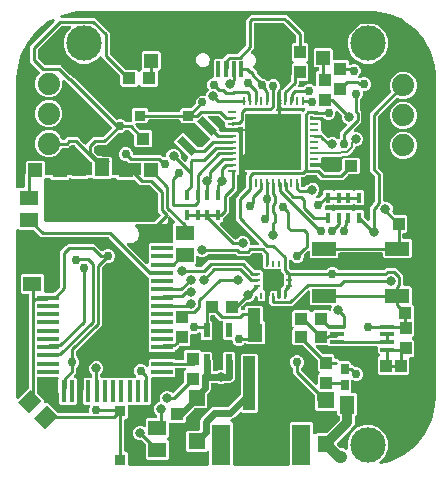
<source format=gbr>
G04 EAGLE Gerber X2 export*
%TF.Part,Single*%
%TF.FileFunction,Copper,L1,Top,Mixed*%
%TF.FilePolarity,Positive*%
%TF.GenerationSoftware,Autodesk,EAGLE,9.0.0*%
%TF.CreationDate,2018-04-30T04:21:51Z*%
G75*
%MOMM*%
%FSLAX34Y34*%
%LPD*%
%AMOC8*
5,1,8,0,0,1.08239X$1,22.5*%
G01*
%ADD10R,1.000000X1.100000*%
%ADD11R,1.300000X1.500000*%
%ADD12R,1.100000X1.000000*%
%ADD13R,1.200000X1.200000*%
%ADD14R,0.250000X0.800000*%
%ADD15R,0.800000X0.250000*%
%ADD16R,4.700000X4.700000*%
%ADD17R,0.900000X0.900000*%
%ADD18R,2.500000X2.500000*%
%ADD19C,1.308000*%
%ADD20R,0.400000X1.350000*%
%ADD21R,1.000000X2.000000*%
%ADD22R,1.000000X4.600000*%
%ADD23R,1.600000X3.400000*%
%ADD24R,1.400000X1.400000*%
%ADD25R,0.700000X1.700000*%
%ADD26R,2.000000X1.200000*%
%ADD27R,0.250000X0.500000*%
%ADD28R,0.500000X0.250000*%
%ADD29R,0.660000X0.900000*%
%ADD30R,0.450000X0.900000*%
%ADD31R,0.550000X1.200000*%
%ADD32R,1.200000X0.300000*%
%ADD33R,1.850000X0.450000*%
%ADD34R,0.450000X1.850000*%
%ADD35R,1.500000X1.300000*%
%ADD36C,1.879600*%
%ADD37C,0.756400*%
%ADD38C,0.254000*%
%ADD39C,0.800100*%
%ADD40C,0.609600*%
%ADD41C,1.016000*%
%ADD42C,0.203200*%
%ADD43C,0.150000*%
%ADD44C,0.806400*%
%ADD45C,0.906400*%
%ADD46C,0.812800*%
%ADD47C,3.000000*%

G36*
X131158Y-175986D02*
X131158Y-175986D01*
X131280Y-175989D01*
X131334Y-175981D01*
X131354Y-175980D01*
X131374Y-175974D01*
X131439Y-175964D01*
X138841Y-174274D01*
X138899Y-174253D01*
X138960Y-174241D01*
X139109Y-174180D01*
X150446Y-168721D01*
X150498Y-168687D01*
X150554Y-168662D01*
X150686Y-168570D01*
X160524Y-160725D01*
X160567Y-160680D01*
X160617Y-160643D01*
X160725Y-160524D01*
X168570Y-150686D01*
X168602Y-150633D01*
X168642Y-150586D01*
X168721Y-150446D01*
X174180Y-139109D01*
X174200Y-139050D01*
X174229Y-138995D01*
X174274Y-138841D01*
X177074Y-126574D01*
X177077Y-126547D01*
X177085Y-126522D01*
X177104Y-126362D01*
X177457Y-120071D01*
X177456Y-120052D01*
X177459Y-120000D01*
X177459Y154870D01*
X177457Y154890D01*
X177453Y154997D01*
X176858Y160958D01*
X176852Y160984D01*
X176851Y161010D01*
X176819Y161167D01*
X173633Y172773D01*
X173610Y172831D01*
X173595Y172891D01*
X173528Y173037D01*
X167840Y183643D01*
X167804Y183694D01*
X167777Y183749D01*
X167679Y183877D01*
X159773Y192952D01*
X159727Y192993D01*
X159688Y193041D01*
X159564Y193144D01*
X149838Y200231D01*
X149783Y200261D01*
X149734Y200299D01*
X149591Y200372D01*
X138531Y205118D01*
X138471Y205135D01*
X138415Y205161D01*
X138259Y205200D01*
X126420Y207366D01*
X126394Y207367D01*
X126369Y207374D01*
X126208Y207387D01*
X120465Y207459D01*
X120460Y207459D01*
X120449Y207459D01*
X120083Y207459D01*
X120067Y207457D01*
X120028Y207458D01*
X118860Y207407D01*
X118819Y207423D01*
X118748Y207431D01*
X118679Y207449D01*
X118518Y207459D01*
X-120000Y207459D01*
X-120019Y207457D01*
X-120071Y207457D01*
X-126362Y207104D01*
X-126388Y207099D01*
X-126415Y207100D01*
X-126574Y207074D01*
X-138841Y204274D01*
X-138899Y204253D01*
X-138960Y204241D01*
X-139109Y204180D01*
X-139447Y204018D01*
X-139476Y203999D01*
X-139508Y203986D01*
X-139609Y203913D01*
X-139714Y203845D01*
X-139737Y203820D01*
X-139765Y203800D01*
X-139845Y203703D01*
X-139930Y203611D01*
X-139946Y203581D01*
X-139968Y203555D01*
X-140021Y203441D01*
X-140081Y203331D01*
X-140089Y203298D01*
X-140104Y203267D01*
X-140127Y203144D01*
X-140157Y203022D01*
X-140157Y202988D01*
X-140163Y202954D01*
X-140156Y202830D01*
X-140154Y202704D01*
X-140146Y202671D01*
X-140144Y202637D01*
X-140105Y202518D01*
X-140073Y202397D01*
X-140056Y202367D01*
X-140046Y202335D01*
X-139979Y202229D01*
X-139917Y202120D01*
X-139894Y202095D01*
X-139875Y202066D01*
X-139784Y201980D01*
X-139698Y201890D01*
X-139669Y201871D01*
X-139644Y201848D01*
X-139534Y201788D01*
X-139428Y201721D01*
X-139395Y201711D01*
X-139365Y201694D01*
X-139244Y201663D01*
X-139125Y201625D01*
X-139090Y201624D01*
X-139057Y201615D01*
X-138897Y201605D01*
X-111051Y201605D01*
X-108745Y199299D01*
X-108745Y199298D01*
X-100702Y191255D01*
X-98395Y188949D01*
X-98395Y171232D01*
X-98383Y171134D01*
X-98380Y171035D01*
X-98363Y170976D01*
X-98355Y170916D01*
X-98319Y170824D01*
X-98291Y170729D01*
X-98261Y170677D01*
X-98238Y170621D01*
X-98180Y170541D01*
X-98130Y170455D01*
X-98064Y170380D01*
X-98052Y170363D01*
X-98042Y170355D01*
X-98024Y170334D01*
X-85634Y157944D01*
X-85555Y157884D01*
X-85483Y157816D01*
X-85430Y157787D01*
X-85382Y157750D01*
X-85291Y157710D01*
X-85205Y157662D01*
X-85146Y157647D01*
X-85091Y157623D01*
X-84993Y157608D01*
X-84897Y157583D01*
X-84797Y157577D01*
X-84776Y157573D01*
X-84764Y157575D01*
X-84736Y157573D01*
X-75778Y157573D01*
X-74517Y156312D01*
X-74423Y156239D01*
X-74334Y156160D01*
X-74298Y156142D01*
X-74266Y156117D01*
X-74157Y156070D01*
X-74051Y156016D01*
X-74012Y156007D01*
X-73974Y155991D01*
X-73857Y155972D01*
X-73741Y155946D01*
X-73700Y155947D01*
X-73660Y155941D01*
X-73542Y155952D01*
X-73423Y155956D01*
X-73384Y155967D01*
X-73344Y155971D01*
X-73231Y156011D01*
X-73117Y156044D01*
X-73082Y156065D01*
X-73044Y156078D01*
X-72946Y156145D01*
X-72843Y156206D01*
X-72798Y156246D01*
X-72781Y156257D01*
X-72768Y156272D01*
X-72722Y156312D01*
X-71882Y157152D01*
X-71809Y157247D01*
X-71730Y157336D01*
X-71712Y157372D01*
X-71687Y157404D01*
X-71640Y157513D01*
X-71586Y157619D01*
X-71577Y157658D01*
X-71561Y157696D01*
X-71542Y157813D01*
X-71516Y157929D01*
X-71517Y157970D01*
X-71511Y158010D01*
X-71522Y158128D01*
X-71526Y158247D01*
X-71533Y158271D01*
X-71533Y172282D01*
X-70342Y173473D01*
X-56658Y173473D01*
X-55467Y172282D01*
X-55467Y158598D01*
X-56740Y157325D01*
X-56744Y157324D01*
X-56857Y157287D01*
X-56892Y157265D01*
X-56929Y157250D01*
X-57025Y157181D01*
X-57126Y157117D01*
X-57154Y157087D01*
X-57187Y157064D01*
X-57263Y156972D01*
X-57344Y156885D01*
X-57364Y156850D01*
X-57389Y156819D01*
X-57440Y156711D01*
X-57498Y156607D01*
X-57508Y156567D01*
X-57525Y156531D01*
X-57547Y156414D01*
X-57577Y156299D01*
X-57581Y156239D01*
X-57585Y156219D01*
X-57583Y156198D01*
X-57587Y156138D01*
X-57587Y144698D01*
X-58778Y143507D01*
X-71462Y143507D01*
X-72722Y144768D01*
X-72817Y144841D01*
X-72906Y144920D01*
X-72942Y144938D01*
X-72974Y144963D01*
X-73083Y145010D01*
X-73189Y145064D01*
X-73228Y145073D01*
X-73266Y145089D01*
X-73383Y145108D01*
X-73499Y145134D01*
X-73540Y145133D01*
X-73580Y145139D01*
X-73698Y145128D01*
X-73817Y145124D01*
X-73856Y145113D01*
X-73896Y145109D01*
X-74009Y145069D01*
X-74123Y145036D01*
X-74157Y145015D01*
X-74196Y145002D01*
X-74294Y144935D01*
X-74397Y144874D01*
X-74442Y144834D01*
X-74459Y144823D01*
X-74472Y144808D01*
X-74517Y144768D01*
X-75778Y143507D01*
X-88462Y143507D01*
X-89653Y144698D01*
X-89653Y152096D01*
X-89665Y152194D01*
X-89668Y152293D01*
X-89685Y152352D01*
X-89693Y152412D01*
X-89729Y152504D01*
X-89757Y152599D01*
X-89787Y152651D01*
X-89810Y152707D01*
X-89868Y152787D01*
X-89918Y152873D01*
X-89984Y152948D01*
X-89996Y152965D01*
X-90006Y152973D01*
X-90024Y152994D01*
X-105018Y167988D01*
X-105031Y168124D01*
X-105038Y168143D01*
X-105041Y168163D01*
X-105092Y168292D01*
X-105139Y168423D01*
X-105150Y168440D01*
X-105158Y168458D01*
X-105239Y168571D01*
X-105317Y168686D01*
X-105333Y168699D01*
X-105344Y168716D01*
X-105452Y168805D01*
X-105556Y168896D01*
X-105574Y168906D01*
X-105589Y168919D01*
X-105715Y168978D01*
X-105839Y169041D01*
X-105859Y169045D01*
X-105877Y169054D01*
X-106013Y169080D01*
X-106149Y169111D01*
X-106170Y169110D01*
X-106189Y169114D01*
X-106328Y169105D01*
X-106467Y169101D01*
X-106487Y169095D01*
X-106507Y169094D01*
X-106639Y169051D01*
X-106773Y169013D01*
X-106790Y169002D01*
X-106809Y168996D01*
X-106927Y168921D01*
X-107047Y168851D01*
X-107068Y168832D01*
X-107078Y168826D01*
X-107092Y168811D01*
X-107167Y168745D01*
X-110352Y165560D01*
X-116612Y162967D01*
X-123388Y162967D01*
X-129648Y165560D01*
X-134440Y170352D01*
X-137033Y176612D01*
X-137033Y183388D01*
X-134440Y189648D01*
X-131255Y192833D01*
X-131170Y192942D01*
X-131081Y193049D01*
X-131073Y193068D01*
X-131060Y193084D01*
X-131005Y193211D01*
X-130946Y193337D01*
X-130942Y193357D01*
X-130934Y193376D01*
X-130912Y193514D01*
X-130886Y193650D01*
X-130887Y193670D01*
X-130884Y193690D01*
X-130897Y193829D01*
X-130906Y193967D01*
X-130912Y193986D01*
X-130914Y194006D01*
X-130961Y194138D01*
X-131004Y194269D01*
X-131015Y194287D01*
X-131022Y194306D01*
X-131100Y194421D01*
X-131174Y194538D01*
X-131189Y194552D01*
X-131200Y194569D01*
X-131305Y194661D01*
X-131406Y194756D01*
X-131423Y194766D01*
X-131439Y194779D01*
X-131563Y194843D01*
X-131684Y194910D01*
X-131704Y194915D01*
X-131722Y194924D01*
X-131858Y194954D01*
X-131992Y194989D01*
X-132020Y194991D01*
X-132032Y194994D01*
X-132053Y194993D01*
X-132153Y194999D01*
X-138965Y194999D01*
X-139063Y194987D01*
X-139162Y194984D01*
X-139220Y194967D01*
X-139280Y194959D01*
X-139372Y194923D01*
X-139467Y194895D01*
X-139520Y194865D01*
X-139576Y194842D01*
X-139656Y194784D01*
X-139741Y194734D01*
X-139817Y194668D01*
X-139833Y194656D01*
X-139841Y194646D01*
X-139862Y194628D01*
X-159026Y175464D01*
X-159086Y175386D01*
X-159154Y175314D01*
X-159183Y175261D01*
X-159220Y175213D01*
X-159260Y175122D01*
X-159308Y175035D01*
X-159323Y174977D01*
X-159347Y174921D01*
X-159362Y174823D01*
X-159387Y174727D01*
X-159393Y174627D01*
X-159397Y174607D01*
X-159395Y174595D01*
X-159397Y174567D01*
X-159397Y167833D01*
X-159385Y167735D01*
X-159382Y167636D01*
X-159365Y167578D01*
X-159357Y167518D01*
X-159321Y167426D01*
X-159293Y167331D01*
X-159263Y167278D01*
X-159240Y167222D01*
X-159182Y167142D01*
X-159132Y167057D01*
X-159066Y166981D01*
X-159054Y166965D01*
X-159044Y166957D01*
X-159026Y166936D01*
X-154264Y162174D01*
X-154186Y162114D01*
X-154114Y162046D01*
X-154061Y162017D01*
X-154013Y161980D01*
X-153922Y161940D01*
X-153835Y161892D01*
X-153777Y161877D01*
X-153721Y161853D01*
X-153623Y161838D01*
X-153527Y161813D01*
X-153427Y161807D01*
X-153407Y161803D01*
X-153395Y161805D01*
X-153367Y161803D01*
X-140257Y161803D01*
X-131635Y153180D01*
X-131557Y153120D01*
X-131484Y153052D01*
X-131431Y153023D01*
X-131384Y152986D01*
X-131293Y152946D01*
X-131206Y152898D01*
X-131147Y152883D01*
X-131092Y152859D01*
X-130994Y152844D01*
X-130898Y152819D01*
X-130798Y152813D01*
X-130778Y152809D01*
X-130765Y152811D01*
X-130737Y152809D01*
X-130618Y152809D01*
X-128312Y150503D01*
X-128312Y150502D01*
X-93501Y115692D01*
X-93478Y115674D01*
X-93458Y115651D01*
X-93353Y115577D01*
X-93250Y115497D01*
X-93223Y115485D01*
X-93198Y115468D01*
X-93077Y115422D01*
X-92958Y115370D01*
X-92929Y115366D01*
X-92901Y115355D01*
X-92772Y115341D01*
X-92644Y115321D01*
X-92614Y115323D01*
X-92585Y115320D01*
X-92457Y115338D01*
X-92327Y115350D01*
X-92299Y115360D01*
X-92270Y115365D01*
X-92118Y115417D01*
X-91157Y115815D01*
X-88843Y115815D01*
X-86706Y114930D01*
X-85451Y113674D01*
X-85373Y113614D01*
X-85301Y113546D01*
X-85248Y113517D01*
X-85200Y113480D01*
X-85109Y113440D01*
X-85022Y113392D01*
X-84964Y113377D01*
X-84908Y113353D01*
X-84810Y113338D01*
X-84714Y113313D01*
X-84614Y113307D01*
X-84594Y113303D01*
X-84582Y113305D01*
X-84554Y113303D01*
X-80802Y113303D01*
X-80684Y113318D01*
X-80565Y113325D01*
X-80527Y113338D01*
X-80486Y113343D01*
X-80376Y113386D01*
X-80263Y113423D01*
X-80228Y113445D01*
X-80191Y113460D01*
X-80095Y113529D01*
X-79994Y113593D01*
X-79966Y113623D01*
X-79933Y113646D01*
X-79857Y113738D01*
X-79776Y113825D01*
X-79756Y113860D01*
X-79731Y113891D01*
X-79680Y113999D01*
X-79622Y114103D01*
X-79612Y114143D01*
X-79595Y114179D01*
X-79573Y114296D01*
X-79543Y114411D01*
X-79539Y114471D01*
X-79535Y114491D01*
X-79537Y114512D01*
X-79533Y114572D01*
X-79533Y124252D01*
X-78342Y125443D01*
X-67658Y125443D01*
X-66467Y124252D01*
X-66467Y123482D01*
X-66452Y123364D01*
X-66445Y123245D01*
X-66432Y123207D01*
X-66427Y123166D01*
X-66384Y123056D01*
X-66347Y122943D01*
X-66325Y122908D01*
X-66310Y122871D01*
X-66241Y122775D01*
X-66177Y122674D01*
X-66147Y122646D01*
X-66124Y122613D01*
X-66032Y122537D01*
X-65945Y122456D01*
X-65910Y122436D01*
X-65879Y122411D01*
X-65771Y122360D01*
X-65667Y122302D01*
X-65627Y122292D01*
X-65591Y122275D01*
X-65474Y122253D01*
X-65359Y122223D01*
X-65299Y122219D01*
X-65279Y122215D01*
X-65258Y122217D01*
X-65198Y122213D01*
X-39802Y122213D01*
X-39684Y122228D01*
X-39565Y122235D01*
X-39527Y122248D01*
X-39486Y122253D01*
X-39376Y122296D01*
X-39263Y122333D01*
X-39228Y122355D01*
X-39191Y122370D01*
X-39095Y122439D01*
X-38994Y122503D01*
X-38966Y122533D01*
X-38933Y122556D01*
X-38857Y122648D01*
X-38776Y122735D01*
X-38756Y122770D01*
X-38731Y122801D01*
X-38680Y122909D01*
X-38622Y123013D01*
X-38612Y123053D01*
X-38595Y123089D01*
X-38573Y123206D01*
X-38543Y123321D01*
X-38539Y123381D01*
X-38535Y123401D01*
X-38537Y123422D01*
X-38533Y123482D01*
X-38533Y124252D01*
X-37342Y125443D01*
X-29754Y125443D01*
X-29656Y125455D01*
X-29557Y125458D01*
X-29498Y125475D01*
X-29438Y125483D01*
X-29346Y125519D01*
X-29251Y125547D01*
X-29199Y125577D01*
X-29143Y125600D01*
X-29063Y125658D01*
X-28977Y125708D01*
X-28902Y125774D01*
X-28885Y125786D01*
X-28877Y125796D01*
X-28856Y125814D01*
X-26186Y128484D01*
X-26126Y128563D01*
X-26058Y128635D01*
X-26029Y128688D01*
X-25992Y128736D01*
X-25952Y128827D01*
X-25904Y128913D01*
X-25889Y128972D01*
X-25865Y129027D01*
X-25850Y129125D01*
X-25825Y129221D01*
X-25819Y129321D01*
X-25815Y129342D01*
X-25817Y129354D01*
X-25815Y129382D01*
X-25815Y131157D01*
X-24930Y133294D01*
X-23294Y134930D01*
X-21157Y135815D01*
X-18843Y135815D01*
X-18335Y135604D01*
X-18220Y135573D01*
X-18108Y135534D01*
X-18068Y135531D01*
X-18029Y135520D01*
X-17910Y135518D01*
X-17791Y135509D01*
X-17751Y135516D01*
X-17711Y135515D01*
X-17595Y135543D01*
X-17477Y135563D01*
X-17441Y135580D01*
X-17401Y135589D01*
X-17296Y135645D01*
X-17188Y135694D01*
X-17156Y135719D01*
X-17120Y135738D01*
X-17032Y135818D01*
X-16939Y135893D01*
X-16915Y135925D01*
X-16885Y135952D01*
X-16819Y136052D01*
X-16748Y136147D01*
X-16721Y136201D01*
X-16710Y136218D01*
X-16703Y136237D01*
X-16677Y136291D01*
X-15755Y138518D01*
X-14664Y139609D01*
X-14590Y139703D01*
X-14512Y139792D01*
X-14493Y139828D01*
X-14469Y139860D01*
X-14421Y139969D01*
X-14367Y140075D01*
X-14358Y140115D01*
X-14342Y140152D01*
X-14324Y140270D01*
X-14298Y140386D01*
X-14299Y140426D01*
X-14292Y140466D01*
X-14304Y140585D01*
X-14307Y140704D01*
X-14318Y140742D01*
X-14322Y140783D01*
X-14362Y140895D01*
X-14396Y141009D01*
X-14416Y141044D01*
X-14430Y141082D01*
X-14497Y141180D01*
X-14557Y141283D01*
X-14597Y141328D01*
X-14608Y141345D01*
X-14624Y141358D01*
X-14664Y141404D01*
X-14881Y141621D01*
X-15766Y143758D01*
X-15766Y146071D01*
X-14881Y148208D01*
X-13245Y149844D01*
X-11316Y150643D01*
X-11291Y150657D01*
X-11263Y150667D01*
X-11153Y150736D01*
X-11040Y150800D01*
X-11019Y150821D01*
X-10994Y150837D01*
X-10905Y150931D01*
X-10812Y151022D01*
X-10796Y151047D01*
X-10776Y151068D01*
X-10713Y151182D01*
X-10645Y151293D01*
X-10637Y151321D01*
X-10622Y151347D01*
X-10590Y151473D01*
X-10552Y151597D01*
X-10550Y151626D01*
X-10543Y151655D01*
X-10533Y151815D01*
X-10533Y165622D01*
X-9342Y166813D01*
X-3334Y166813D01*
X-3235Y166825D01*
X-3136Y166828D01*
X-3078Y166845D01*
X-3018Y166853D01*
X-2926Y166889D01*
X-2831Y166917D01*
X-2779Y166947D01*
X-2722Y166970D01*
X-2642Y167028D01*
X-2557Y167078D01*
X-2482Y167144D01*
X-2465Y167156D01*
X-2457Y167166D01*
X-2436Y167184D01*
X-542Y169078D01*
X1764Y171385D01*
X9570Y171385D01*
X9668Y171397D01*
X9767Y171400D01*
X9826Y171417D01*
X9886Y171425D01*
X9978Y171461D01*
X10073Y171489D01*
X10125Y171519D01*
X10181Y171542D01*
X10262Y171600D01*
X10347Y171650D01*
X10422Y171716D01*
X10439Y171728D01*
X10447Y171738D01*
X10468Y171756D01*
X16524Y177812D01*
X16584Y177891D01*
X16652Y177963D01*
X16681Y178016D01*
X16718Y178064D01*
X16758Y178154D01*
X16806Y178241D01*
X16821Y178300D01*
X16845Y178355D01*
X16860Y178453D01*
X16885Y178549D01*
X16891Y178649D01*
X16895Y178669D01*
X16893Y178682D01*
X16895Y178710D01*
X16895Y200016D01*
X20764Y203885D01*
X51236Y203885D01*
X66003Y189118D01*
X66003Y181292D01*
X66018Y181174D01*
X66025Y181055D01*
X66038Y181017D01*
X66043Y180976D01*
X66086Y180866D01*
X66123Y180753D01*
X66145Y180718D01*
X66160Y180681D01*
X66229Y180585D01*
X66293Y180484D01*
X66323Y180456D01*
X66346Y180423D01*
X66438Y180347D01*
X66525Y180266D01*
X66560Y180246D01*
X66591Y180221D01*
X66699Y180170D01*
X66803Y180112D01*
X66843Y180102D01*
X66879Y180085D01*
X66996Y180063D01*
X67111Y180033D01*
X67171Y180029D01*
X67191Y180025D01*
X67212Y180027D01*
X67272Y180023D01*
X68542Y180023D01*
X69733Y178832D01*
X69733Y166148D01*
X68472Y164888D01*
X68399Y164793D01*
X68320Y164704D01*
X68302Y164668D01*
X68277Y164636D01*
X68230Y164527D01*
X68176Y164421D01*
X68167Y164382D01*
X68151Y164344D01*
X68132Y164227D01*
X68106Y164111D01*
X68107Y164070D01*
X68101Y164030D01*
X68112Y163912D01*
X68116Y163793D01*
X68127Y163754D01*
X68131Y163714D01*
X68171Y163601D01*
X68204Y163487D01*
X68225Y163453D01*
X68238Y163414D01*
X68305Y163316D01*
X68366Y163213D01*
X68406Y163168D01*
X68417Y163151D01*
X68432Y163138D01*
X68472Y163093D01*
X69733Y161832D01*
X69733Y149148D01*
X68542Y147957D01*
X62788Y147957D01*
X62670Y147942D01*
X62551Y147935D01*
X62513Y147922D01*
X62472Y147917D01*
X62362Y147874D01*
X62249Y147837D01*
X62214Y147815D01*
X62177Y147800D01*
X62081Y147731D01*
X61980Y147667D01*
X61952Y147637D01*
X61919Y147614D01*
X61843Y147522D01*
X61762Y147435D01*
X61742Y147400D01*
X61717Y147369D01*
X61666Y147261D01*
X61608Y147157D01*
X61598Y147117D01*
X61581Y147081D01*
X61559Y146964D01*
X61529Y146849D01*
X61525Y146789D01*
X61521Y146769D01*
X61523Y146748D01*
X61519Y146688D01*
X61519Y145320D01*
X61272Y145074D01*
X61187Y144964D01*
X61098Y144857D01*
X61090Y144838D01*
X61077Y144822D01*
X61022Y144694D01*
X60963Y144569D01*
X60959Y144549D01*
X60951Y144530D01*
X60929Y144392D01*
X60903Y144256D01*
X60904Y144236D01*
X60901Y144216D01*
X60914Y144077D01*
X60923Y143939D01*
X60929Y143920D01*
X60931Y143900D01*
X60978Y143769D01*
X61021Y143637D01*
X61032Y143619D01*
X61039Y143600D01*
X61116Y143486D01*
X61191Y143368D01*
X61206Y143354D01*
X61217Y143337D01*
X61321Y143245D01*
X61423Y143150D01*
X61440Y143140D01*
X61456Y143127D01*
X61579Y143064D01*
X61701Y142996D01*
X61721Y142991D01*
X61739Y142982D01*
X61875Y142952D01*
X62009Y142917D01*
X62037Y142915D01*
X62049Y142912D01*
X62070Y142913D01*
X62170Y142907D01*
X65012Y142907D01*
X65110Y142919D01*
X65209Y142922D01*
X65267Y142939D01*
X65328Y142947D01*
X65420Y142983D01*
X65515Y143011D01*
X65567Y143041D01*
X65623Y143064D01*
X65703Y143122D01*
X65789Y143172D01*
X65864Y143238D01*
X65881Y143250D01*
X65888Y143260D01*
X65909Y143278D01*
X67164Y144534D01*
X69302Y145419D01*
X71615Y145419D01*
X73752Y144534D01*
X74421Y143865D01*
X74530Y143780D01*
X74637Y143691D01*
X74656Y143682D01*
X74672Y143670D01*
X74800Y143615D01*
X74925Y143556D01*
X74945Y143552D01*
X74964Y143544D01*
X75102Y143522D01*
X75238Y143496D01*
X75258Y143497D01*
X75278Y143494D01*
X75417Y143507D01*
X75555Y143516D01*
X75574Y143522D01*
X75594Y143524D01*
X75725Y143571D01*
X75857Y143614D01*
X75875Y143624D01*
X75894Y143631D01*
X76008Y143709D01*
X76126Y143784D01*
X76140Y143799D01*
X76157Y143810D01*
X76249Y143914D01*
X76344Y144015D01*
X76354Y144033D01*
X76367Y144048D01*
X76430Y144172D01*
X76498Y144294D01*
X76503Y144313D01*
X76512Y144332D01*
X76542Y144467D01*
X76577Y144602D01*
X76579Y144630D01*
X76582Y144642D01*
X76581Y144662D01*
X76587Y144762D01*
X76587Y155422D01*
X77794Y156629D01*
X77895Y156635D01*
X77933Y156648D01*
X77974Y156653D01*
X78084Y156696D01*
X78197Y156733D01*
X78232Y156755D01*
X78269Y156770D01*
X78365Y156839D01*
X78466Y156903D01*
X78494Y156933D01*
X78527Y156956D01*
X78603Y157048D01*
X78684Y157135D01*
X78704Y157170D01*
X78729Y157201D01*
X78780Y157309D01*
X78838Y157413D01*
X78848Y157453D01*
X78865Y157489D01*
X78887Y157606D01*
X78917Y157721D01*
X78921Y157781D01*
X78925Y157801D01*
X78923Y157822D01*
X78927Y157882D01*
X78927Y158678D01*
X78912Y158796D01*
X78905Y158915D01*
X78892Y158953D01*
X78887Y158994D01*
X78844Y159104D01*
X78807Y159217D01*
X78785Y159252D01*
X78770Y159289D01*
X78701Y159385D01*
X78637Y159486D01*
X78607Y159514D01*
X78584Y159547D01*
X78492Y159623D01*
X78405Y159704D01*
X78370Y159724D01*
X78339Y159749D01*
X78231Y159800D01*
X78127Y159858D01*
X78087Y159868D01*
X78051Y159885D01*
X77934Y159907D01*
X77819Y159937D01*
X77759Y159941D01*
X77739Y159945D01*
X77718Y159943D01*
X77658Y159947D01*
X75388Y159947D01*
X74197Y161138D01*
X74197Y174822D01*
X75388Y176013D01*
X89072Y176013D01*
X90263Y174822D01*
X90263Y167482D01*
X90278Y167364D01*
X90285Y167245D01*
X90298Y167207D01*
X90303Y167166D01*
X90346Y167056D01*
X90383Y166943D01*
X90405Y166908D01*
X90420Y166871D01*
X90489Y166775D01*
X90553Y166674D01*
X90583Y166646D01*
X90606Y166613D01*
X90698Y166537D01*
X90785Y166456D01*
X90820Y166436D01*
X90851Y166411D01*
X90959Y166360D01*
X91063Y166302D01*
X91103Y166292D01*
X91139Y166275D01*
X91256Y166253D01*
X91371Y166223D01*
X91431Y166219D01*
X91451Y166215D01*
X91472Y166217D01*
X91532Y166213D01*
X102632Y166213D01*
X103823Y165022D01*
X103823Y163252D01*
X103838Y163134D01*
X103845Y163015D01*
X103858Y162977D01*
X103863Y162936D01*
X103906Y162826D01*
X103943Y162713D01*
X103965Y162678D01*
X103980Y162641D01*
X104049Y162545D01*
X104113Y162444D01*
X104143Y162416D01*
X104166Y162383D01*
X104258Y162307D01*
X104345Y162226D01*
X104380Y162206D01*
X104411Y162181D01*
X104519Y162130D01*
X104623Y162072D01*
X104663Y162062D01*
X104699Y162045D01*
X104816Y162023D01*
X104931Y161993D01*
X104991Y161989D01*
X105011Y161985D01*
X105032Y161987D01*
X105092Y161983D01*
X105270Y161983D01*
X105279Y161984D01*
X105288Y161983D01*
X105437Y162004D01*
X105585Y162023D01*
X105594Y162026D01*
X105603Y162027D01*
X105756Y162079D01*
X106924Y162563D01*
X109237Y162563D01*
X111374Y161678D01*
X113010Y160042D01*
X113895Y157905D01*
X113895Y155592D01*
X113010Y153455D01*
X112314Y152759D01*
X112241Y152665D01*
X112162Y152576D01*
X112144Y152540D01*
X112119Y152508D01*
X112072Y152398D01*
X112018Y152292D01*
X112009Y152253D01*
X111993Y152216D01*
X111974Y152098D01*
X111948Y151982D01*
X111949Y151942D01*
X111943Y151902D01*
X111954Y151783D01*
X111958Y151664D01*
X111969Y151625D01*
X111973Y151585D01*
X112013Y151473D01*
X112046Y151359D01*
X112067Y151324D01*
X112080Y151286D01*
X112147Y151187D01*
X112208Y151085D01*
X112248Y151039D01*
X112259Y151023D01*
X112274Y151009D01*
X112314Y150964D01*
X112518Y150760D01*
X112542Y150741D01*
X112561Y150719D01*
X112667Y150644D01*
X112770Y150565D01*
X112797Y150553D01*
X112821Y150536D01*
X112942Y150490D01*
X113062Y150438D01*
X113091Y150434D01*
X113118Y150423D01*
X113247Y150409D01*
X113376Y150388D01*
X113405Y150391D01*
X113434Y150388D01*
X113563Y150406D01*
X113692Y150418D01*
X113720Y150428D01*
X113749Y150432D01*
X113902Y150484D01*
X115621Y151197D01*
X117934Y151197D01*
X120072Y150312D01*
X121707Y148676D01*
X122593Y146539D01*
X122593Y144225D01*
X121707Y142088D01*
X120072Y140452D01*
X117934Y139567D01*
X117084Y139567D01*
X116966Y139552D01*
X116847Y139545D01*
X116809Y139532D01*
X116768Y139527D01*
X116658Y139484D01*
X116545Y139447D01*
X116510Y139425D01*
X116473Y139410D01*
X116377Y139341D01*
X116276Y139277D01*
X116248Y139247D01*
X116215Y139224D01*
X116139Y139132D01*
X116058Y139045D01*
X116038Y139010D01*
X116013Y138979D01*
X115962Y138871D01*
X115904Y138767D01*
X115894Y138727D01*
X115877Y138691D01*
X115855Y138574D01*
X115825Y138459D01*
X115821Y138399D01*
X115817Y138379D01*
X115819Y138358D01*
X115815Y138298D01*
X115815Y136343D01*
X114930Y134206D01*
X113674Y132951D01*
X113614Y132873D01*
X113546Y132801D01*
X113517Y132748D01*
X113480Y132700D01*
X113440Y132609D01*
X113392Y132522D01*
X113377Y132464D01*
X113353Y132408D01*
X113338Y132310D01*
X113313Y132214D01*
X113307Y132114D01*
X113303Y132094D01*
X113305Y132082D01*
X113303Y132054D01*
X113303Y124156D01*
X113315Y124058D01*
X113318Y123959D01*
X113335Y123901D01*
X113343Y123841D01*
X113379Y123748D01*
X113407Y123653D01*
X113437Y123601D01*
X113460Y123545D01*
X113518Y123465D01*
X113568Y123379D01*
X113634Y123304D01*
X113646Y123288D01*
X113656Y123280D01*
X113674Y123259D01*
X114660Y122273D01*
X114660Y113487D01*
X108513Y107340D01*
X108428Y107230D01*
X108339Y107123D01*
X108331Y107105D01*
X108318Y107089D01*
X108263Y106960D01*
X108204Y106835D01*
X108200Y106816D01*
X108192Y106797D01*
X108170Y106659D01*
X108144Y106523D01*
X108145Y106503D01*
X108142Y106483D01*
X108155Y106344D01*
X108164Y106206D01*
X108170Y106186D01*
X108172Y106166D01*
X108219Y106035D01*
X108262Y105903D01*
X108272Y105886D01*
X108279Y105867D01*
X108357Y105752D01*
X108432Y105634D01*
X108447Y105620D01*
X108458Y105604D01*
X108562Y105512D01*
X108663Y105416D01*
X108681Y105407D01*
X108696Y105393D01*
X108820Y105330D01*
X108942Y105263D01*
X108961Y105258D01*
X108980Y105249D01*
X109115Y105218D01*
X109250Y105183D01*
X109278Y105182D01*
X109290Y105179D01*
X109310Y105180D01*
X109411Y105173D01*
X111090Y105173D01*
X113308Y104255D01*
X115005Y102558D01*
X115923Y100340D01*
X115923Y97940D01*
X115005Y95722D01*
X113308Y94025D01*
X111090Y93107D01*
X110616Y93107D01*
X110498Y93092D01*
X110379Y93084D01*
X110341Y93072D01*
X110300Y93067D01*
X110190Y93023D01*
X110077Y92986D01*
X110042Y92965D01*
X110005Y92950D01*
X109909Y92880D01*
X109808Y92816D01*
X109780Y92787D01*
X109747Y92763D01*
X109671Y92671D01*
X109590Y92585D01*
X109570Y92549D01*
X109545Y92518D01*
X109494Y92410D01*
X109436Y92306D01*
X109426Y92267D01*
X109409Y92230D01*
X109387Y92114D01*
X109357Y91998D01*
X109353Y91938D01*
X109349Y91918D01*
X109351Y91898D01*
X109347Y91838D01*
X109347Y91128D01*
X107345Y89127D01*
X105873Y87655D01*
X103778Y85559D01*
X103692Y85449D01*
X103604Y85343D01*
X103595Y85324D01*
X103583Y85308D01*
X103527Y85180D01*
X103468Y85055D01*
X103465Y85035D01*
X103456Y85016D01*
X103435Y84878D01*
X103409Y84742D01*
X103410Y84722D01*
X103407Y84702D01*
X103420Y84563D01*
X103428Y84425D01*
X103435Y84406D01*
X103436Y84386D01*
X103484Y84254D01*
X103526Y84123D01*
X103537Y84105D01*
X103544Y84086D01*
X103622Y83971D01*
X103697Y83854D01*
X103711Y83840D01*
X103723Y83823D01*
X103827Y83731D01*
X103928Y83636D01*
X103946Y83626D01*
X103961Y83613D01*
X104085Y83549D01*
X104207Y83482D01*
X104226Y83477D01*
X104244Y83468D01*
X104380Y83438D01*
X104515Y83403D01*
X104543Y83401D01*
X104555Y83398D01*
X104575Y83399D01*
X104675Y83393D01*
X111992Y83393D01*
X113183Y82202D01*
X113183Y70518D01*
X111992Y69327D01*
X103814Y69327D01*
X103716Y69315D01*
X103617Y69312D01*
X103558Y69295D01*
X103498Y69287D01*
X103406Y69251D01*
X103311Y69223D01*
X103259Y69193D01*
X103203Y69170D01*
X103122Y69112D01*
X103037Y69062D01*
X102962Y68996D01*
X102945Y68984D01*
X102937Y68974D01*
X102916Y68956D01*
X98716Y64755D01*
X80414Y64755D01*
X78108Y67062D01*
X77004Y68165D01*
X76926Y68226D01*
X76854Y68294D01*
X76800Y68323D01*
X76753Y68360D01*
X76662Y68400D01*
X76575Y68448D01*
X76516Y68463D01*
X76461Y68487D01*
X76363Y68502D01*
X76267Y68527D01*
X76167Y68533D01*
X76147Y68537D01*
X76134Y68535D01*
X76106Y68537D01*
X68564Y68537D01*
X68465Y68525D01*
X68366Y68522D01*
X68308Y68505D01*
X68248Y68497D01*
X68156Y68461D01*
X68061Y68433D01*
X68009Y68403D01*
X67952Y68380D01*
X67872Y68322D01*
X67787Y68272D01*
X67711Y68206D01*
X67695Y68194D01*
X67687Y68184D01*
X67666Y68166D01*
X66236Y66735D01*
X64552Y66735D01*
X64434Y66720D01*
X64315Y66713D01*
X64277Y66700D01*
X64236Y66695D01*
X64126Y66652D01*
X64013Y66615D01*
X63978Y66593D01*
X63941Y66578D01*
X63845Y66509D01*
X63744Y66445D01*
X63716Y66415D01*
X63683Y66392D01*
X63607Y66300D01*
X63526Y66213D01*
X63506Y66178D01*
X63481Y66147D01*
X63430Y66039D01*
X63372Y65935D01*
X63362Y65895D01*
X63345Y65859D01*
X63323Y65742D01*
X63293Y65627D01*
X63289Y65567D01*
X63285Y65547D01*
X63287Y65526D01*
X63283Y65466D01*
X63283Y64004D01*
X63295Y63906D01*
X63298Y63807D01*
X63315Y63748D01*
X63323Y63688D01*
X63359Y63596D01*
X63387Y63501D01*
X63417Y63449D01*
X63440Y63393D01*
X63498Y63313D01*
X63548Y63227D01*
X63614Y63152D01*
X63626Y63135D01*
X63636Y63127D01*
X63654Y63106D01*
X63731Y63030D01*
X63731Y59360D01*
X63746Y59242D01*
X63753Y59123D01*
X63766Y59085D01*
X63771Y59044D01*
X63814Y58934D01*
X63851Y58821D01*
X63873Y58786D01*
X63888Y58749D01*
X63957Y58653D01*
X64021Y58552D01*
X64051Y58524D01*
X64074Y58491D01*
X64166Y58415D01*
X64253Y58334D01*
X64288Y58314D01*
X64319Y58289D01*
X64427Y58238D01*
X64531Y58180D01*
X64571Y58170D01*
X64607Y58153D01*
X64724Y58131D01*
X64839Y58101D01*
X64899Y58097D01*
X64919Y58093D01*
X64940Y58095D01*
X65000Y58091D01*
X65724Y58091D01*
X65822Y58103D01*
X65921Y58106D01*
X65979Y58123D01*
X66039Y58131D01*
X66132Y58167D01*
X66227Y58195D01*
X66279Y58225D01*
X66335Y58248D01*
X66415Y58306D01*
X66501Y58356D01*
X66576Y58422D01*
X66593Y58434D01*
X66600Y58444D01*
X66621Y58462D01*
X68089Y59930D01*
X68117Y59954D01*
X68133Y59966D01*
X68141Y59976D01*
X68162Y59994D01*
X69602Y61435D01*
X71820Y62353D01*
X74220Y62353D01*
X76438Y61435D01*
X78135Y59738D01*
X79053Y57520D01*
X79053Y55120D01*
X78135Y52902D01*
X76419Y51187D01*
X76334Y51077D01*
X76245Y50970D01*
X76237Y50952D01*
X76224Y50936D01*
X76169Y50807D01*
X76110Y50682D01*
X76106Y50662D01*
X76098Y50644D01*
X76076Y50506D01*
X76050Y50370D01*
X76051Y50350D01*
X76048Y50330D01*
X76061Y50191D01*
X76070Y50052D01*
X76076Y50033D01*
X76078Y50013D01*
X76125Y49882D01*
X76168Y49750D01*
X76178Y49733D01*
X76185Y49714D01*
X76263Y49599D01*
X76338Y49481D01*
X76353Y49467D01*
X76364Y49451D01*
X76468Y49358D01*
X76569Y49263D01*
X76587Y49253D01*
X76602Y49240D01*
X76726Y49177D01*
X76848Y49110D01*
X76867Y49105D01*
X76886Y49095D01*
X77021Y49065D01*
X77156Y49030D01*
X77184Y49028D01*
X77196Y49026D01*
X77216Y49026D01*
X77317Y49020D01*
X78824Y49020D01*
X78922Y49032D01*
X79021Y49035D01*
X79079Y49052D01*
X79139Y49060D01*
X79231Y49096D01*
X79326Y49124D01*
X79379Y49155D01*
X79435Y49177D01*
X79515Y49235D01*
X79600Y49285D01*
X79675Y49352D01*
X79692Y49364D01*
X79700Y49373D01*
X79721Y49392D01*
X80785Y50456D01*
X82035Y51706D01*
X82096Y51784D01*
X82164Y51857D01*
X82193Y51910D01*
X82230Y51958D01*
X82270Y52048D01*
X82318Y52135D01*
X82333Y52194D01*
X82357Y52249D01*
X82372Y52347D01*
X82397Y52443D01*
X82403Y52543D01*
X82407Y52563D01*
X82405Y52576D01*
X82407Y52604D01*
X82407Y54802D01*
X83598Y55993D01*
X89782Y55993D01*
X90292Y55482D01*
X90386Y55409D01*
X90476Y55330D01*
X90512Y55312D01*
X90544Y55287D01*
X90653Y55240D01*
X90759Y55186D01*
X90798Y55177D01*
X90836Y55161D01*
X90953Y55142D01*
X91069Y55116D01*
X91110Y55117D01*
X91150Y55111D01*
X91268Y55122D01*
X91387Y55126D01*
X91426Y55137D01*
X91466Y55141D01*
X91578Y55181D01*
X91693Y55214D01*
X91728Y55235D01*
X91766Y55248D01*
X91864Y55315D01*
X91967Y55376D01*
X92012Y55416D01*
X92029Y55427D01*
X92042Y55442D01*
X92087Y55482D01*
X92598Y55993D01*
X98782Y55993D01*
X98793Y55982D01*
X98887Y55909D01*
X98976Y55830D01*
X99012Y55812D01*
X99044Y55787D01*
X99153Y55740D01*
X99259Y55686D01*
X99299Y55677D01*
X99336Y55661D01*
X99453Y55642D01*
X99569Y55616D01*
X99610Y55617D01*
X99650Y55611D01*
X99769Y55622D01*
X99887Y55626D01*
X99926Y55637D01*
X99966Y55641D01*
X100078Y55681D01*
X100193Y55714D01*
X100228Y55735D01*
X100266Y55748D01*
X100364Y55815D01*
X100467Y55876D01*
X100512Y55916D01*
X100529Y55927D01*
X100542Y55942D01*
X100588Y55982D01*
X100598Y55993D01*
X106782Y55993D01*
X107293Y55482D01*
X107387Y55409D01*
X107476Y55330D01*
X107512Y55312D01*
X107544Y55287D01*
X107653Y55240D01*
X107759Y55186D01*
X107798Y55177D01*
X107836Y55161D01*
X107953Y55142D01*
X108069Y55116D01*
X108110Y55117D01*
X108150Y55111D01*
X108268Y55122D01*
X108387Y55126D01*
X108426Y55137D01*
X108466Y55141D01*
X108578Y55181D01*
X108693Y55214D01*
X108728Y55235D01*
X108766Y55248D01*
X108864Y55315D01*
X108967Y55376D01*
X109012Y55416D01*
X109029Y55427D01*
X109042Y55442D01*
X109088Y55482D01*
X109598Y55993D01*
X115782Y55993D01*
X116973Y54802D01*
X116973Y44118D01*
X115782Y42927D01*
X109598Y42927D01*
X109088Y43438D01*
X108994Y43511D01*
X108904Y43590D01*
X108868Y43608D01*
X108836Y43633D01*
X108727Y43680D01*
X108621Y43734D01*
X108582Y43743D01*
X108544Y43759D01*
X108427Y43778D01*
X108311Y43804D01*
X108270Y43803D01*
X108230Y43809D01*
X108112Y43798D01*
X107993Y43794D01*
X107954Y43783D01*
X107914Y43779D01*
X107802Y43739D01*
X107687Y43706D01*
X107652Y43685D01*
X107614Y43672D01*
X107516Y43605D01*
X107413Y43544D01*
X107368Y43504D01*
X107351Y43493D01*
X107338Y43478D01*
X107293Y43438D01*
X106782Y42927D01*
X100598Y42927D01*
X100588Y42938D01*
X100493Y43011D01*
X100404Y43090D01*
X100368Y43108D01*
X100336Y43133D01*
X100227Y43180D01*
X100121Y43234D01*
X100081Y43243D01*
X100044Y43259D01*
X99927Y43278D01*
X99811Y43304D01*
X99770Y43303D01*
X99730Y43309D01*
X99612Y43298D01*
X99493Y43294D01*
X99454Y43283D01*
X99414Y43279D01*
X99301Y43239D01*
X99187Y43206D01*
X99153Y43185D01*
X99114Y43172D01*
X99016Y43105D01*
X98913Y43044D01*
X98868Y43004D01*
X98851Y42993D01*
X98838Y42978D01*
X98793Y42938D01*
X98782Y42927D01*
X92598Y42927D01*
X92087Y43438D01*
X91993Y43511D01*
X91904Y43590D01*
X91868Y43608D01*
X91836Y43633D01*
X91727Y43680D01*
X91621Y43734D01*
X91582Y43743D01*
X91544Y43759D01*
X91427Y43778D01*
X91311Y43804D01*
X91270Y43803D01*
X91230Y43809D01*
X91112Y43798D01*
X90993Y43794D01*
X90954Y43783D01*
X90914Y43779D01*
X90802Y43739D01*
X90687Y43706D01*
X90652Y43685D01*
X90614Y43672D01*
X90516Y43605D01*
X90413Y43544D01*
X90368Y43504D01*
X90351Y43493D01*
X90338Y43478D01*
X90292Y43438D01*
X89782Y42927D01*
X85232Y42927D01*
X85203Y42924D01*
X85173Y42926D01*
X85045Y42904D01*
X84917Y42887D01*
X84889Y42877D01*
X84860Y42872D01*
X84741Y42818D01*
X84621Y42770D01*
X84597Y42753D01*
X84570Y42741D01*
X84469Y42660D01*
X84363Y42584D01*
X84345Y42561D01*
X84322Y42542D01*
X84243Y42439D01*
X84161Y42339D01*
X84148Y42312D01*
X84130Y42288D01*
X84059Y42144D01*
X83481Y40748D01*
X83468Y40700D01*
X83447Y40655D01*
X83426Y40547D01*
X83397Y40441D01*
X83396Y40391D01*
X83387Y40342D01*
X83394Y40233D01*
X83392Y40123D01*
X83404Y40075D01*
X83407Y40025D01*
X83441Y39921D01*
X83466Y39814D01*
X83490Y39770D01*
X83505Y39723D01*
X83564Y39630D01*
X83615Y39533D01*
X83648Y39496D01*
X83675Y39454D01*
X83755Y39379D01*
X83829Y39297D01*
X83870Y39270D01*
X83907Y39236D01*
X84003Y39183D01*
X84095Y39123D01*
X84142Y39106D01*
X84185Y39082D01*
X84291Y39055D01*
X84395Y39019D01*
X84445Y39015D01*
X84493Y39003D01*
X84654Y38993D01*
X89782Y38993D01*
X90293Y38482D01*
X90387Y38409D01*
X90476Y38330D01*
X90512Y38312D01*
X90544Y38287D01*
X90653Y38240D01*
X90759Y38186D01*
X90798Y38177D01*
X90836Y38161D01*
X90953Y38142D01*
X91069Y38116D01*
X91110Y38117D01*
X91150Y38111D01*
X91268Y38122D01*
X91387Y38126D01*
X91426Y38137D01*
X91466Y38141D01*
X91578Y38181D01*
X91693Y38214D01*
X91728Y38235D01*
X91766Y38248D01*
X91864Y38315D01*
X91967Y38376D01*
X92012Y38416D01*
X92029Y38427D01*
X92042Y38442D01*
X92088Y38482D01*
X92598Y38993D01*
X98782Y38993D01*
X98793Y38982D01*
X98887Y38909D01*
X98976Y38830D01*
X99012Y38812D01*
X99044Y38787D01*
X99153Y38740D01*
X99259Y38686D01*
X99299Y38677D01*
X99336Y38661D01*
X99453Y38642D01*
X99569Y38616D01*
X99610Y38617D01*
X99650Y38611D01*
X99769Y38622D01*
X99887Y38626D01*
X99926Y38637D01*
X99966Y38641D01*
X100078Y38681D01*
X100193Y38714D01*
X100228Y38735D01*
X100266Y38748D01*
X100364Y38815D01*
X100467Y38876D01*
X100512Y38916D01*
X100529Y38927D01*
X100542Y38942D01*
X100588Y38982D01*
X100598Y38993D01*
X106782Y38993D01*
X107293Y38482D01*
X107387Y38409D01*
X107476Y38330D01*
X107512Y38312D01*
X107544Y38287D01*
X107653Y38240D01*
X107759Y38186D01*
X107798Y38177D01*
X107836Y38161D01*
X107953Y38142D01*
X108069Y38116D01*
X108110Y38117D01*
X108150Y38111D01*
X108268Y38122D01*
X108387Y38126D01*
X108426Y38137D01*
X108466Y38141D01*
X108578Y38181D01*
X108693Y38214D01*
X108728Y38235D01*
X108766Y38248D01*
X108864Y38315D01*
X108967Y38376D01*
X109012Y38416D01*
X109029Y38427D01*
X109042Y38442D01*
X109088Y38482D01*
X109598Y38993D01*
X115782Y38993D01*
X116973Y37802D01*
X116973Y33374D01*
X116985Y33276D01*
X116988Y33177D01*
X117005Y33118D01*
X117013Y33058D01*
X117049Y32966D01*
X117077Y32871D01*
X117107Y32819D01*
X117130Y32763D01*
X117188Y32683D01*
X117238Y32597D01*
X117304Y32522D01*
X117316Y32505D01*
X117326Y32497D01*
X117344Y32476D01*
X119621Y30200D01*
X119730Y30115D01*
X119837Y30026D01*
X119856Y30018D01*
X119872Y30005D01*
X120000Y29950D01*
X120125Y29891D01*
X120145Y29887D01*
X120164Y29879D01*
X120302Y29857D01*
X120438Y29831D01*
X120458Y29832D01*
X120478Y29829D01*
X120617Y29842D01*
X120755Y29851D01*
X120774Y29857D01*
X120794Y29859D01*
X120926Y29906D01*
X121057Y29949D01*
X121075Y29960D01*
X121094Y29967D01*
X121209Y30045D01*
X121326Y30119D01*
X121340Y30134D01*
X121357Y30145D01*
X121449Y30249D01*
X121544Y30351D01*
X121554Y30368D01*
X121567Y30384D01*
X121631Y30508D01*
X121698Y30629D01*
X121703Y30649D01*
X121712Y30667D01*
X121742Y30803D01*
X121777Y30937D01*
X121779Y30965D01*
X121782Y30977D01*
X121781Y30998D01*
X121787Y31098D01*
X121787Y40891D01*
X123992Y43095D01*
X124052Y43173D01*
X124120Y43245D01*
X124149Y43298D01*
X124186Y43346D01*
X124226Y43437D01*
X124274Y43524D01*
X124289Y43582D01*
X124313Y43638D01*
X124328Y43736D01*
X124353Y43832D01*
X124359Y43932D01*
X124363Y43952D01*
X124361Y43964D01*
X124363Y43992D01*
X124363Y44406D01*
X126178Y46221D01*
X126239Y46299D01*
X126307Y46371D01*
X126336Y46424D01*
X126373Y46472D01*
X126412Y46563D01*
X126460Y46650D01*
X126475Y46708D01*
X126499Y46764D01*
X126515Y46862D01*
X126540Y46957D01*
X126546Y47058D01*
X126549Y47078D01*
X126548Y47090D01*
X126550Y47118D01*
X126550Y67122D01*
X126537Y67220D01*
X126534Y67319D01*
X126518Y67378D01*
X126510Y67438D01*
X126473Y67530D01*
X126446Y67625D01*
X126415Y67677D01*
X126393Y67733D01*
X126335Y67813D01*
X126284Y67899D01*
X126218Y67974D01*
X126206Y67991D01*
X126197Y67999D01*
X126178Y68020D01*
X121787Y72410D01*
X121787Y121058D01*
X124094Y123364D01*
X139284Y138554D01*
X139302Y138578D01*
X139324Y138597D01*
X139399Y138703D01*
X139479Y138806D01*
X139490Y138833D01*
X139507Y138857D01*
X139553Y138978D01*
X139605Y139097D01*
X139609Y139127D01*
X139620Y139154D01*
X139634Y139283D01*
X139655Y139412D01*
X139652Y139441D01*
X139655Y139470D01*
X139637Y139599D01*
X139625Y139728D01*
X139615Y139756D01*
X139611Y139785D01*
X139559Y139938D01*
X138569Y142326D01*
X138569Y146874D01*
X140309Y151075D01*
X143525Y154291D01*
X147726Y156031D01*
X152274Y156031D01*
X156475Y154291D01*
X159691Y151075D01*
X161431Y146874D01*
X161431Y142326D01*
X159691Y138125D01*
X156475Y134909D01*
X152274Y133169D01*
X147726Y133169D01*
X145338Y134159D01*
X145309Y134166D01*
X145283Y134180D01*
X145156Y134208D01*
X145031Y134243D01*
X145001Y134243D01*
X144972Y134250D01*
X144843Y134246D01*
X144713Y134248D01*
X144684Y134241D01*
X144655Y134240D01*
X144530Y134204D01*
X144404Y134174D01*
X144377Y134160D01*
X144349Y134152D01*
X144238Y134086D01*
X144122Y134025D01*
X144101Y134005D01*
X144075Y133990D01*
X143954Y133884D01*
X128764Y118694D01*
X128704Y118615D01*
X128636Y118543D01*
X128607Y118490D01*
X128570Y118442D01*
X128530Y118351D01*
X128482Y118265D01*
X128467Y118206D01*
X128443Y118151D01*
X128428Y118053D01*
X128403Y117957D01*
X128397Y117857D01*
X128393Y117836D01*
X128395Y117824D01*
X128393Y117796D01*
X128393Y75672D01*
X128405Y75574D01*
X128408Y75475D01*
X128425Y75417D01*
X128433Y75357D01*
X128469Y75265D01*
X128497Y75170D01*
X128527Y75117D01*
X128550Y75061D01*
X128608Y74981D01*
X128658Y74896D01*
X128724Y74820D01*
X128736Y74804D01*
X128746Y74796D01*
X128764Y74775D01*
X133155Y70384D01*
X133155Y47334D01*
X133170Y47216D01*
X133178Y47097D01*
X133190Y47059D01*
X133195Y47018D01*
X133239Y46908D01*
X133276Y46795D01*
X133297Y46760D01*
X133312Y46723D01*
X133382Y46627D01*
X133446Y46526D01*
X133475Y46498D01*
X133499Y46465D01*
X133591Y46389D01*
X133677Y46308D01*
X133713Y46288D01*
X133744Y46263D01*
X133852Y46212D01*
X133956Y46154D01*
X133995Y46144D01*
X134032Y46127D01*
X134148Y46105D01*
X134264Y46075D01*
X134324Y46071D01*
X134344Y46067D01*
X134364Y46069D01*
X134424Y46065D01*
X136206Y46065D01*
X138435Y45141D01*
X140141Y43435D01*
X141065Y41206D01*
X141065Y38794D01*
X140828Y38221D01*
X140820Y38193D01*
X140806Y38166D01*
X140778Y38040D01*
X140744Y37915D01*
X140743Y37885D01*
X140737Y37856D01*
X140741Y37726D01*
X140739Y37597D01*
X140745Y37568D01*
X140746Y37538D01*
X140782Y37414D01*
X140813Y37287D01*
X140827Y37261D01*
X140835Y37233D01*
X140901Y37121D01*
X140961Y37006D01*
X140981Y36984D01*
X140996Y36959D01*
X141103Y36838D01*
X142816Y35124D01*
X142895Y35064D01*
X142967Y34996D01*
X143020Y34967D01*
X143068Y34930D01*
X143159Y34890D01*
X143245Y34842D01*
X143304Y34827D01*
X143359Y34803D01*
X143457Y34788D01*
X143553Y34763D01*
X143653Y34757D01*
X143673Y34753D01*
X143686Y34755D01*
X143714Y34753D01*
X151892Y34753D01*
X153083Y33562D01*
X153083Y20878D01*
X151892Y19687D01*
X150622Y19687D01*
X150504Y19672D01*
X150385Y19665D01*
X150347Y19652D01*
X150306Y19647D01*
X150196Y19604D01*
X150083Y19567D01*
X150048Y19545D01*
X150011Y19530D01*
X149915Y19461D01*
X149814Y19397D01*
X149786Y19367D01*
X149753Y19344D01*
X149677Y19252D01*
X149596Y19165D01*
X149576Y19130D01*
X149551Y19099D01*
X149500Y18991D01*
X149442Y18887D01*
X149432Y18847D01*
X149415Y18811D01*
X149393Y18694D01*
X149363Y18579D01*
X149359Y18519D01*
X149355Y18499D01*
X149357Y18478D01*
X149353Y18418D01*
X149353Y15652D01*
X149368Y15534D01*
X149375Y15415D01*
X149388Y15377D01*
X149393Y15336D01*
X149436Y15226D01*
X149473Y15113D01*
X149495Y15078D01*
X149510Y15041D01*
X149579Y14945D01*
X149643Y14844D01*
X149673Y14816D01*
X149696Y14783D01*
X149788Y14707D01*
X149875Y14626D01*
X149910Y14606D01*
X149941Y14581D01*
X150049Y14530D01*
X150153Y14472D01*
X150193Y14462D01*
X150229Y14445D01*
X150346Y14423D01*
X150461Y14393D01*
X150521Y14389D01*
X150541Y14385D01*
X150562Y14387D01*
X150622Y14383D01*
X155942Y14383D01*
X157133Y13192D01*
X157133Y-492D01*
X155942Y-1683D01*
X134258Y-1683D01*
X133067Y-492D01*
X133067Y1778D01*
X133052Y1896D01*
X133045Y2015D01*
X133032Y2053D01*
X133027Y2094D01*
X132984Y2204D01*
X132947Y2317D01*
X132925Y2352D01*
X132910Y2389D01*
X132841Y2485D01*
X132777Y2586D01*
X132747Y2614D01*
X132724Y2647D01*
X132632Y2723D01*
X132545Y2804D01*
X132510Y2824D01*
X132479Y2849D01*
X132371Y2900D01*
X132267Y2958D01*
X132227Y2968D01*
X132191Y2985D01*
X132074Y3007D01*
X131959Y3037D01*
X131899Y3041D01*
X131879Y3045D01*
X131858Y3043D01*
X131798Y3047D01*
X96402Y3047D01*
X96284Y3032D01*
X96165Y3025D01*
X96127Y3012D01*
X96086Y3007D01*
X95976Y2964D01*
X95863Y2927D01*
X95828Y2905D01*
X95791Y2890D01*
X95695Y2821D01*
X95594Y2757D01*
X95566Y2727D01*
X95533Y2704D01*
X95457Y2612D01*
X95376Y2525D01*
X95356Y2490D01*
X95331Y2459D01*
X95280Y2351D01*
X95222Y2247D01*
X95212Y2207D01*
X95195Y2171D01*
X95173Y2054D01*
X95143Y1939D01*
X95139Y1879D01*
X95135Y1859D01*
X95137Y1838D01*
X95133Y1778D01*
X95133Y-492D01*
X93942Y-1683D01*
X72258Y-1683D01*
X71067Y-492D01*
X71067Y3073D01*
X71050Y3211D01*
X71037Y3349D01*
X71030Y3368D01*
X71027Y3388D01*
X70976Y3517D01*
X70929Y3648D01*
X70918Y3665D01*
X70910Y3684D01*
X70829Y3796D01*
X70751Y3911D01*
X70735Y3925D01*
X70724Y3941D01*
X70616Y4030D01*
X70512Y4122D01*
X70494Y4131D01*
X70479Y4144D01*
X70353Y4203D01*
X70229Y4266D01*
X70209Y4271D01*
X70191Y4279D01*
X70054Y4306D01*
X69919Y4336D01*
X69898Y4335D01*
X69879Y4339D01*
X69740Y4331D01*
X69601Y4326D01*
X69581Y4321D01*
X69561Y4319D01*
X69429Y4277D01*
X69295Y4238D01*
X69278Y4228D01*
X69259Y4221D01*
X69141Y4147D01*
X69021Y4076D01*
X69000Y4058D01*
X68990Y4051D01*
X68976Y4036D01*
X68901Y3970D01*
X67697Y2767D01*
X67686Y2765D01*
X67594Y2729D01*
X67499Y2701D01*
X67447Y2671D01*
X67391Y2648D01*
X67311Y2590D01*
X67225Y2540D01*
X67150Y2474D01*
X67133Y2462D01*
X67125Y2452D01*
X67104Y2434D01*
X66186Y1516D01*
X66126Y1437D01*
X66058Y1365D01*
X66029Y1312D01*
X65992Y1264D01*
X65952Y1173D01*
X65904Y1087D01*
X65889Y1028D01*
X65865Y973D01*
X65850Y875D01*
X65825Y779D01*
X65819Y679D01*
X65815Y658D01*
X65817Y646D01*
X65815Y618D01*
X65815Y-1157D01*
X64930Y-3294D01*
X63294Y-4930D01*
X61157Y-5815D01*
X58843Y-5815D01*
X56706Y-4930D01*
X55449Y-3673D01*
X55340Y-3588D01*
X55233Y-3499D01*
X55214Y-3490D01*
X55198Y-3478D01*
X55071Y-3423D01*
X54945Y-3363D01*
X54925Y-3360D01*
X54906Y-3351D01*
X54768Y-3330D01*
X54632Y-3304D01*
X54612Y-3305D01*
X54592Y-3302D01*
X54453Y-3315D01*
X54315Y-3323D01*
X54296Y-3330D01*
X54276Y-3331D01*
X54144Y-3379D01*
X54013Y-3421D01*
X53995Y-3432D01*
X53976Y-3439D01*
X53861Y-3517D01*
X53744Y-3591D01*
X53730Y-3606D01*
X53713Y-3618D01*
X53621Y-3722D01*
X53526Y-3823D01*
X53516Y-3841D01*
X53503Y-3856D01*
X53439Y-3980D01*
X53372Y-4102D01*
X53367Y-4121D01*
X53358Y-4139D01*
X53328Y-4275D01*
X53293Y-4410D01*
X53291Y-4438D01*
X53288Y-4450D01*
X53289Y-4464D01*
X53288Y-4466D01*
X53289Y-4475D01*
X53283Y-4570D01*
X53283Y-4586D01*
X53295Y-4684D01*
X53298Y-4783D01*
X53303Y-4799D01*
X53303Y-9606D01*
X53315Y-9704D01*
X53318Y-9803D01*
X53335Y-9862D01*
X53343Y-9922D01*
X53379Y-10014D01*
X53407Y-10109D01*
X53437Y-10161D01*
X53460Y-10217D01*
X53518Y-10297D01*
X53568Y-10383D01*
X53634Y-10458D01*
X53646Y-10475D01*
X53656Y-10483D01*
X53674Y-10504D01*
X54496Y-11326D01*
X54575Y-11386D01*
X54647Y-11454D01*
X54700Y-11483D01*
X54748Y-11520D01*
X54839Y-11560D01*
X54925Y-11608D01*
X54984Y-11623D01*
X55039Y-11647D01*
X55137Y-11662D01*
X55233Y-11687D01*
X55333Y-11693D01*
X55354Y-11697D01*
X55366Y-11695D01*
X55394Y-11697D01*
X84313Y-11697D01*
X84411Y-11685D01*
X84510Y-11682D01*
X84568Y-11665D01*
X84628Y-11657D01*
X84720Y-11621D01*
X84815Y-11593D01*
X84868Y-11563D01*
X84924Y-11540D01*
X85004Y-11482D01*
X85089Y-11432D01*
X85165Y-11366D01*
X85181Y-11354D01*
X85189Y-11344D01*
X85210Y-11326D01*
X86586Y-9950D01*
X88723Y-9065D01*
X91036Y-9065D01*
X93173Y-9950D01*
X94549Y-11326D01*
X94627Y-11386D01*
X94699Y-11454D01*
X94752Y-11483D01*
X94800Y-11520D01*
X94891Y-11560D01*
X94978Y-11608D01*
X95036Y-11623D01*
X95092Y-11647D01*
X95190Y-11662D01*
X95286Y-11687D01*
X95386Y-11693D01*
X95406Y-11697D01*
X95418Y-11695D01*
X95446Y-11697D01*
X133429Y-11697D01*
X133527Y-11685D01*
X133626Y-11682D01*
X133684Y-11665D01*
X133744Y-11657D01*
X133837Y-11621D01*
X133932Y-11593D01*
X133984Y-11563D01*
X134040Y-11540D01*
X134120Y-11482D01*
X134206Y-11432D01*
X134281Y-11366D01*
X134297Y-11354D01*
X134305Y-11344D01*
X134326Y-11326D01*
X135147Y-10505D01*
X143933Y-10505D01*
X150145Y-16717D01*
X150145Y-24348D01*
X150160Y-24466D01*
X150168Y-24585D01*
X150180Y-24623D01*
X150185Y-24664D01*
X150229Y-24774D01*
X150266Y-24887D01*
X150287Y-24922D01*
X150302Y-24959D01*
X150372Y-25055D01*
X150436Y-25156D01*
X150465Y-25184D01*
X150489Y-25217D01*
X150581Y-25293D01*
X150667Y-25374D01*
X150703Y-25394D01*
X150734Y-25419D01*
X150842Y-25470D01*
X150946Y-25528D01*
X150985Y-25538D01*
X151022Y-25555D01*
X151138Y-25577D01*
X151254Y-25607D01*
X151314Y-25611D01*
X151334Y-25615D01*
X151354Y-25613D01*
X151414Y-25617D01*
X155942Y-25617D01*
X157133Y-26808D01*
X157133Y-39972D01*
X157145Y-40070D01*
X157148Y-40169D01*
X157165Y-40228D01*
X157173Y-40288D01*
X157209Y-40380D01*
X157237Y-40475D01*
X157267Y-40527D01*
X157290Y-40583D01*
X157348Y-40664D01*
X157398Y-40749D01*
X157464Y-40824D01*
X157476Y-40841D01*
X157486Y-40849D01*
X157504Y-40870D01*
X158733Y-42098D01*
X158733Y-53782D01*
X158745Y-53881D01*
X158748Y-53980D01*
X158765Y-54038D01*
X158773Y-54098D01*
X158809Y-54190D01*
X158837Y-54285D01*
X158867Y-54337D01*
X158890Y-54394D01*
X158948Y-54474D01*
X158998Y-54559D01*
X159064Y-54634D01*
X159076Y-54651D01*
X159086Y-54659D01*
X159105Y-54680D01*
X159113Y-54688D01*
X159113Y-67372D01*
X157852Y-68632D01*
X157779Y-68727D01*
X157700Y-68816D01*
X157682Y-68852D01*
X157657Y-68884D01*
X157610Y-68993D01*
X157556Y-69099D01*
X157547Y-69138D01*
X157531Y-69176D01*
X157512Y-69293D01*
X157486Y-69409D01*
X157487Y-69450D01*
X157481Y-69490D01*
X157492Y-69608D01*
X157496Y-69727D01*
X157507Y-69766D01*
X157511Y-69806D01*
X157551Y-69919D01*
X157584Y-70033D01*
X157605Y-70067D01*
X157618Y-70106D01*
X157685Y-70204D01*
X157746Y-70307D01*
X157786Y-70352D01*
X157797Y-70369D01*
X157812Y-70382D01*
X157852Y-70427D01*
X159113Y-71688D01*
X159113Y-84372D01*
X157922Y-85563D01*
X156412Y-85563D01*
X156294Y-85578D01*
X156175Y-85585D01*
X156137Y-85598D01*
X156096Y-85603D01*
X155986Y-85646D01*
X155873Y-85683D01*
X155838Y-85705D01*
X155801Y-85720D01*
X155705Y-85789D01*
X155604Y-85853D01*
X155576Y-85883D01*
X155543Y-85906D01*
X155467Y-85998D01*
X155386Y-86085D01*
X155366Y-86120D01*
X155341Y-86151D01*
X155290Y-86259D01*
X155232Y-86363D01*
X155222Y-86403D01*
X155205Y-86439D01*
X155183Y-86556D01*
X155153Y-86671D01*
X155149Y-86731D01*
X155145Y-86751D01*
X155147Y-86772D01*
X155143Y-86832D01*
X155143Y-99122D01*
X153952Y-100313D01*
X129568Y-100313D01*
X128377Y-99122D01*
X128377Y-86438D01*
X129873Y-84942D01*
X129946Y-84848D01*
X130025Y-84759D01*
X130043Y-84723D01*
X130068Y-84691D01*
X130115Y-84582D01*
X130169Y-84476D01*
X130178Y-84437D01*
X130194Y-84399D01*
X130213Y-84282D01*
X130239Y-84166D01*
X130238Y-84125D01*
X130244Y-84085D01*
X130233Y-83967D01*
X130229Y-83848D01*
X130218Y-83809D01*
X130214Y-83769D01*
X130174Y-83657D01*
X130141Y-83542D01*
X130120Y-83507D01*
X130107Y-83469D01*
X130040Y-83371D01*
X129979Y-83268D01*
X129939Y-83223D01*
X129928Y-83206D01*
X129913Y-83193D01*
X129873Y-83147D01*
X128337Y-81612D01*
X128337Y-77342D01*
X128322Y-77224D01*
X128315Y-77105D01*
X128302Y-77067D01*
X128297Y-77026D01*
X128254Y-76916D01*
X128217Y-76803D01*
X128195Y-76768D01*
X128180Y-76731D01*
X128111Y-76635D01*
X128047Y-76534D01*
X128017Y-76506D01*
X127994Y-76473D01*
X127902Y-76397D01*
X127815Y-76316D01*
X127780Y-76296D01*
X127749Y-76271D01*
X127641Y-76220D01*
X127537Y-76162D01*
X127497Y-76152D01*
X127461Y-76135D01*
X127344Y-76113D01*
X127229Y-76083D01*
X127169Y-76079D01*
X127149Y-76075D01*
X127128Y-76077D01*
X127068Y-76073D01*
X101718Y-76073D01*
X101619Y-76085D01*
X101520Y-76088D01*
X101462Y-76105D01*
X101402Y-76113D01*
X101310Y-76149D01*
X101215Y-76177D01*
X101163Y-76207D01*
X101106Y-76230D01*
X101026Y-76288D01*
X101001Y-76303D01*
X87278Y-76303D01*
X86640Y-75665D01*
X86562Y-75604D01*
X86489Y-75536D01*
X86436Y-75507D01*
X86389Y-75470D01*
X86298Y-75430D01*
X86211Y-75382D01*
X86152Y-75367D01*
X86097Y-75343D01*
X85999Y-75328D01*
X85903Y-75303D01*
X85803Y-75297D01*
X85783Y-75293D01*
X85770Y-75295D01*
X85742Y-75293D01*
X77398Y-75293D01*
X77260Y-75310D01*
X77121Y-75323D01*
X77102Y-75330D01*
X77082Y-75333D01*
X76953Y-75384D01*
X76822Y-75431D01*
X76805Y-75442D01*
X76787Y-75450D01*
X76674Y-75531D01*
X76559Y-75609D01*
X76546Y-75625D01*
X76529Y-75636D01*
X76440Y-75744D01*
X76348Y-75848D01*
X76339Y-75866D01*
X76326Y-75881D01*
X76267Y-76007D01*
X76204Y-76131D01*
X76199Y-76151D01*
X76191Y-76169D01*
X76165Y-76305D01*
X76134Y-76441D01*
X76135Y-76462D01*
X76131Y-76481D01*
X76140Y-76620D01*
X76144Y-76759D01*
X76150Y-76779D01*
X76151Y-76799D01*
X76194Y-76931D01*
X76232Y-77065D01*
X76243Y-77082D01*
X76249Y-77101D01*
X76323Y-77219D01*
X76394Y-77339D01*
X76412Y-77360D01*
X76419Y-77370D01*
X76434Y-77384D01*
X76500Y-77459D01*
X81376Y-82336D01*
X81455Y-82396D01*
X81527Y-82464D01*
X81580Y-82493D01*
X81628Y-82530D01*
X81719Y-82570D01*
X81805Y-82618D01*
X81864Y-82633D01*
X81919Y-82657D01*
X82017Y-82672D01*
X82113Y-82697D01*
X82213Y-82703D01*
X82234Y-82707D01*
X82246Y-82705D01*
X82274Y-82707D01*
X90452Y-82707D01*
X91643Y-83898D01*
X91643Y-85668D01*
X91658Y-85786D01*
X91665Y-85905D01*
X91678Y-85943D01*
X91683Y-85984D01*
X91726Y-86094D01*
X91763Y-86207D01*
X91785Y-86242D01*
X91800Y-86279D01*
X91869Y-86375D01*
X91933Y-86476D01*
X91963Y-86504D01*
X91986Y-86537D01*
X92078Y-86613D01*
X92165Y-86694D01*
X92200Y-86714D01*
X92231Y-86739D01*
X92339Y-86790D01*
X92443Y-86848D01*
X92483Y-86858D01*
X92519Y-86875D01*
X92636Y-86897D01*
X92751Y-86927D01*
X92811Y-86931D01*
X92831Y-86935D01*
X92852Y-86933D01*
X92912Y-86937D01*
X94708Y-86937D01*
X96666Y-88896D01*
X96745Y-88956D01*
X96817Y-89024D01*
X96870Y-89053D01*
X96918Y-89090D01*
X97009Y-89130D01*
X97095Y-89178D01*
X97154Y-89193D01*
X97209Y-89217D01*
X97307Y-89232D01*
X97403Y-89257D01*
X97503Y-89263D01*
X97524Y-89267D01*
X97536Y-89265D01*
X97564Y-89267D01*
X104472Y-89267D01*
X105663Y-90458D01*
X105663Y-91228D01*
X105678Y-91346D01*
X105685Y-91465D01*
X105698Y-91503D01*
X105703Y-91544D01*
X105746Y-91654D01*
X105783Y-91767D01*
X105805Y-91802D01*
X105820Y-91839D01*
X105889Y-91935D01*
X105953Y-92036D01*
X105983Y-92064D01*
X106006Y-92097D01*
X106098Y-92173D01*
X106185Y-92254D01*
X106220Y-92274D01*
X106251Y-92299D01*
X106359Y-92350D01*
X106463Y-92408D01*
X106503Y-92418D01*
X106539Y-92435D01*
X106656Y-92457D01*
X106771Y-92487D01*
X106831Y-92491D01*
X106851Y-92495D01*
X106872Y-92493D01*
X106932Y-92497D01*
X107168Y-92497D01*
X108484Y-93814D01*
X108563Y-93874D01*
X108635Y-93942D01*
X108688Y-93971D01*
X108736Y-94008D01*
X108827Y-94048D01*
X108913Y-94096D01*
X108972Y-94111D01*
X109027Y-94135D01*
X109125Y-94150D01*
X109221Y-94175D01*
X109321Y-94181D01*
X109342Y-94185D01*
X109354Y-94183D01*
X109382Y-94185D01*
X111157Y-94185D01*
X113294Y-95070D01*
X114930Y-96706D01*
X115815Y-98843D01*
X115815Y-101157D01*
X114930Y-103294D01*
X113294Y-104930D01*
X111157Y-105815D01*
X108843Y-105815D01*
X107448Y-105237D01*
X107400Y-105224D01*
X107355Y-105202D01*
X107247Y-105182D01*
X107141Y-105153D01*
X107091Y-105152D01*
X107042Y-105143D01*
X106933Y-105149D01*
X106823Y-105148D01*
X106775Y-105159D01*
X106725Y-105162D01*
X106621Y-105196D01*
X106514Y-105222D01*
X106470Y-105245D01*
X106423Y-105260D01*
X106330Y-105319D01*
X106233Y-105371D01*
X106196Y-105404D01*
X106154Y-105431D01*
X106079Y-105511D01*
X105997Y-105584D01*
X105970Y-105626D01*
X105936Y-105662D01*
X105883Y-105758D01*
X105823Y-105850D01*
X105806Y-105897D01*
X105782Y-105941D01*
X105755Y-106047D01*
X105719Y-106151D01*
X105715Y-106201D01*
X105703Y-106249D01*
X105693Y-106409D01*
X105693Y-108926D01*
X105673Y-109003D01*
X105667Y-109103D01*
X105663Y-109124D01*
X105665Y-109136D01*
X105663Y-109164D01*
X105663Y-114968D01*
X105678Y-115086D01*
X105685Y-115205D01*
X105698Y-115243D01*
X105703Y-115284D01*
X105746Y-115394D01*
X105783Y-115507D01*
X105805Y-115542D01*
X105820Y-115579D01*
X105889Y-115675D01*
X105953Y-115776D01*
X105983Y-115804D01*
X106006Y-115837D01*
X106098Y-115913D01*
X106185Y-115994D01*
X106220Y-116014D01*
X106251Y-116039D01*
X106359Y-116090D01*
X106463Y-116148D01*
X106503Y-116158D01*
X106539Y-116175D01*
X106656Y-116197D01*
X106771Y-116227D01*
X106831Y-116231D01*
X106851Y-116235D01*
X106872Y-116233D01*
X106932Y-116237D01*
X110072Y-116237D01*
X111263Y-117428D01*
X111263Y-134112D01*
X110069Y-135306D01*
X109978Y-135318D01*
X109859Y-135325D01*
X109821Y-135338D01*
X109780Y-135343D01*
X109670Y-135386D01*
X109557Y-135423D01*
X109522Y-135445D01*
X109485Y-135460D01*
X109389Y-135529D01*
X109288Y-135593D01*
X109260Y-135623D01*
X109227Y-135646D01*
X109151Y-135738D01*
X109070Y-135825D01*
X109050Y-135860D01*
X109025Y-135891D01*
X108974Y-135999D01*
X108916Y-136103D01*
X108906Y-136143D01*
X108889Y-136179D01*
X108867Y-136296D01*
X108837Y-136411D01*
X108833Y-136471D01*
X108829Y-136491D01*
X108831Y-136512D01*
X108827Y-136572D01*
X108827Y-141973D01*
X107899Y-144214D01*
X106005Y-146107D01*
X93970Y-158142D01*
X93897Y-158237D01*
X93818Y-158326D01*
X93799Y-158362D01*
X93775Y-158394D01*
X93727Y-158503D01*
X93673Y-158609D01*
X93664Y-158648D01*
X93648Y-158686D01*
X93630Y-158803D01*
X93604Y-158919D01*
X93605Y-158960D01*
X93598Y-159000D01*
X93610Y-159118D01*
X93613Y-159237D01*
X93624Y-159276D01*
X93628Y-159316D01*
X93669Y-159429D01*
X93702Y-159543D01*
X93722Y-159577D01*
X93736Y-159616D01*
X93803Y-159714D01*
X93863Y-159817D01*
X93903Y-159862D01*
X93914Y-159879D01*
X93930Y-159892D01*
X93970Y-159937D01*
X96548Y-162516D01*
X96626Y-162576D01*
X96698Y-162644D01*
X96751Y-162673D01*
X96799Y-162710D01*
X96890Y-162750D01*
X96976Y-162798D01*
X97035Y-162813D01*
X97091Y-162837D01*
X97189Y-162852D01*
X97284Y-162877D01*
X97384Y-162883D01*
X97405Y-162887D01*
X97417Y-162885D01*
X97445Y-162887D01*
X98915Y-162887D01*
X101212Y-163839D01*
X101260Y-163852D01*
X101305Y-163873D01*
X101413Y-163894D01*
X101519Y-163923D01*
X101569Y-163924D01*
X101618Y-163933D01*
X101727Y-163926D01*
X101837Y-163928D01*
X101885Y-163916D01*
X101935Y-163913D01*
X102039Y-163879D01*
X102146Y-163854D01*
X102190Y-163831D01*
X102237Y-163815D01*
X102330Y-163756D01*
X102427Y-163705D01*
X102464Y-163672D01*
X102506Y-163645D01*
X102581Y-163565D01*
X102663Y-163491D01*
X102690Y-163450D01*
X102724Y-163413D01*
X102777Y-163317D01*
X102837Y-163225D01*
X102854Y-163178D01*
X102878Y-163135D01*
X102905Y-163029D01*
X102941Y-162925D01*
X102945Y-162875D01*
X102957Y-162827D01*
X102967Y-162666D01*
X102967Y-156612D01*
X105560Y-150352D01*
X110352Y-145560D01*
X116612Y-142967D01*
X123388Y-142967D01*
X129648Y-145560D01*
X134440Y-150352D01*
X137033Y-156612D01*
X137033Y-163388D01*
X134440Y-169648D01*
X130259Y-173829D01*
X130184Y-173925D01*
X130104Y-174017D01*
X130087Y-174051D01*
X130064Y-174080D01*
X130016Y-174192D01*
X129961Y-174301D01*
X129953Y-174338D01*
X129938Y-174372D01*
X129919Y-174493D01*
X129893Y-174612D01*
X129894Y-174649D01*
X129888Y-174686D01*
X129899Y-174808D01*
X129904Y-174930D01*
X129914Y-174965D01*
X129918Y-175003D01*
X129959Y-175118D01*
X129994Y-175235D01*
X130013Y-175267D01*
X130025Y-175302D01*
X130094Y-175403D01*
X130157Y-175508D01*
X130183Y-175534D01*
X130204Y-175565D01*
X130296Y-175646D01*
X130382Y-175732D01*
X130414Y-175751D01*
X130442Y-175775D01*
X130551Y-175831D01*
X130657Y-175893D01*
X130692Y-175903D01*
X130726Y-175920D01*
X130845Y-175947D01*
X130962Y-175981D01*
X131000Y-175982D01*
X131036Y-175990D01*
X131158Y-175986D01*
G37*
G36*
X-15344Y-177444D02*
X-15344Y-177444D01*
X-15225Y-177437D01*
X-15187Y-177424D01*
X-15146Y-177419D01*
X-15036Y-177376D01*
X-14923Y-177339D01*
X-14888Y-177317D01*
X-14851Y-177302D01*
X-14755Y-177233D01*
X-14654Y-177169D01*
X-14626Y-177139D01*
X-14593Y-177116D01*
X-14517Y-177024D01*
X-14436Y-176937D01*
X-14416Y-176902D01*
X-14391Y-176871D01*
X-14340Y-176763D01*
X-14282Y-176659D01*
X-14272Y-176619D01*
X-14255Y-176583D01*
X-14233Y-176466D01*
X-14203Y-176351D01*
X-14199Y-176291D01*
X-14195Y-176271D01*
X-14197Y-176250D01*
X-14193Y-176190D01*
X-14193Y-166172D01*
X-14210Y-166034D01*
X-14223Y-165895D01*
X-14230Y-165876D01*
X-14233Y-165856D01*
X-14284Y-165727D01*
X-14331Y-165596D01*
X-14342Y-165579D01*
X-14350Y-165560D01*
X-14431Y-165448D01*
X-14509Y-165333D01*
X-14525Y-165320D01*
X-14536Y-165303D01*
X-14644Y-165214D01*
X-14748Y-165122D01*
X-14766Y-165113D01*
X-14781Y-165100D01*
X-14907Y-165041D01*
X-15031Y-164978D01*
X-15051Y-164973D01*
X-15069Y-164965D01*
X-15206Y-164939D01*
X-15341Y-164908D01*
X-15362Y-164909D01*
X-15381Y-164905D01*
X-15520Y-164914D01*
X-15659Y-164918D01*
X-15679Y-164923D01*
X-15699Y-164925D01*
X-15831Y-164967D01*
X-15965Y-165006D01*
X-15982Y-165017D01*
X-16001Y-165023D01*
X-16119Y-165097D01*
X-16239Y-165168D01*
X-16260Y-165186D01*
X-16270Y-165193D01*
X-16284Y-165208D01*
X-16359Y-165274D01*
X-16928Y-165843D01*
X-32612Y-165843D01*
X-33803Y-164652D01*
X-33803Y-148968D01*
X-32612Y-147777D01*
X-23590Y-147777D01*
X-23472Y-147762D01*
X-23353Y-147755D01*
X-23315Y-147742D01*
X-23274Y-147737D01*
X-23164Y-147694D01*
X-23051Y-147657D01*
X-23016Y-147635D01*
X-22979Y-147620D01*
X-22883Y-147551D01*
X-22782Y-147487D01*
X-22754Y-147457D01*
X-22721Y-147434D01*
X-22645Y-147342D01*
X-22564Y-147255D01*
X-22544Y-147220D01*
X-22519Y-147189D01*
X-22468Y-147081D01*
X-22410Y-146977D01*
X-22400Y-146937D01*
X-22383Y-146901D01*
X-22361Y-146784D01*
X-22331Y-146669D01*
X-22327Y-146609D01*
X-22323Y-146589D01*
X-22325Y-146568D01*
X-22321Y-146508D01*
X-22321Y-139505D01*
X-21547Y-137638D01*
X-12792Y-128883D01*
X-10925Y-128109D01*
X540Y-128109D01*
X638Y-128097D01*
X737Y-128094D01*
X795Y-128077D01*
X855Y-128069D01*
X947Y-128033D01*
X1042Y-128005D01*
X1095Y-127975D01*
X1151Y-127952D01*
X1231Y-127894D01*
X1316Y-127844D01*
X1392Y-127778D01*
X1408Y-127766D01*
X1416Y-127756D01*
X1437Y-127738D01*
X12436Y-116739D01*
X12496Y-116661D01*
X12564Y-116589D01*
X12593Y-116536D01*
X12630Y-116488D01*
X12670Y-116397D01*
X12718Y-116310D01*
X12733Y-116252D01*
X12757Y-116196D01*
X12772Y-116098D01*
X12797Y-116002D01*
X12803Y-115902D01*
X12807Y-115882D01*
X12805Y-115870D01*
X12807Y-115842D01*
X12807Y-83778D01*
X13998Y-82587D01*
X25682Y-82587D01*
X26873Y-83778D01*
X26873Y-131462D01*
X25682Y-132653D01*
X13998Y-132653D01*
X13343Y-131997D01*
X13249Y-131925D01*
X13159Y-131846D01*
X13123Y-131827D01*
X13091Y-131803D01*
X12982Y-131755D01*
X12876Y-131701D01*
X12837Y-131692D01*
X12800Y-131676D01*
X12682Y-131657D01*
X12566Y-131631D01*
X12526Y-131633D01*
X12486Y-131626D01*
X12367Y-131637D01*
X12248Y-131641D01*
X12209Y-131652D01*
X12169Y-131656D01*
X12057Y-131696D01*
X11943Y-131730D01*
X11908Y-131750D01*
X11870Y-131764D01*
X11771Y-131831D01*
X11669Y-131891D01*
X11623Y-131931D01*
X11607Y-131942D01*
X11593Y-131958D01*
X11548Y-131997D01*
X7656Y-135889D01*
X7656Y-135890D01*
X6048Y-137497D01*
X4483Y-138145D01*
X4422Y-138180D01*
X4358Y-138206D01*
X4285Y-138258D01*
X4207Y-138303D01*
X4157Y-138351D01*
X4100Y-138392D01*
X4043Y-138462D01*
X3979Y-138524D01*
X3942Y-138584D01*
X3898Y-138637D01*
X3859Y-138719D01*
X3812Y-138795D01*
X3792Y-138862D01*
X3762Y-138925D01*
X3745Y-139013D01*
X3719Y-139099D01*
X3715Y-139169D01*
X3702Y-139238D01*
X3708Y-139327D01*
X3704Y-139417D01*
X3718Y-139485D01*
X3722Y-139555D01*
X3750Y-139640D01*
X3768Y-139728D01*
X3799Y-139791D01*
X3820Y-139857D01*
X3868Y-139933D01*
X3908Y-140014D01*
X3953Y-140067D01*
X3990Y-140126D01*
X4056Y-140188D01*
X4114Y-140256D01*
X4171Y-140296D01*
X4222Y-140344D01*
X4300Y-140387D01*
X4374Y-140439D01*
X4439Y-140464D01*
X4500Y-140498D01*
X4587Y-140520D01*
X4632Y-140537D01*
X5873Y-141778D01*
X5873Y-176190D01*
X5888Y-176308D01*
X5895Y-176427D01*
X5908Y-176465D01*
X5913Y-176506D01*
X5956Y-176616D01*
X5993Y-176729D01*
X6015Y-176764D01*
X6030Y-176801D01*
X6099Y-176897D01*
X6163Y-176998D01*
X6193Y-177026D01*
X6216Y-177059D01*
X6308Y-177135D01*
X6395Y-177216D01*
X6430Y-177236D01*
X6461Y-177261D01*
X6569Y-177312D01*
X6673Y-177370D01*
X6713Y-177380D01*
X6749Y-177397D01*
X6866Y-177419D01*
X6981Y-177449D01*
X7041Y-177453D01*
X7061Y-177457D01*
X7082Y-177455D01*
X7142Y-177459D01*
X52538Y-177459D01*
X52656Y-177444D01*
X52775Y-177437D01*
X52813Y-177424D01*
X52854Y-177419D01*
X52964Y-177376D01*
X53077Y-177339D01*
X53112Y-177317D01*
X53149Y-177302D01*
X53245Y-177233D01*
X53346Y-177169D01*
X53374Y-177139D01*
X53407Y-177116D01*
X53483Y-177024D01*
X53564Y-176937D01*
X53584Y-176902D01*
X53609Y-176871D01*
X53660Y-176763D01*
X53718Y-176659D01*
X53728Y-176619D01*
X53745Y-176583D01*
X53767Y-176466D01*
X53797Y-176351D01*
X53801Y-176291D01*
X53805Y-176271D01*
X53803Y-176250D01*
X53807Y-176190D01*
X53807Y-141778D01*
X54998Y-140587D01*
X72682Y-140587D01*
X73873Y-141778D01*
X73873Y-149678D01*
X73890Y-149816D01*
X73903Y-149955D01*
X73910Y-149974D01*
X73913Y-149994D01*
X73964Y-150123D01*
X74011Y-150254D01*
X74022Y-150271D01*
X74030Y-150290D01*
X74111Y-150402D01*
X74189Y-150517D01*
X74205Y-150530D01*
X74216Y-150547D01*
X74324Y-150636D01*
X74428Y-150728D01*
X74446Y-150737D01*
X74461Y-150750D01*
X74587Y-150809D01*
X74711Y-150872D01*
X74731Y-150877D01*
X74749Y-150885D01*
X74886Y-150911D01*
X75021Y-150942D01*
X75042Y-150941D01*
X75061Y-150945D01*
X75200Y-150936D01*
X75339Y-150932D01*
X75359Y-150927D01*
X75379Y-150925D01*
X75511Y-150883D01*
X75645Y-150844D01*
X75662Y-150833D01*
X75681Y-150827D01*
X75799Y-150753D01*
X75919Y-150682D01*
X75940Y-150664D01*
X75950Y-150657D01*
X75964Y-150642D01*
X76039Y-150576D01*
X76608Y-150007D01*
X84335Y-150007D01*
X84433Y-149995D01*
X84532Y-149992D01*
X84590Y-149975D01*
X84650Y-149967D01*
X84743Y-149931D01*
X84838Y-149903D01*
X84890Y-149873D01*
X84946Y-149850D01*
X85026Y-149792D01*
X85112Y-149742D01*
X85187Y-149676D01*
X85203Y-149664D01*
X85211Y-149654D01*
X85232Y-149636D01*
X96262Y-138606D01*
X96322Y-138528D01*
X96390Y-138456D01*
X96419Y-138403D01*
X96456Y-138355D01*
X96496Y-138264D01*
X96544Y-138178D01*
X96559Y-138119D01*
X96583Y-138063D01*
X96598Y-137965D01*
X96623Y-137870D01*
X96629Y-137770D01*
X96633Y-137749D01*
X96631Y-137737D01*
X96633Y-137709D01*
X96633Y-136572D01*
X96618Y-136454D01*
X96611Y-136335D01*
X96598Y-136297D01*
X96593Y-136256D01*
X96550Y-136146D01*
X96513Y-136033D01*
X96491Y-135998D01*
X96476Y-135961D01*
X96407Y-135865D01*
X96343Y-135764D01*
X96313Y-135736D01*
X96290Y-135703D01*
X96198Y-135627D01*
X96111Y-135546D01*
X96076Y-135526D01*
X96045Y-135501D01*
X95937Y-135450D01*
X95833Y-135392D01*
X95793Y-135382D01*
X95757Y-135365D01*
X95640Y-135343D01*
X95525Y-135313D01*
X95465Y-135309D01*
X95445Y-135305D01*
X95424Y-135307D01*
X95390Y-135304D01*
X94197Y-134112D01*
X94197Y-132232D01*
X94180Y-132094D01*
X94167Y-131955D01*
X94160Y-131936D01*
X94157Y-131916D01*
X94106Y-131787D01*
X94059Y-131656D01*
X94048Y-131639D01*
X94040Y-131620D01*
X93959Y-131508D01*
X93881Y-131393D01*
X93865Y-131379D01*
X93854Y-131363D01*
X93746Y-131274D01*
X93642Y-131182D01*
X93624Y-131173D01*
X93609Y-131160D01*
X93483Y-131101D01*
X93359Y-131038D01*
X93339Y-131033D01*
X93321Y-131025D01*
X93185Y-130999D01*
X93048Y-130968D01*
X93028Y-130969D01*
X93009Y-130965D01*
X92870Y-130974D01*
X92731Y-130978D01*
X92711Y-130983D01*
X92691Y-130985D01*
X92559Y-131028D01*
X92425Y-131066D01*
X92414Y-131073D01*
X76608Y-131073D01*
X75417Y-129882D01*
X75417Y-124412D01*
X75405Y-124313D01*
X75402Y-124214D01*
X75385Y-124156D01*
X75377Y-124096D01*
X75341Y-124004D01*
X75313Y-123909D01*
X75283Y-123857D01*
X75260Y-123800D01*
X75202Y-123720D01*
X75152Y-123635D01*
X75086Y-123559D01*
X75074Y-123543D01*
X75064Y-123535D01*
X75045Y-123514D01*
X74940Y-123408D01*
X74940Y-117936D01*
X74927Y-117838D01*
X74924Y-117739D01*
X74907Y-117680D01*
X74900Y-117620D01*
X74863Y-117528D01*
X74836Y-117433D01*
X74805Y-117381D01*
X74783Y-117325D01*
X74725Y-117245D01*
X74674Y-117159D01*
X74608Y-117084D01*
X74596Y-117067D01*
X74586Y-117059D01*
X74568Y-117038D01*
X56697Y-99168D01*
X56697Y-95446D01*
X56685Y-95348D01*
X56682Y-95249D01*
X56665Y-95191D01*
X56657Y-95131D01*
X56621Y-95039D01*
X56593Y-94944D01*
X56563Y-94891D01*
X56540Y-94835D01*
X56482Y-94755D01*
X56432Y-94670D01*
X56366Y-94594D01*
X56354Y-94578D01*
X56344Y-94570D01*
X56326Y-94549D01*
X55070Y-93294D01*
X54185Y-91157D01*
X54185Y-88843D01*
X55070Y-86706D01*
X56706Y-85070D01*
X58843Y-84185D01*
X61157Y-84185D01*
X63294Y-85070D01*
X64930Y-86706D01*
X65815Y-88843D01*
X65815Y-91157D01*
X64930Y-93294D01*
X63674Y-94549D01*
X63614Y-94627D01*
X63546Y-94699D01*
X63517Y-94752D01*
X63480Y-94800D01*
X63440Y-94891D01*
X63392Y-94978D01*
X63377Y-95036D01*
X63353Y-95092D01*
X63338Y-95190D01*
X63313Y-95286D01*
X63307Y-95386D01*
X63303Y-95406D01*
X63305Y-95418D01*
X63303Y-95446D01*
X63303Y-95906D01*
X63315Y-96004D01*
X63318Y-96103D01*
X63335Y-96161D01*
X63343Y-96221D01*
X63379Y-96314D01*
X63407Y-96409D01*
X63437Y-96461D01*
X63460Y-96517D01*
X63518Y-96597D01*
X63568Y-96683D01*
X63634Y-96758D01*
X63646Y-96775D01*
X63656Y-96782D01*
X63674Y-96803D01*
X75411Y-108540D01*
X75520Y-108625D01*
X75627Y-108713D01*
X75646Y-108722D01*
X75662Y-108734D01*
X75790Y-108790D01*
X75915Y-108849D01*
X75935Y-108853D01*
X75954Y-108861D01*
X76092Y-108883D01*
X76228Y-108909D01*
X76248Y-108907D01*
X76268Y-108911D01*
X76407Y-108898D01*
X76545Y-108889D01*
X76564Y-108883D01*
X76584Y-108881D01*
X76716Y-108834D01*
X76847Y-108791D01*
X76865Y-108780D01*
X76884Y-108773D01*
X76999Y-108695D01*
X77116Y-108621D01*
X77130Y-108606D01*
X77147Y-108595D01*
X77239Y-108490D01*
X77334Y-108389D01*
X77344Y-108371D01*
X77357Y-108356D01*
X77421Y-108232D01*
X77488Y-108111D01*
X77493Y-108091D01*
X77502Y-108073D01*
X77532Y-107937D01*
X77567Y-107803D01*
X77569Y-107775D01*
X77572Y-107763D01*
X77571Y-107742D01*
X77577Y-107642D01*
X77577Y-100898D01*
X78838Y-99638D01*
X78911Y-99543D01*
X78990Y-99454D01*
X79008Y-99418D01*
X79033Y-99386D01*
X79080Y-99277D01*
X79134Y-99171D01*
X79143Y-99132D01*
X79159Y-99094D01*
X79178Y-98977D01*
X79204Y-98861D01*
X79203Y-98820D01*
X79209Y-98780D01*
X79198Y-98662D01*
X79194Y-98543D01*
X79183Y-98504D01*
X79179Y-98464D01*
X79139Y-98351D01*
X79106Y-98237D01*
X79085Y-98203D01*
X79072Y-98164D01*
X79005Y-98066D01*
X78944Y-97963D01*
X78904Y-97918D01*
X78893Y-97901D01*
X78878Y-97888D01*
X78838Y-97843D01*
X77577Y-96582D01*
X77577Y-88404D01*
X77565Y-88306D01*
X77562Y-88207D01*
X77545Y-88148D01*
X77537Y-88088D01*
X77501Y-87996D01*
X77473Y-87901D01*
X77443Y-87849D01*
X77420Y-87793D01*
X77362Y-87713D01*
X77312Y-87627D01*
X77246Y-87552D01*
X77234Y-87535D01*
X77224Y-87527D01*
X77206Y-87506D01*
X65364Y-75664D01*
X65285Y-75604D01*
X65213Y-75536D01*
X65160Y-75507D01*
X65112Y-75470D01*
X65021Y-75430D01*
X64935Y-75382D01*
X64876Y-75367D01*
X64821Y-75343D01*
X64723Y-75328D01*
X64627Y-75303D01*
X64527Y-75297D01*
X64506Y-75293D01*
X64494Y-75295D01*
X64466Y-75293D01*
X57228Y-75293D01*
X56037Y-74102D01*
X56037Y-62418D01*
X56918Y-61538D01*
X56991Y-61444D01*
X57070Y-61354D01*
X57088Y-61318D01*
X57113Y-61286D01*
X57160Y-61177D01*
X57214Y-61071D01*
X57223Y-61032D01*
X57239Y-60994D01*
X57258Y-60877D01*
X57284Y-60761D01*
X57283Y-60720D01*
X57289Y-60680D01*
X57278Y-60562D01*
X57274Y-60443D01*
X57263Y-60404D01*
X57259Y-60364D01*
X57219Y-60251D01*
X57186Y-60137D01*
X57165Y-60103D01*
X57152Y-60064D01*
X57085Y-59966D01*
X57024Y-59863D01*
X56984Y-59818D01*
X56973Y-59801D01*
X56958Y-59788D01*
X56918Y-59743D01*
X56037Y-58862D01*
X56037Y-47178D01*
X57228Y-45987D01*
X69912Y-45987D01*
X71173Y-47248D01*
X71267Y-47321D01*
X71356Y-47400D01*
X71392Y-47418D01*
X71424Y-47443D01*
X71533Y-47490D01*
X71639Y-47544D01*
X71678Y-47553D01*
X71716Y-47569D01*
X71833Y-47588D01*
X71949Y-47614D01*
X71990Y-47613D01*
X72030Y-47619D01*
X72148Y-47608D01*
X72267Y-47604D01*
X72306Y-47593D01*
X72346Y-47589D01*
X72458Y-47549D01*
X72573Y-47516D01*
X72608Y-47495D01*
X72646Y-47482D01*
X72744Y-47415D01*
X72847Y-47354D01*
X72892Y-47314D01*
X72909Y-47303D01*
X72922Y-47288D01*
X72968Y-47248D01*
X74228Y-45987D01*
X86915Y-45987D01*
X87012Y-46063D01*
X87119Y-46152D01*
X87138Y-46160D01*
X87154Y-46173D01*
X87281Y-46228D01*
X87407Y-46287D01*
X87427Y-46291D01*
X87446Y-46299D01*
X87583Y-46321D01*
X87720Y-46347D01*
X87740Y-46346D01*
X87760Y-46349D01*
X87898Y-46336D01*
X88037Y-46327D01*
X88056Y-46321D01*
X88076Y-46319D01*
X88208Y-46272D01*
X88339Y-46229D01*
X88356Y-46218D01*
X88376Y-46212D01*
X88491Y-46133D01*
X88608Y-46059D01*
X88622Y-46044D01*
X88639Y-46033D01*
X88731Y-45929D01*
X88826Y-45827D01*
X88836Y-45810D01*
X88849Y-45795D01*
X88913Y-45670D01*
X88980Y-45549D01*
X88985Y-45529D01*
X88994Y-45511D01*
X89024Y-45375D01*
X89059Y-45241D01*
X89061Y-45213D01*
X89064Y-45201D01*
X89063Y-45181D01*
X89069Y-45080D01*
X89069Y-44508D01*
X89512Y-43438D01*
X89526Y-43390D01*
X89547Y-43345D01*
X89567Y-43237D01*
X89596Y-43131D01*
X89597Y-43081D01*
X89607Y-43032D01*
X89600Y-42923D01*
X89601Y-42813D01*
X89590Y-42765D01*
X89587Y-42715D01*
X89553Y-42611D01*
X89527Y-42504D01*
X89504Y-42460D01*
X89489Y-42413D01*
X89430Y-42320D01*
X89379Y-42223D01*
X89345Y-42186D01*
X89319Y-42144D01*
X89239Y-42069D01*
X89165Y-41987D01*
X89123Y-41960D01*
X89087Y-41926D01*
X88991Y-41873D01*
X88899Y-41813D01*
X88852Y-41796D01*
X88808Y-41772D01*
X88702Y-41745D01*
X88598Y-41709D01*
X88549Y-41705D01*
X88501Y-41693D01*
X88340Y-41683D01*
X72258Y-41683D01*
X71067Y-40492D01*
X71067Y-30248D01*
X71050Y-30110D01*
X71037Y-29972D01*
X71030Y-29953D01*
X71027Y-29932D01*
X70976Y-29803D01*
X70929Y-29672D01*
X70918Y-29656D01*
X70910Y-29637D01*
X70829Y-29525D01*
X70751Y-29409D01*
X70735Y-29396D01*
X70724Y-29379D01*
X70616Y-29291D01*
X70512Y-29199D01*
X70494Y-29190D01*
X70479Y-29177D01*
X70353Y-29117D01*
X70229Y-29054D01*
X70209Y-29050D01*
X70191Y-29041D01*
X70055Y-29015D01*
X69919Y-28984D01*
X69898Y-28985D01*
X69879Y-28981D01*
X69740Y-28990D01*
X69601Y-28994D01*
X69581Y-29000D01*
X69561Y-29001D01*
X69429Y-29044D01*
X69295Y-29083D01*
X69278Y-29093D01*
X69259Y-29099D01*
X69141Y-29174D01*
X69021Y-29244D01*
X69000Y-29263D01*
X68990Y-29269D01*
X68976Y-29284D01*
X68901Y-29350D01*
X55646Y-42605D01*
X40993Y-42605D01*
X40984Y-42596D01*
X40931Y-42567D01*
X40883Y-42530D01*
X40792Y-42490D01*
X40705Y-42442D01*
X40647Y-42427D01*
X40591Y-42403D01*
X40493Y-42388D01*
X40397Y-42363D01*
X40297Y-42357D01*
X40277Y-42353D01*
X40264Y-42355D01*
X40236Y-42353D01*
X38632Y-42353D01*
X36697Y-40418D01*
X36697Y-31785D01*
X36707Y-31747D01*
X36713Y-31647D01*
X36717Y-31626D01*
X36715Y-31614D01*
X36717Y-31586D01*
X36717Y-30158D01*
X37908Y-28967D01*
X42092Y-28967D01*
X43283Y-30158D01*
X43283Y-31586D01*
X43295Y-31684D01*
X43298Y-31783D01*
X43303Y-31799D01*
X43303Y-34730D01*
X43318Y-34848D01*
X43325Y-34967D01*
X43338Y-35005D01*
X43343Y-35046D01*
X43386Y-35156D01*
X43423Y-35269D01*
X43445Y-35304D01*
X43460Y-35341D01*
X43529Y-35437D01*
X43593Y-35538D01*
X43623Y-35566D01*
X43646Y-35599D01*
X43738Y-35675D01*
X43825Y-35756D01*
X43860Y-35776D01*
X43891Y-35801D01*
X43999Y-35852D01*
X44103Y-35910D01*
X44143Y-35920D01*
X44179Y-35937D01*
X44296Y-35959D01*
X44411Y-35989D01*
X44471Y-35993D01*
X44491Y-35997D01*
X44512Y-35995D01*
X44572Y-35999D01*
X45428Y-35999D01*
X45546Y-35984D01*
X45665Y-35977D01*
X45703Y-35964D01*
X45744Y-35959D01*
X45854Y-35916D01*
X45967Y-35879D01*
X46002Y-35857D01*
X46039Y-35842D01*
X46135Y-35773D01*
X46236Y-35709D01*
X46264Y-35679D01*
X46297Y-35656D01*
X46373Y-35564D01*
X46454Y-35477D01*
X46474Y-35442D01*
X46499Y-35411D01*
X46550Y-35303D01*
X46608Y-35199D01*
X46618Y-35159D01*
X46635Y-35123D01*
X46657Y-35006D01*
X46687Y-34891D01*
X46691Y-34831D01*
X46695Y-34811D01*
X46693Y-34790D01*
X46697Y-34730D01*
X46697Y-27132D01*
X48596Y-25234D01*
X48656Y-25155D01*
X48724Y-25083D01*
X48753Y-25030D01*
X48790Y-24982D01*
X48830Y-24891D01*
X48878Y-24805D01*
X48893Y-24746D01*
X48917Y-24691D01*
X48932Y-24593D01*
X48957Y-24497D01*
X48963Y-24397D01*
X48967Y-24376D01*
X48965Y-24364D01*
X48967Y-24336D01*
X48967Y-15664D01*
X48955Y-15566D01*
X48952Y-15467D01*
X48935Y-15408D01*
X48927Y-15348D01*
X48891Y-15256D01*
X48863Y-15161D01*
X48833Y-15109D01*
X48810Y-15053D01*
X48752Y-14973D01*
X48702Y-14887D01*
X48636Y-14812D01*
X48624Y-14795D01*
X48614Y-14787D01*
X48596Y-14766D01*
X46697Y-12868D01*
X46697Y-12302D01*
X46682Y-12184D01*
X46675Y-12065D01*
X46662Y-12027D01*
X46657Y-11986D01*
X46614Y-11876D01*
X46577Y-11763D01*
X46555Y-11728D01*
X46540Y-11691D01*
X46471Y-11595D01*
X46407Y-11494D01*
X46377Y-11466D01*
X46354Y-11433D01*
X46262Y-11357D01*
X46175Y-11276D01*
X46140Y-11256D01*
X46109Y-11231D01*
X46001Y-11180D01*
X45897Y-11122D01*
X45857Y-11112D01*
X45821Y-11095D01*
X45704Y-11073D01*
X45589Y-11043D01*
X45529Y-11039D01*
X45509Y-11035D01*
X45488Y-11037D01*
X45428Y-11033D01*
X32908Y-11033D01*
X31717Y-9842D01*
X31717Y-8414D01*
X31705Y-8315D01*
X31702Y-8216D01*
X31697Y-8200D01*
X31697Y34D01*
X31685Y132D01*
X31682Y231D01*
X31665Y290D01*
X31657Y350D01*
X31621Y442D01*
X31593Y537D01*
X31563Y589D01*
X31540Y645D01*
X31482Y725D01*
X31432Y811D01*
X31366Y886D01*
X31354Y903D01*
X31344Y911D01*
X31326Y932D01*
X30306Y1952D01*
X30227Y2012D01*
X30155Y2080D01*
X30102Y2109D01*
X30054Y2146D01*
X29963Y2186D01*
X29877Y2234D01*
X29818Y2249D01*
X29763Y2273D01*
X29665Y2288D01*
X29569Y2313D01*
X29469Y2319D01*
X29448Y2323D01*
X29436Y2321D01*
X29408Y2323D01*
X22446Y2323D01*
X22348Y2311D01*
X22249Y2308D01*
X22191Y2291D01*
X22130Y2283D01*
X22038Y2247D01*
X21943Y2219D01*
X21891Y2189D01*
X21835Y2166D01*
X21755Y2108D01*
X21669Y2058D01*
X21594Y1992D01*
X21577Y1980D01*
X21570Y1970D01*
X21548Y1952D01*
X19632Y35D01*
X9607Y35D01*
X8316Y1326D01*
X8238Y1386D01*
X8166Y1454D01*
X8113Y1483D01*
X8065Y1520D01*
X7974Y1560D01*
X7888Y1608D01*
X7829Y1623D01*
X7773Y1647D01*
X7675Y1662D01*
X7580Y1687D01*
X7479Y1693D01*
X7459Y1697D01*
X7447Y1695D01*
X7419Y1697D01*
X-14245Y1697D01*
X-14343Y1685D01*
X-14442Y1682D01*
X-14500Y1665D01*
X-14560Y1657D01*
X-14652Y1621D01*
X-14747Y1593D01*
X-14800Y1563D01*
X-14856Y1540D01*
X-14936Y1482D01*
X-15021Y1432D01*
X-15097Y1366D01*
X-15113Y1354D01*
X-15121Y1344D01*
X-15142Y1326D01*
X-16582Y-115D01*
X-18800Y-1033D01*
X-21200Y-1033D01*
X-23480Y-89D01*
X-23517Y-58D01*
X-23536Y-49D01*
X-23552Y-37D01*
X-23679Y18D01*
X-23805Y78D01*
X-23825Y81D01*
X-23843Y89D01*
X-23981Y111D01*
X-24118Y137D01*
X-24138Y136D01*
X-24157Y139D01*
X-24296Y126D01*
X-24435Y118D01*
X-24454Y112D01*
X-24474Y110D01*
X-24605Y62D01*
X-24737Y20D01*
X-24754Y9D01*
X-24773Y2D01*
X-24889Y-76D01*
X-25006Y-150D01*
X-25020Y-165D01*
X-25037Y-176D01*
X-25129Y-281D01*
X-25224Y-382D01*
X-25234Y-400D01*
X-25247Y-415D01*
X-25310Y-539D01*
X-25378Y-661D01*
X-25383Y-680D01*
X-25392Y-698D01*
X-25423Y-835D01*
X-25457Y-969D01*
X-25459Y-996D01*
X-25461Y-1008D01*
X-25461Y-1029D01*
X-25467Y-1129D01*
X-25467Y-6692D01*
X-25806Y-7031D01*
X-25891Y-7140D01*
X-25980Y-7247D01*
X-25988Y-7266D01*
X-26001Y-7282D01*
X-26056Y-7410D01*
X-26115Y-7535D01*
X-26119Y-7555D01*
X-26127Y-7574D01*
X-26149Y-7712D01*
X-26175Y-7848D01*
X-26174Y-7868D01*
X-26177Y-7888D01*
X-26164Y-8027D01*
X-26155Y-8165D01*
X-26149Y-8184D01*
X-26147Y-8204D01*
X-26100Y-8335D01*
X-26057Y-8467D01*
X-26046Y-8485D01*
X-26040Y-8504D01*
X-25962Y-8618D01*
X-25887Y-8736D01*
X-25872Y-8750D01*
X-25861Y-8767D01*
X-25757Y-8859D01*
X-25655Y-8954D01*
X-25638Y-8964D01*
X-25623Y-8977D01*
X-25499Y-9040D01*
X-25377Y-9108D01*
X-25357Y-9113D01*
X-25339Y-9122D01*
X-25203Y-9152D01*
X-25069Y-9187D01*
X-25041Y-9189D01*
X-25029Y-9192D01*
X-25009Y-9191D01*
X-24908Y-9197D01*
X-20860Y-9197D01*
X-20761Y-9185D01*
X-20662Y-9182D01*
X-20604Y-9165D01*
X-20544Y-9157D01*
X-20452Y-9121D01*
X-20357Y-9093D01*
X-20305Y-9063D01*
X-20248Y-9040D01*
X-20168Y-8982D01*
X-20083Y-8932D01*
X-20008Y-8866D01*
X-19991Y-8854D01*
X-19983Y-8844D01*
X-19962Y-8826D01*
X-14372Y-3235D01*
X15322Y-3235D01*
X23412Y-11326D01*
X23490Y-11386D01*
X23562Y-11454D01*
X23615Y-11483D01*
X23663Y-11520D01*
X23754Y-11560D01*
X23841Y-11608D01*
X23900Y-11623D01*
X23955Y-11647D01*
X24053Y-11662D01*
X24149Y-11687D01*
X24249Y-11693D01*
X24269Y-11697D01*
X24282Y-11695D01*
X24310Y-11697D01*
X28215Y-11697D01*
X28253Y-11707D01*
X28353Y-11713D01*
X28374Y-11717D01*
X28386Y-11715D01*
X28414Y-11717D01*
X29842Y-11717D01*
X31033Y-12908D01*
X31033Y-27267D01*
X31015Y-27305D01*
X31011Y-27325D01*
X31003Y-27343D01*
X30981Y-27481D01*
X30955Y-27618D01*
X30956Y-27638D01*
X30953Y-27657D01*
X30966Y-27796D01*
X30975Y-27935D01*
X30981Y-27954D01*
X30983Y-27974D01*
X31030Y-28105D01*
X31073Y-28237D01*
X31084Y-28254D01*
X31090Y-28273D01*
X31168Y-28388D01*
X31243Y-28506D01*
X31258Y-28520D01*
X31269Y-28537D01*
X31373Y-28629D01*
X31475Y-28724D01*
X31492Y-28734D01*
X31507Y-28747D01*
X31631Y-28810D01*
X31753Y-28878D01*
X31773Y-28883D01*
X31790Y-28892D01*
X31926Y-28922D01*
X32061Y-28957D01*
X32083Y-28958D01*
X33283Y-30158D01*
X33283Y-36842D01*
X32092Y-38033D01*
X27908Y-38033D01*
X26717Y-36842D01*
X26717Y-34791D01*
X26709Y-34722D01*
X26710Y-34652D01*
X26689Y-34564D01*
X26677Y-34475D01*
X26652Y-34411D01*
X26635Y-34343D01*
X26593Y-34263D01*
X26560Y-34180D01*
X26519Y-34123D01*
X26487Y-34062D01*
X26426Y-33995D01*
X26374Y-33922D01*
X26320Y-33878D01*
X26273Y-33826D01*
X26198Y-33777D01*
X26129Y-33720D01*
X26065Y-33690D01*
X26007Y-33652D01*
X25922Y-33622D01*
X25841Y-33584D01*
X25772Y-33571D01*
X25706Y-33548D01*
X25617Y-33541D01*
X25529Y-33524D01*
X25459Y-33529D01*
X25389Y-33523D01*
X25301Y-33539D01*
X25211Y-33544D01*
X25145Y-33566D01*
X25076Y-33578D01*
X24994Y-33614D01*
X24909Y-33642D01*
X24850Y-33679D01*
X24786Y-33708D01*
X24716Y-33764D01*
X24640Y-33812D01*
X24592Y-33863D01*
X24538Y-33907D01*
X24483Y-33978D01*
X24422Y-34044D01*
X24388Y-34105D01*
X24346Y-34161D01*
X24275Y-34305D01*
X23525Y-36118D01*
X21828Y-37815D01*
X19610Y-38733D01*
X17573Y-38733D01*
X17475Y-38746D01*
X17376Y-38749D01*
X17318Y-38765D01*
X17258Y-38773D01*
X17166Y-38810D01*
X17071Y-38837D01*
X17018Y-38868D01*
X16962Y-38890D01*
X16882Y-38948D01*
X16797Y-38999D01*
X16721Y-39065D01*
X16705Y-39077D01*
X16697Y-39086D01*
X16676Y-39105D01*
X13224Y-42556D01*
X13164Y-42635D01*
X13096Y-42707D01*
X13067Y-42760D01*
X13030Y-42808D01*
X12990Y-42899D01*
X12942Y-42985D01*
X12927Y-43044D01*
X12903Y-43099D01*
X12888Y-43197D01*
X12863Y-43293D01*
X12857Y-43393D01*
X12853Y-43414D01*
X12855Y-43426D01*
X12853Y-43454D01*
X12853Y-44798D01*
X12868Y-44916D01*
X12875Y-45035D01*
X12888Y-45073D01*
X12893Y-45114D01*
X12936Y-45224D01*
X12973Y-45337D01*
X12995Y-45372D01*
X13010Y-45409D01*
X13079Y-45505D01*
X13143Y-45606D01*
X13173Y-45634D01*
X13196Y-45667D01*
X13288Y-45743D01*
X13375Y-45824D01*
X13410Y-45844D01*
X13441Y-45869D01*
X13549Y-45920D01*
X13653Y-45978D01*
X13693Y-45988D01*
X13729Y-46005D01*
X13846Y-46027D01*
X13961Y-46057D01*
X14021Y-46061D01*
X14041Y-46065D01*
X14062Y-46063D01*
X14122Y-46067D01*
X15078Y-46067D01*
X15196Y-46052D01*
X15315Y-46045D01*
X15353Y-46032D01*
X15394Y-46027D01*
X15504Y-45984D01*
X15617Y-45947D01*
X15652Y-45925D01*
X15689Y-45910D01*
X15785Y-45841D01*
X15886Y-45777D01*
X15914Y-45747D01*
X15947Y-45724D01*
X16023Y-45632D01*
X16104Y-45545D01*
X16124Y-45510D01*
X16149Y-45479D01*
X16200Y-45371D01*
X16258Y-45267D01*
X16268Y-45227D01*
X16285Y-45191D01*
X16307Y-45074D01*
X16337Y-44959D01*
X16341Y-44899D01*
X16345Y-44879D01*
X16343Y-44858D01*
X16347Y-44798D01*
X16347Y-43528D01*
X17538Y-42337D01*
X22020Y-42337D01*
X22029Y-42336D01*
X22038Y-42337D01*
X22187Y-42316D01*
X22335Y-42297D01*
X22344Y-42294D01*
X22353Y-42293D01*
X22457Y-42257D01*
X25309Y-42257D01*
X25416Y-42285D01*
X25561Y-42325D01*
X25571Y-42325D01*
X25580Y-42327D01*
X25740Y-42337D01*
X30222Y-42337D01*
X31413Y-43528D01*
X31413Y-54312D01*
X31425Y-54410D01*
X31428Y-54510D01*
X31445Y-54568D01*
X31453Y-54628D01*
X31489Y-54720D01*
X31517Y-54815D01*
X31547Y-54867D01*
X31570Y-54924D01*
X31628Y-55004D01*
X31678Y-55089D01*
X31744Y-55164D01*
X31756Y-55181D01*
X31766Y-55189D01*
X31784Y-55210D01*
X33163Y-56588D01*
X33163Y-73272D01*
X31972Y-74463D01*
X17288Y-74463D01*
X16959Y-74133D01*
X16865Y-74060D01*
X16775Y-73982D01*
X16739Y-73963D01*
X16707Y-73939D01*
X16598Y-73891D01*
X16492Y-73837D01*
X16453Y-73828D01*
X16416Y-73812D01*
X16298Y-73794D01*
X16182Y-73767D01*
X16142Y-73769D01*
X16102Y-73762D01*
X15983Y-73774D01*
X15864Y-73777D01*
X15825Y-73788D01*
X15785Y-73792D01*
X15673Y-73832D01*
X15559Y-73866D01*
X15524Y-73886D01*
X15486Y-73900D01*
X15387Y-73967D01*
X15285Y-74027D01*
X15239Y-74067D01*
X15223Y-74078D01*
X15209Y-74094D01*
X15164Y-74134D01*
X14368Y-74930D01*
X12231Y-75815D01*
X9917Y-75815D01*
X7780Y-74930D01*
X6144Y-73294D01*
X5549Y-71855D01*
X5534Y-71830D01*
X5525Y-71802D01*
X5455Y-71692D01*
X5391Y-71579D01*
X5371Y-71558D01*
X5355Y-71533D01*
X5260Y-71444D01*
X5170Y-71351D01*
X5145Y-71335D01*
X5123Y-71315D01*
X5010Y-71252D01*
X4899Y-71184D01*
X4870Y-71176D01*
X4845Y-71161D01*
X4719Y-71129D01*
X4595Y-71091D01*
X4565Y-71089D01*
X4537Y-71082D01*
X4376Y-71072D01*
X-1082Y-71072D01*
X-2273Y-69881D01*
X-2273Y-55894D01*
X-2288Y-55776D01*
X-2295Y-55657D01*
X-2308Y-55619D01*
X-2313Y-55578D01*
X-2356Y-55468D01*
X-2393Y-55355D01*
X-2415Y-55320D01*
X-2430Y-55283D01*
X-2499Y-55187D01*
X-2563Y-55086D01*
X-2593Y-55058D01*
X-2616Y-55025D01*
X-2708Y-54949D01*
X-2795Y-54868D01*
X-2830Y-54848D01*
X-2861Y-54823D01*
X-2969Y-54772D01*
X-3073Y-54714D01*
X-3113Y-54704D01*
X-3149Y-54687D01*
X-3266Y-54665D01*
X-3381Y-54635D01*
X-3441Y-54631D01*
X-3461Y-54627D01*
X-3482Y-54629D01*
X-3542Y-54625D01*
X-4746Y-54625D01*
X-8946Y-50424D01*
X-9025Y-50364D01*
X-9097Y-50296D01*
X-9150Y-50267D01*
X-9198Y-50230D01*
X-9289Y-50190D01*
X-9375Y-50142D01*
X-9434Y-50127D01*
X-9489Y-50103D01*
X-9587Y-50088D01*
X-9683Y-50063D01*
X-9783Y-50057D01*
X-9804Y-50053D01*
X-9816Y-50055D01*
X-9844Y-50053D01*
X-11918Y-50053D01*
X-12036Y-50068D01*
X-12155Y-50075D01*
X-12193Y-50088D01*
X-12234Y-50093D01*
X-12344Y-50136D01*
X-12457Y-50173D01*
X-12492Y-50195D01*
X-12529Y-50210D01*
X-12625Y-50279D01*
X-12726Y-50343D01*
X-12754Y-50373D01*
X-12787Y-50396D01*
X-12863Y-50488D01*
X-12944Y-50575D01*
X-12964Y-50610D01*
X-12989Y-50641D01*
X-13040Y-50749D01*
X-13098Y-50853D01*
X-13108Y-50893D01*
X-13125Y-50929D01*
X-13147Y-51046D01*
X-13177Y-51161D01*
X-13181Y-51221D01*
X-13185Y-51241D01*
X-13183Y-51262D01*
X-13187Y-51322D01*
X-13187Y-54191D01*
X-13175Y-54289D01*
X-13172Y-54388D01*
X-13155Y-54447D01*
X-13147Y-54507D01*
X-13111Y-54599D01*
X-13083Y-54694D01*
X-13053Y-54746D01*
X-13030Y-54802D01*
X-12972Y-54883D01*
X-12922Y-54968D01*
X-12856Y-55043D01*
X-12844Y-55060D01*
X-12834Y-55068D01*
X-12816Y-55089D01*
X-11707Y-56197D01*
X-11707Y-69881D01*
X-12898Y-71072D01*
X-20082Y-71072D01*
X-21273Y-69881D01*
X-21273Y-65927D01*
X-21290Y-65790D01*
X-21303Y-65651D01*
X-21310Y-65632D01*
X-21313Y-65612D01*
X-21364Y-65483D01*
X-21411Y-65352D01*
X-21422Y-65335D01*
X-21430Y-65316D01*
X-21511Y-65204D01*
X-21589Y-65089D01*
X-21605Y-65075D01*
X-21616Y-65059D01*
X-21724Y-64970D01*
X-21828Y-64878D01*
X-21846Y-64869D01*
X-21861Y-64856D01*
X-21987Y-64797D01*
X-22111Y-64734D01*
X-22131Y-64729D01*
X-22149Y-64721D01*
X-22285Y-64695D01*
X-22421Y-64664D01*
X-22442Y-64665D01*
X-22461Y-64661D01*
X-22600Y-64669D01*
X-22739Y-64674D01*
X-22759Y-64679D01*
X-22779Y-64681D01*
X-22911Y-64723D01*
X-23045Y-64762D01*
X-23062Y-64772D01*
X-23081Y-64779D01*
X-23199Y-64853D01*
X-23319Y-64924D01*
X-23340Y-64942D01*
X-23350Y-64949D01*
X-23364Y-64964D01*
X-23440Y-65030D01*
X-23749Y-65340D01*
X-25886Y-66225D01*
X-28199Y-66225D01*
X-28477Y-66110D01*
X-28525Y-66096D01*
X-28570Y-66075D01*
X-28678Y-66055D01*
X-28784Y-66026D01*
X-28834Y-66025D01*
X-28883Y-66016D01*
X-28992Y-66022D01*
X-29102Y-66021D01*
X-29150Y-66032D01*
X-29200Y-66035D01*
X-29304Y-66069D01*
X-29411Y-66095D01*
X-29455Y-66118D01*
X-29502Y-66133D01*
X-29595Y-66192D01*
X-29692Y-66243D01*
X-29729Y-66277D01*
X-29771Y-66303D01*
X-29846Y-66384D01*
X-29928Y-66457D01*
X-29955Y-66499D01*
X-29989Y-66535D01*
X-30042Y-66631D01*
X-30102Y-66723D01*
X-30119Y-66770D01*
X-30143Y-66814D01*
X-30170Y-66920D01*
X-30206Y-67024D01*
X-30210Y-67074D01*
X-30222Y-67122D01*
X-30232Y-67282D01*
X-30232Y-75252D01*
X-31423Y-76443D01*
X-39191Y-76443D01*
X-39290Y-76455D01*
X-39389Y-76458D01*
X-39447Y-76475D01*
X-39507Y-76483D01*
X-39599Y-76519D01*
X-39694Y-76547D01*
X-39746Y-76577D01*
X-39803Y-76600D01*
X-39883Y-76658D01*
X-39968Y-76708D01*
X-40044Y-76774D01*
X-40060Y-76786D01*
X-40068Y-76796D01*
X-40089Y-76814D01*
X-42651Y-79376D01*
X-42711Y-79454D01*
X-42779Y-79526D01*
X-42808Y-79579D01*
X-42845Y-79627D01*
X-42885Y-79718D01*
X-42933Y-79805D01*
X-42948Y-79863D01*
X-42972Y-79919D01*
X-42987Y-80017D01*
X-43012Y-80113D01*
X-43018Y-80213D01*
X-43022Y-80233D01*
X-43020Y-80246D01*
X-43022Y-80274D01*
X-43022Y-80282D01*
X-44213Y-81473D01*
X-64397Y-81473D01*
X-65588Y-80282D01*
X-65588Y-18501D01*
X-65600Y-18403D01*
X-65603Y-18304D01*
X-65620Y-18246D01*
X-65628Y-18186D01*
X-65664Y-18094D01*
X-65692Y-17999D01*
X-65722Y-17947D01*
X-65745Y-17890D01*
X-65803Y-17810D01*
X-65853Y-17725D01*
X-65919Y-17649D01*
X-65931Y-17633D01*
X-65941Y-17625D01*
X-65959Y-17604D01*
X-68409Y-15154D01*
X-99251Y15688D01*
X-99329Y15748D01*
X-99401Y15816D01*
X-99454Y15845D01*
X-99502Y15882D01*
X-99593Y15922D01*
X-99680Y15970D01*
X-99738Y15985D01*
X-99794Y16009D01*
X-99892Y16024D01*
X-99988Y16049D01*
X-100088Y16055D01*
X-100108Y16059D01*
X-100120Y16057D01*
X-100148Y16059D01*
X-156735Y16059D01*
X-162256Y21581D01*
X-162335Y21641D01*
X-162407Y21709D01*
X-162460Y21738D01*
X-162508Y21775D01*
X-162599Y21815D01*
X-162685Y21863D01*
X-162744Y21878D01*
X-162799Y21902D01*
X-162897Y21917D01*
X-162993Y21942D01*
X-163093Y21948D01*
X-163114Y21952D01*
X-163126Y21950D01*
X-163154Y21952D01*
X-174832Y21952D01*
X-175293Y22413D01*
X-175402Y22498D01*
X-175509Y22587D01*
X-175528Y22595D01*
X-175544Y22608D01*
X-175672Y22663D01*
X-175797Y22722D01*
X-175817Y22726D01*
X-175836Y22734D01*
X-175974Y22756D01*
X-176110Y22782D01*
X-176130Y22781D01*
X-176150Y22784D01*
X-176289Y22771D01*
X-176427Y22762D01*
X-176446Y22756D01*
X-176466Y22754D01*
X-176597Y22707D01*
X-176729Y22664D01*
X-176747Y22653D01*
X-176766Y22647D01*
X-176880Y22569D01*
X-176998Y22494D01*
X-177012Y22479D01*
X-177029Y22468D01*
X-177121Y22364D01*
X-177216Y22262D01*
X-177226Y22245D01*
X-177239Y22230D01*
X-177302Y22106D01*
X-177370Y21984D01*
X-177375Y21964D01*
X-177384Y21946D01*
X-177414Y21810D01*
X-177449Y21676D01*
X-177451Y21648D01*
X-177454Y21636D01*
X-177453Y21616D01*
X-177459Y21515D01*
X-177459Y-119498D01*
X-177442Y-119635D01*
X-177429Y-119774D01*
X-177422Y-119793D01*
X-177419Y-119813D01*
X-177368Y-119942D01*
X-177321Y-120074D01*
X-177310Y-120090D01*
X-177302Y-120109D01*
X-177221Y-120221D01*
X-177143Y-120337D01*
X-177127Y-120350D01*
X-177116Y-120366D01*
X-177008Y-120455D01*
X-176904Y-120547D01*
X-176886Y-120556D01*
X-176871Y-120569D01*
X-176745Y-120629D01*
X-176621Y-120692D01*
X-176601Y-120696D01*
X-176583Y-120705D01*
X-176447Y-120731D01*
X-176311Y-120761D01*
X-176290Y-120761D01*
X-176271Y-120765D01*
X-176132Y-120756D01*
X-175993Y-120752D01*
X-175973Y-120746D01*
X-175953Y-120745D01*
X-175821Y-120702D01*
X-175687Y-120663D01*
X-175670Y-120653D01*
X-175651Y-120647D01*
X-175533Y-120572D01*
X-175413Y-120502D01*
X-175392Y-120483D01*
X-175382Y-120477D01*
X-175368Y-120462D01*
X-175293Y-120395D01*
X-167031Y-112134D01*
X-166971Y-112056D01*
X-166903Y-111984D01*
X-166874Y-111931D01*
X-166837Y-111883D01*
X-166797Y-111792D01*
X-166749Y-111705D01*
X-166734Y-111647D01*
X-166710Y-111591D01*
X-166695Y-111493D01*
X-166670Y-111398D01*
X-166664Y-111298D01*
X-166660Y-111277D01*
X-166662Y-111265D01*
X-166660Y-111237D01*
X-166660Y-33507D01*
X-166675Y-33389D01*
X-166682Y-33270D01*
X-166695Y-33232D01*
X-166700Y-33191D01*
X-166743Y-33081D01*
X-166780Y-32968D01*
X-166802Y-32933D01*
X-166817Y-32896D01*
X-166886Y-32800D01*
X-166950Y-32699D01*
X-166980Y-32671D01*
X-167003Y-32638D01*
X-167095Y-32562D01*
X-167182Y-32481D01*
X-167217Y-32461D01*
X-167248Y-32436D01*
X-167356Y-32385D01*
X-167460Y-32327D01*
X-167500Y-32317D01*
X-167536Y-32300D01*
X-167653Y-32278D01*
X-167768Y-32248D01*
X-167828Y-32244D01*
X-167848Y-32240D01*
X-167869Y-32242D01*
X-167929Y-32238D01*
X-172267Y-32238D01*
X-173458Y-31047D01*
X-173458Y-16363D01*
X-172267Y-15172D01*
X-155583Y-15172D01*
X-154392Y-16363D01*
X-154392Y-29638D01*
X-154377Y-29756D01*
X-154370Y-29875D01*
X-154357Y-29913D01*
X-154352Y-29954D01*
X-154309Y-30064D01*
X-154272Y-30177D01*
X-154250Y-30212D01*
X-154235Y-30249D01*
X-154166Y-30345D01*
X-154102Y-30446D01*
X-154072Y-30474D01*
X-154049Y-30507D01*
X-153957Y-30583D01*
X-153870Y-30664D01*
X-153835Y-30684D01*
X-153804Y-30709D01*
X-153696Y-30760D01*
X-153592Y-30818D01*
X-153552Y-30828D01*
X-153516Y-30845D01*
X-153399Y-30867D01*
X-153284Y-30897D01*
X-153224Y-30901D01*
X-153204Y-30905D01*
X-153183Y-30903D01*
X-153123Y-30907D01*
X-146104Y-30907D01*
X-146006Y-30895D01*
X-145907Y-30892D01*
X-145848Y-30875D01*
X-145788Y-30867D01*
X-145696Y-30831D01*
X-145601Y-30803D01*
X-145549Y-30773D01*
X-145493Y-30750D01*
X-145413Y-30692D01*
X-145327Y-30642D01*
X-145252Y-30576D01*
X-145235Y-30564D01*
X-145227Y-30554D01*
X-145206Y-30536D01*
X-140758Y-26088D01*
X-140698Y-26009D01*
X-140630Y-25937D01*
X-140601Y-25884D01*
X-140564Y-25836D01*
X-140524Y-25745D01*
X-140476Y-25659D01*
X-140461Y-25600D01*
X-140437Y-25545D01*
X-140422Y-25447D01*
X-140397Y-25351D01*
X-140391Y-25251D01*
X-140387Y-25231D01*
X-140389Y-25218D01*
X-140387Y-25190D01*
X-140387Y4302D01*
X-138081Y6609D01*
X-138080Y6609D01*
X-136609Y8080D01*
X-134302Y10387D01*
X-111548Y10387D01*
X-105590Y4429D01*
X-105496Y4355D01*
X-105406Y4277D01*
X-105370Y4258D01*
X-105338Y4234D01*
X-105229Y4186D01*
X-105123Y4132D01*
X-105084Y4123D01*
X-105047Y4107D01*
X-104929Y4089D01*
X-104813Y4063D01*
X-104773Y4064D01*
X-104733Y4057D01*
X-104614Y4069D01*
X-104495Y4072D01*
X-104456Y4083D01*
X-104416Y4087D01*
X-104304Y4128D01*
X-104190Y4161D01*
X-104155Y4181D01*
X-104117Y4195D01*
X-104018Y4262D01*
X-103916Y4322D01*
X-103870Y4362D01*
X-103854Y4373D01*
X-103840Y4389D01*
X-103795Y4429D01*
X-103294Y4930D01*
X-101157Y5815D01*
X-98843Y5815D01*
X-96706Y4930D01*
X-95070Y3294D01*
X-94185Y1157D01*
X-94185Y-1157D01*
X-95070Y-3294D01*
X-96706Y-4930D01*
X-98843Y-5815D01*
X-100618Y-5815D01*
X-100716Y-5827D01*
X-100815Y-5830D01*
X-100874Y-5847D01*
X-100934Y-5855D01*
X-101026Y-5891D01*
X-101121Y-5919D01*
X-101173Y-5949D01*
X-101229Y-5972D01*
X-101309Y-6030D01*
X-101395Y-6080D01*
X-101470Y-6146D01*
X-101487Y-6158D01*
X-101495Y-6168D01*
X-101516Y-6186D01*
X-104670Y-9340D01*
X-104730Y-9419D01*
X-104798Y-9491D01*
X-104827Y-9544D01*
X-104864Y-9592D01*
X-104904Y-9683D01*
X-104952Y-9769D01*
X-104967Y-9828D01*
X-104991Y-9883D01*
X-105006Y-9981D01*
X-105031Y-10077D01*
X-105037Y-10177D01*
X-105041Y-10198D01*
X-105039Y-10210D01*
X-105041Y-10238D01*
X-105041Y-58733D01*
X-126326Y-80017D01*
X-126386Y-80095D01*
X-126454Y-80167D01*
X-126483Y-80220D01*
X-126520Y-80268D01*
X-126560Y-80359D01*
X-126608Y-80446D01*
X-126623Y-80504D01*
X-126647Y-80560D01*
X-126662Y-80658D01*
X-126687Y-80754D01*
X-126693Y-80854D01*
X-126697Y-80874D01*
X-126695Y-80886D01*
X-126697Y-80914D01*
X-126697Y-84554D01*
X-126685Y-84652D01*
X-126682Y-84751D01*
X-126665Y-84809D01*
X-126657Y-84869D01*
X-126621Y-84961D01*
X-126593Y-85056D01*
X-126563Y-85109D01*
X-126540Y-85165D01*
X-126482Y-85245D01*
X-126432Y-85330D01*
X-126366Y-85406D01*
X-126354Y-85422D01*
X-126344Y-85430D01*
X-126326Y-85451D01*
X-125070Y-86706D01*
X-124185Y-88843D01*
X-124185Y-91157D01*
X-125070Y-93294D01*
X-126326Y-94549D01*
X-126386Y-94627D01*
X-126454Y-94699D01*
X-126483Y-94752D01*
X-126520Y-94800D01*
X-126560Y-94891D01*
X-126608Y-94978D01*
X-126623Y-95036D01*
X-126647Y-95092D01*
X-126662Y-95190D01*
X-126687Y-95286D01*
X-126693Y-95386D01*
X-126697Y-95406D01*
X-126695Y-95418D01*
X-126697Y-95446D01*
X-126697Y-99083D01*
X-128605Y-100991D01*
X-128690Y-101100D01*
X-128778Y-101207D01*
X-128787Y-101226D01*
X-128799Y-101242D01*
X-128855Y-101370D01*
X-128914Y-101495D01*
X-128918Y-101515D01*
X-128926Y-101534D01*
X-128948Y-101672D01*
X-128974Y-101808D01*
X-128972Y-101828D01*
X-128976Y-101848D01*
X-128963Y-101987D01*
X-128954Y-102125D01*
X-128948Y-102144D01*
X-128946Y-102164D01*
X-128898Y-102296D01*
X-128856Y-102427D01*
X-128845Y-102445D01*
X-128838Y-102464D01*
X-128760Y-102579D01*
X-128686Y-102696D01*
X-128671Y-102710D01*
X-128660Y-102727D01*
X-128555Y-102819D01*
X-128454Y-102914D01*
X-128436Y-102924D01*
X-128421Y-102937D01*
X-128297Y-103001D01*
X-128176Y-103068D01*
X-128156Y-103073D01*
X-128138Y-103082D01*
X-128002Y-103112D01*
X-127868Y-103147D01*
X-127840Y-103149D01*
X-127828Y-103152D01*
X-127807Y-103151D01*
X-127707Y-103157D01*
X-127463Y-103157D01*
X-126272Y-104348D01*
X-126272Y-124532D01*
X-127463Y-125723D01*
X-140647Y-125723D01*
X-141838Y-124532D01*
X-141838Y-104173D01*
X-141820Y-104135D01*
X-141816Y-104115D01*
X-141808Y-104097D01*
X-141786Y-103959D01*
X-141760Y-103822D01*
X-141761Y-103802D01*
X-141758Y-103783D01*
X-141771Y-103644D01*
X-141780Y-103505D01*
X-141786Y-103486D01*
X-141788Y-103466D01*
X-141835Y-103335D01*
X-141878Y-103203D01*
X-141889Y-103186D01*
X-141895Y-103167D01*
X-141973Y-103052D01*
X-142048Y-102934D01*
X-142063Y-102920D01*
X-142074Y-102903D01*
X-142178Y-102811D01*
X-142280Y-102716D01*
X-142297Y-102706D01*
X-142312Y-102693D01*
X-142436Y-102630D01*
X-142558Y-102562D01*
X-142578Y-102557D01*
X-142595Y-102548D01*
X-142731Y-102518D01*
X-142866Y-102483D01*
X-142894Y-102481D01*
X-142906Y-102479D01*
X-142926Y-102479D01*
X-143027Y-102473D01*
X-158785Y-102473D01*
X-158903Y-102488D01*
X-159022Y-102495D01*
X-159060Y-102508D01*
X-159101Y-102513D01*
X-159211Y-102556D01*
X-159324Y-102593D01*
X-159359Y-102615D01*
X-159396Y-102630D01*
X-159492Y-102699D01*
X-159593Y-102763D01*
X-159621Y-102793D01*
X-159654Y-102816D01*
X-159730Y-102908D01*
X-159811Y-102995D01*
X-159831Y-103030D01*
X-159856Y-103061D01*
X-159907Y-103169D01*
X-159965Y-103273D01*
X-159975Y-103313D01*
X-159992Y-103349D01*
X-160014Y-103466D01*
X-160044Y-103581D01*
X-160048Y-103641D01*
X-160052Y-103661D01*
X-160050Y-103682D01*
X-160054Y-103742D01*
X-160054Y-115034D01*
X-160042Y-115132D01*
X-160039Y-115231D01*
X-160022Y-115289D01*
X-160014Y-115349D01*
X-159978Y-115441D01*
X-159950Y-115536D01*
X-159920Y-115589D01*
X-159897Y-115645D01*
X-159839Y-115725D01*
X-159789Y-115810D01*
X-159723Y-115886D01*
X-159711Y-115902D01*
X-159701Y-115910D01*
X-159683Y-115931D01*
X-154030Y-121583D01*
X-154030Y-123366D01*
X-154015Y-123484D01*
X-154008Y-123603D01*
X-153996Y-123641D01*
X-153990Y-123682D01*
X-153947Y-123792D01*
X-153910Y-123905D01*
X-153888Y-123940D01*
X-153873Y-123977D01*
X-153804Y-124074D01*
X-153740Y-124174D01*
X-153710Y-124202D01*
X-153687Y-124235D01*
X-153595Y-124311D01*
X-153508Y-124392D01*
X-153473Y-124412D01*
X-153442Y-124437D01*
X-153334Y-124488D01*
X-153230Y-124546D01*
X-153190Y-124556D01*
X-153154Y-124573D01*
X-153037Y-124595D01*
X-152922Y-124625D01*
X-152862Y-124629D01*
X-152842Y-124633D01*
X-152821Y-124631D01*
X-152761Y-124635D01*
X-150978Y-124635D01*
X-142721Y-132893D01*
X-142642Y-132954D01*
X-142570Y-133022D01*
X-142517Y-133051D01*
X-142469Y-133088D01*
X-142378Y-133127D01*
X-142292Y-133175D01*
X-142233Y-133190D01*
X-142178Y-133214D01*
X-142080Y-133230D01*
X-141984Y-133255D01*
X-141884Y-133261D01*
X-141863Y-133264D01*
X-141851Y-133263D01*
X-141823Y-133265D01*
X-116841Y-133265D01*
X-116792Y-133259D01*
X-116742Y-133261D01*
X-116635Y-133239D01*
X-116526Y-133225D01*
X-116479Y-133207D01*
X-116431Y-133197D01*
X-116332Y-133148D01*
X-116230Y-133108D01*
X-116190Y-133079D01*
X-116145Y-133057D01*
X-116062Y-132986D01*
X-115973Y-132921D01*
X-115941Y-132883D01*
X-115903Y-132851D01*
X-115840Y-132761D01*
X-115770Y-132676D01*
X-115749Y-132631D01*
X-115720Y-132590D01*
X-115681Y-132488D01*
X-115634Y-132388D01*
X-115625Y-132340D01*
X-115607Y-132293D01*
X-115595Y-132184D01*
X-115574Y-132076D01*
X-115577Y-132027D01*
X-115572Y-131977D01*
X-115587Y-131868D01*
X-115594Y-131759D01*
X-115609Y-131711D01*
X-115616Y-131662D01*
X-115668Y-131510D01*
X-115815Y-131157D01*
X-115815Y-128843D01*
X-115249Y-127478D01*
X-115236Y-127430D01*
X-115215Y-127385D01*
X-115194Y-127277D01*
X-115165Y-127171D01*
X-115164Y-127121D01*
X-115155Y-127072D01*
X-115162Y-126963D01*
X-115160Y-126853D01*
X-115172Y-126805D01*
X-115175Y-126755D01*
X-115209Y-126651D01*
X-115234Y-126544D01*
X-115257Y-126500D01*
X-115273Y-126453D01*
X-115332Y-126360D01*
X-115383Y-126263D01*
X-115416Y-126226D01*
X-115443Y-126184D01*
X-115523Y-126109D01*
X-115597Y-126027D01*
X-115638Y-126000D01*
X-115675Y-125966D01*
X-115771Y-125913D01*
X-115863Y-125853D01*
X-115910Y-125836D01*
X-115953Y-125812D01*
X-116059Y-125785D01*
X-116163Y-125749D01*
X-116213Y-125745D01*
X-116261Y-125733D01*
X-116422Y-125723D01*
X-119647Y-125723D01*
X-120838Y-124532D01*
X-120838Y-104348D01*
X-119647Y-103157D01*
X-114572Y-103157D01*
X-114454Y-103142D01*
X-114335Y-103135D01*
X-114297Y-103122D01*
X-114256Y-103117D01*
X-114146Y-103074D01*
X-114033Y-103037D01*
X-113998Y-103015D01*
X-113961Y-103000D01*
X-113865Y-102931D01*
X-113764Y-102867D01*
X-113736Y-102837D01*
X-113703Y-102814D01*
X-113627Y-102722D01*
X-113546Y-102635D01*
X-113526Y-102600D01*
X-113501Y-102569D01*
X-113450Y-102461D01*
X-113392Y-102357D01*
X-113382Y-102317D01*
X-113365Y-102281D01*
X-113343Y-102164D01*
X-113313Y-102049D01*
X-113309Y-101989D01*
X-113305Y-101969D01*
X-113307Y-101948D01*
X-113303Y-101888D01*
X-113303Y-100800D01*
X-113315Y-100702D01*
X-113318Y-100603D01*
X-113335Y-100544D01*
X-113343Y-100484D01*
X-113379Y-100392D01*
X-113407Y-100297D01*
X-113437Y-100245D01*
X-113460Y-100189D01*
X-113518Y-100109D01*
X-113568Y-100023D01*
X-113634Y-99948D01*
X-113646Y-99931D01*
X-113656Y-99924D01*
X-113674Y-99902D01*
X-115141Y-98435D01*
X-116065Y-96206D01*
X-116065Y-93794D01*
X-115141Y-91565D01*
X-113435Y-89859D01*
X-111206Y-88935D01*
X-108794Y-88935D01*
X-106565Y-89859D01*
X-104859Y-91565D01*
X-103935Y-93794D01*
X-103935Y-96206D01*
X-104859Y-98435D01*
X-106326Y-99902D01*
X-106386Y-99981D01*
X-106454Y-100053D01*
X-106483Y-100106D01*
X-106520Y-100154D01*
X-106560Y-100245D01*
X-106608Y-100331D01*
X-106623Y-100390D01*
X-106647Y-100445D01*
X-106662Y-100543D01*
X-106687Y-100639D01*
X-106693Y-100739D01*
X-106697Y-100760D01*
X-106695Y-100772D01*
X-106697Y-100800D01*
X-106697Y-101888D01*
X-106682Y-102006D01*
X-106675Y-102125D01*
X-106662Y-102163D01*
X-106657Y-102204D01*
X-106614Y-102314D01*
X-106577Y-102427D01*
X-106555Y-102462D01*
X-106540Y-102499D01*
X-106471Y-102595D01*
X-106407Y-102696D01*
X-106377Y-102724D01*
X-106354Y-102757D01*
X-106262Y-102833D01*
X-106175Y-102914D01*
X-106140Y-102934D01*
X-106109Y-102959D01*
X-106001Y-103010D01*
X-105897Y-103068D01*
X-105857Y-103078D01*
X-105821Y-103095D01*
X-105704Y-103117D01*
X-105589Y-103147D01*
X-105529Y-103151D01*
X-105509Y-103155D01*
X-105488Y-103153D01*
X-105428Y-103157D01*
X-77403Y-103157D01*
X-77265Y-103140D01*
X-77127Y-103127D01*
X-77108Y-103120D01*
X-77087Y-103117D01*
X-76958Y-103066D01*
X-76827Y-103019D01*
X-76811Y-103008D01*
X-76792Y-103000D01*
X-76679Y-102919D01*
X-76564Y-102841D01*
X-76551Y-102825D01*
X-76534Y-102814D01*
X-76446Y-102706D01*
X-76354Y-102602D01*
X-76345Y-102584D01*
X-76332Y-102569D01*
X-76272Y-102443D01*
X-76209Y-102319D01*
X-76205Y-102299D01*
X-76196Y-102281D01*
X-76170Y-102144D01*
X-76139Y-102009D01*
X-76140Y-101988D01*
X-76136Y-101969D01*
X-76145Y-101830D01*
X-76149Y-101691D01*
X-76155Y-101671D01*
X-76156Y-101651D01*
X-76199Y-101519D01*
X-76238Y-101385D01*
X-76248Y-101368D01*
X-76254Y-101349D01*
X-76328Y-101231D01*
X-76399Y-101111D01*
X-76418Y-101090D01*
X-76424Y-101080D01*
X-76439Y-101066D01*
X-76506Y-100991D01*
X-77066Y-100430D01*
X-77951Y-98293D01*
X-77951Y-95980D01*
X-77066Y-93843D01*
X-75430Y-92207D01*
X-73293Y-91322D01*
X-70980Y-91322D01*
X-68843Y-92207D01*
X-67754Y-93295D01*
X-67645Y-93380D01*
X-67538Y-93469D01*
X-67519Y-93478D01*
X-67503Y-93490D01*
X-67376Y-93545D01*
X-67250Y-93604D01*
X-67230Y-93608D01*
X-67211Y-93616D01*
X-67073Y-93638D01*
X-66937Y-93664D01*
X-66917Y-93663D01*
X-66897Y-93666D01*
X-66758Y-93653D01*
X-66620Y-93644D01*
X-66601Y-93638D01*
X-66581Y-93636D01*
X-66449Y-93589D01*
X-66318Y-93546D01*
X-66300Y-93536D01*
X-66281Y-93529D01*
X-66166Y-93451D01*
X-66049Y-93376D01*
X-66035Y-93361D01*
X-66018Y-93350D01*
X-65926Y-93246D01*
X-65831Y-93145D01*
X-65821Y-93127D01*
X-65808Y-93112D01*
X-65744Y-92988D01*
X-65677Y-92866D01*
X-65672Y-92847D01*
X-65663Y-92828D01*
X-65633Y-92693D01*
X-65598Y-92558D01*
X-65596Y-92530D01*
X-65593Y-92518D01*
X-65594Y-92498D01*
X-65588Y-92398D01*
X-65588Y-88098D01*
X-64397Y-86907D01*
X-44213Y-86907D01*
X-43605Y-87516D01*
X-43526Y-87576D01*
X-43454Y-87644D01*
X-43401Y-87673D01*
X-43353Y-87710D01*
X-43263Y-87750D01*
X-43176Y-87798D01*
X-43117Y-87813D01*
X-43062Y-87837D01*
X-42964Y-87852D01*
X-42868Y-87877D01*
X-42768Y-87883D01*
X-42748Y-87887D01*
X-42735Y-87885D01*
X-42707Y-87887D01*
X-36497Y-87887D01*
X-36379Y-87872D01*
X-36260Y-87865D01*
X-36222Y-87852D01*
X-36181Y-87847D01*
X-36071Y-87804D01*
X-35958Y-87767D01*
X-35923Y-87745D01*
X-35886Y-87730D01*
X-35790Y-87661D01*
X-35689Y-87597D01*
X-35661Y-87567D01*
X-35628Y-87544D01*
X-35552Y-87452D01*
X-35471Y-87365D01*
X-35451Y-87330D01*
X-35426Y-87299D01*
X-35375Y-87191D01*
X-35317Y-87087D01*
X-35307Y-87047D01*
X-35290Y-87011D01*
X-35268Y-86894D01*
X-35238Y-86779D01*
X-35234Y-86719D01*
X-35230Y-86699D01*
X-35232Y-86678D01*
X-35228Y-86618D01*
X-35228Y-80733D01*
X-34037Y-79542D01*
X-22353Y-79542D01*
X-21259Y-80637D01*
X-21180Y-80697D01*
X-21108Y-80765D01*
X-21055Y-80794D01*
X-21007Y-80831D01*
X-20917Y-80871D01*
X-20830Y-80919D01*
X-20771Y-80934D01*
X-20716Y-80958D01*
X-20618Y-80973D01*
X-20522Y-80998D01*
X-20422Y-81004D01*
X-20402Y-81008D01*
X-20389Y-81006D01*
X-20361Y-81008D01*
X-12898Y-81008D01*
X-11707Y-82199D01*
X-11707Y-87058D01*
X-11706Y-87068D01*
X-11707Y-87077D01*
X-11686Y-87226D01*
X-11667Y-87374D01*
X-11664Y-87383D01*
X-11663Y-87392D01*
X-11611Y-87544D01*
X-11409Y-88030D01*
X-11409Y-96360D01*
X-11394Y-96478D01*
X-11387Y-96597D01*
X-11374Y-96635D01*
X-11369Y-96676D01*
X-11326Y-96786D01*
X-11289Y-96899D01*
X-11267Y-96934D01*
X-11252Y-96971D01*
X-11183Y-97067D01*
X-11119Y-97168D01*
X-11089Y-97196D01*
X-11066Y-97229D01*
X-10974Y-97305D01*
X-10887Y-97386D01*
X-10852Y-97406D01*
X-10821Y-97431D01*
X-10713Y-97482D01*
X-10609Y-97540D01*
X-10569Y-97550D01*
X-10533Y-97567D01*
X-10416Y-97589D01*
X-10301Y-97619D01*
X-10241Y-97623D01*
X-10221Y-97627D01*
X-10200Y-97625D01*
X-10140Y-97629D01*
X-8202Y-97629D01*
X-8193Y-97628D01*
X-8184Y-97629D01*
X-8035Y-97608D01*
X-7887Y-97589D01*
X-7878Y-97586D01*
X-7869Y-97585D01*
X-7716Y-97533D01*
X-5650Y-96677D01*
X-3840Y-96677D01*
X-3722Y-96662D01*
X-3603Y-96654D01*
X-3565Y-96642D01*
X-3524Y-96637D01*
X-3414Y-96593D01*
X-3301Y-96556D01*
X-3266Y-96535D01*
X-3229Y-96520D01*
X-3133Y-96450D01*
X-3032Y-96386D01*
X-3004Y-96357D01*
X-2971Y-96333D01*
X-2895Y-96241D01*
X-2814Y-96155D01*
X-2794Y-96119D01*
X-2769Y-96088D01*
X-2718Y-95980D01*
X-2660Y-95876D01*
X-2650Y-95837D01*
X-2633Y-95800D01*
X-2611Y-95684D01*
X-2581Y-95568D01*
X-2577Y-95508D01*
X-2573Y-95488D01*
X-2575Y-95468D01*
X-2571Y-95408D01*
X-2571Y-88030D01*
X-2369Y-87544D01*
X-2367Y-87535D01*
X-2362Y-87527D01*
X-2325Y-87382D01*
X-2285Y-87237D01*
X-2285Y-87228D01*
X-2283Y-87219D01*
X-2273Y-87058D01*
X-2273Y-82199D01*
X-1082Y-81008D01*
X6102Y-81008D01*
X7293Y-82199D01*
X7293Y-87058D01*
X7294Y-87068D01*
X7293Y-87077D01*
X7314Y-87226D01*
X7333Y-87374D01*
X7336Y-87383D01*
X7337Y-87392D01*
X7389Y-87544D01*
X7591Y-88030D01*
X7591Y-103721D01*
X6817Y-105588D01*
X5388Y-107017D01*
X3521Y-107791D01*
X-698Y-107791D01*
X-707Y-107792D01*
X-716Y-107791D01*
X-865Y-107812D01*
X-1013Y-107831D01*
X-1022Y-107834D01*
X-1031Y-107835D01*
X-1184Y-107887D01*
X-3250Y-108743D01*
X-5650Y-108743D01*
X-7716Y-107887D01*
X-7725Y-107885D01*
X-7733Y-107880D01*
X-7879Y-107843D01*
X-8023Y-107803D01*
X-8032Y-107803D01*
X-8041Y-107801D01*
X-8202Y-107791D01*
X-11765Y-107791D01*
X-11883Y-107806D01*
X-12002Y-107813D01*
X-12040Y-107826D01*
X-12081Y-107831D01*
X-12191Y-107874D01*
X-12304Y-107911D01*
X-12339Y-107933D01*
X-12376Y-107948D01*
X-12472Y-108017D01*
X-12573Y-108081D01*
X-12601Y-108111D01*
X-12634Y-108134D01*
X-12710Y-108226D01*
X-12791Y-108313D01*
X-12811Y-108348D01*
X-12836Y-108379D01*
X-12887Y-108487D01*
X-12945Y-108591D01*
X-12955Y-108631D01*
X-12972Y-108667D01*
X-12994Y-108784D01*
X-13024Y-108899D01*
X-13028Y-108960D01*
X-13032Y-108979D01*
X-13030Y-109000D01*
X-13034Y-109060D01*
X-13034Y-112690D01*
X-13808Y-114557D01*
X-15366Y-116115D01*
X-15426Y-116193D01*
X-15494Y-116265D01*
X-15523Y-116318D01*
X-15560Y-116366D01*
X-15600Y-116457D01*
X-15648Y-116544D01*
X-15663Y-116602D01*
X-15687Y-116658D01*
X-15702Y-116756D01*
X-15727Y-116852D01*
X-15733Y-116952D01*
X-15737Y-116972D01*
X-15735Y-116984D01*
X-15737Y-117012D01*
X-15737Y-127652D01*
X-16928Y-128843D01*
X-26092Y-128843D01*
X-26190Y-128855D01*
X-26289Y-128858D01*
X-26347Y-128875D01*
X-26407Y-128883D01*
X-26499Y-128919D01*
X-26594Y-128947D01*
X-26647Y-128977D01*
X-26703Y-129000D01*
X-26783Y-129058D01*
X-26868Y-129108D01*
X-26944Y-129174D01*
X-26960Y-129186D01*
X-26968Y-129196D01*
X-26989Y-129214D01*
X-33876Y-136101D01*
X-33936Y-136179D01*
X-34004Y-136251D01*
X-34033Y-136304D01*
X-34070Y-136352D01*
X-34110Y-136443D01*
X-34158Y-136530D01*
X-34173Y-136588D01*
X-34197Y-136644D01*
X-34212Y-136742D01*
X-34237Y-136838D01*
X-34243Y-136938D01*
X-34247Y-136958D01*
X-34245Y-136970D01*
X-34247Y-136998D01*
X-34247Y-139762D01*
X-35438Y-140953D01*
X-47228Y-140953D01*
X-47346Y-140968D01*
X-47465Y-140975D01*
X-47503Y-140988D01*
X-47544Y-140993D01*
X-47654Y-141036D01*
X-47767Y-141073D01*
X-47802Y-141095D01*
X-47839Y-141110D01*
X-47935Y-141179D01*
X-48036Y-141243D01*
X-48064Y-141273D01*
X-48097Y-141296D01*
X-48173Y-141388D01*
X-48254Y-141475D01*
X-48274Y-141510D01*
X-48299Y-141541D01*
X-48350Y-141649D01*
X-48408Y-141753D01*
X-48418Y-141793D01*
X-48435Y-141829D01*
X-48457Y-141946D01*
X-48487Y-142061D01*
X-48491Y-142121D01*
X-48495Y-142141D01*
X-48493Y-142162D01*
X-48497Y-142222D01*
X-48497Y-152692D01*
X-49758Y-153953D01*
X-49831Y-154047D01*
X-49910Y-154136D01*
X-49928Y-154172D01*
X-49953Y-154204D01*
X-50000Y-154313D01*
X-50054Y-154419D01*
X-50063Y-154458D01*
X-50079Y-154496D01*
X-50098Y-154613D01*
X-50124Y-154729D01*
X-50123Y-154770D01*
X-50129Y-154810D01*
X-50118Y-154928D01*
X-50114Y-155047D01*
X-50103Y-155086D01*
X-50099Y-155126D01*
X-50059Y-155238D01*
X-50026Y-155353D01*
X-50005Y-155388D01*
X-49992Y-155426D01*
X-49925Y-155524D01*
X-49864Y-155627D01*
X-49824Y-155672D01*
X-49813Y-155689D01*
X-49798Y-155702D01*
X-49758Y-155748D01*
X-48497Y-157008D01*
X-48497Y-171692D01*
X-49688Y-172883D01*
X-66372Y-172883D01*
X-67563Y-171692D01*
X-67563Y-160134D01*
X-67575Y-160036D01*
X-67578Y-159937D01*
X-67595Y-159878D01*
X-67603Y-159818D01*
X-67639Y-159726D01*
X-67667Y-159631D01*
X-67697Y-159579D01*
X-67720Y-159523D01*
X-67778Y-159443D01*
X-67828Y-159357D01*
X-67894Y-159282D01*
X-67906Y-159265D01*
X-67916Y-159257D01*
X-67934Y-159236D01*
X-70734Y-156436D01*
X-70813Y-156376D01*
X-70885Y-156308D01*
X-70938Y-156279D01*
X-70986Y-156242D01*
X-71077Y-156202D01*
X-71163Y-156154D01*
X-71222Y-156139D01*
X-71277Y-156115D01*
X-71375Y-156100D01*
X-71471Y-156075D01*
X-71571Y-156069D01*
X-71592Y-156065D01*
X-71604Y-156067D01*
X-71632Y-156065D01*
X-73706Y-156065D01*
X-75935Y-155141D01*
X-77641Y-153435D01*
X-78565Y-151206D01*
X-78565Y-148794D01*
X-77641Y-146565D01*
X-75935Y-144859D01*
X-73706Y-143935D01*
X-71294Y-143935D01*
X-69318Y-144754D01*
X-69270Y-144767D01*
X-69225Y-144788D01*
X-69117Y-144809D01*
X-69011Y-144838D01*
X-68961Y-144838D01*
X-68912Y-144848D01*
X-68803Y-144841D01*
X-68693Y-144843D01*
X-68645Y-144831D01*
X-68595Y-144828D01*
X-68491Y-144794D01*
X-68384Y-144769D01*
X-68340Y-144745D01*
X-68293Y-144730D01*
X-68200Y-144671D01*
X-68103Y-144620D01*
X-68066Y-144586D01*
X-68024Y-144560D01*
X-67949Y-144480D01*
X-67867Y-144406D01*
X-67840Y-144364D01*
X-67806Y-144328D01*
X-67753Y-144232D01*
X-67693Y-144140D01*
X-67676Y-144093D01*
X-67652Y-144050D01*
X-67625Y-143943D01*
X-67589Y-143839D01*
X-67585Y-143790D01*
X-67573Y-143742D01*
X-67563Y-143581D01*
X-67563Y-138008D01*
X-66372Y-136817D01*
X-59344Y-136817D01*
X-59226Y-136802D01*
X-59107Y-136795D01*
X-59069Y-136782D01*
X-59028Y-136777D01*
X-58918Y-136734D01*
X-58804Y-136697D01*
X-58770Y-136675D01*
X-58733Y-136660D01*
X-58636Y-136591D01*
X-58536Y-136527D01*
X-58508Y-136497D01*
X-58475Y-136474D01*
X-58399Y-136382D01*
X-58318Y-136295D01*
X-58298Y-136260D01*
X-58273Y-136229D01*
X-58222Y-136121D01*
X-58164Y-136017D01*
X-58154Y-135977D01*
X-58137Y-135941D01*
X-58115Y-135824D01*
X-58085Y-135709D01*
X-58081Y-135649D01*
X-58077Y-135629D01*
X-58078Y-135608D01*
X-58075Y-135548D01*
X-58075Y-135306D01*
X-58087Y-135208D01*
X-58090Y-135109D01*
X-58107Y-135050D01*
X-58115Y-134990D01*
X-58151Y-134898D01*
X-58178Y-134803D01*
X-58209Y-134751D01*
X-58232Y-134695D01*
X-58290Y-134615D01*
X-58340Y-134529D01*
X-58406Y-134454D01*
X-58418Y-134437D01*
X-58428Y-134430D01*
X-58446Y-134408D01*
X-59913Y-132941D01*
X-60837Y-130712D01*
X-60837Y-128300D01*
X-59913Y-126071D01*
X-58207Y-124365D01*
X-56435Y-123630D01*
X-56331Y-123571D01*
X-56224Y-123519D01*
X-56194Y-123493D01*
X-56158Y-123473D01*
X-56073Y-123390D01*
X-55982Y-123313D01*
X-55959Y-123280D01*
X-55930Y-123251D01*
X-55868Y-123150D01*
X-55799Y-123053D01*
X-55785Y-123015D01*
X-55764Y-122980D01*
X-55729Y-122867D01*
X-55686Y-122755D01*
X-55682Y-122715D01*
X-55670Y-122676D01*
X-55664Y-122558D01*
X-55651Y-122439D01*
X-55657Y-122399D01*
X-55655Y-122359D01*
X-55679Y-122242D01*
X-55696Y-122124D01*
X-55715Y-122067D01*
X-55719Y-122047D01*
X-55728Y-122029D01*
X-55748Y-121972D01*
X-56065Y-121206D01*
X-56065Y-118794D01*
X-55141Y-116565D01*
X-53435Y-114859D01*
X-51206Y-113935D01*
X-48794Y-113935D01*
X-46565Y-114859D01*
X-46004Y-115419D01*
X-45911Y-115491D01*
X-45821Y-115570D01*
X-45785Y-115589D01*
X-45753Y-115614D01*
X-45644Y-115661D01*
X-45538Y-115715D01*
X-45499Y-115724D01*
X-45461Y-115740D01*
X-45344Y-115759D01*
X-45228Y-115785D01*
X-45187Y-115783D01*
X-45147Y-115790D01*
X-45029Y-115779D01*
X-44910Y-115775D01*
X-44871Y-115764D01*
X-44831Y-115760D01*
X-44719Y-115720D01*
X-44604Y-115687D01*
X-44569Y-115666D01*
X-44531Y-115652D01*
X-44433Y-115586D01*
X-44330Y-115525D01*
X-44285Y-115485D01*
X-44268Y-115474D01*
X-44255Y-115459D01*
X-44209Y-115419D01*
X-35599Y-106809D01*
X-35539Y-106730D01*
X-35471Y-106658D01*
X-35442Y-106605D01*
X-35405Y-106557D01*
X-35365Y-106466D01*
X-35317Y-106380D01*
X-35302Y-106321D01*
X-35278Y-106266D01*
X-35263Y-106168D01*
X-35238Y-106072D01*
X-35232Y-105972D01*
X-35228Y-105952D01*
X-35230Y-105939D01*
X-35228Y-105911D01*
X-35228Y-97733D01*
X-34154Y-96659D01*
X-34069Y-96550D01*
X-33980Y-96443D01*
X-33972Y-96424D01*
X-33959Y-96408D01*
X-33904Y-96281D01*
X-33845Y-96155D01*
X-33841Y-96135D01*
X-33833Y-96116D01*
X-33811Y-95978D01*
X-33785Y-95842D01*
X-33786Y-95822D01*
X-33783Y-95802D01*
X-33796Y-95663D01*
X-33805Y-95525D01*
X-33811Y-95506D01*
X-33813Y-95486D01*
X-33860Y-95354D01*
X-33903Y-95223D01*
X-33914Y-95205D01*
X-33920Y-95186D01*
X-33999Y-95071D01*
X-34073Y-94954D01*
X-34088Y-94940D01*
X-34099Y-94923D01*
X-34203Y-94831D01*
X-34305Y-94736D01*
X-34322Y-94726D01*
X-34337Y-94713D01*
X-34462Y-94649D01*
X-34583Y-94582D01*
X-34603Y-94577D01*
X-34621Y-94568D01*
X-34757Y-94538D01*
X-34891Y-94503D01*
X-34919Y-94501D01*
X-34931Y-94498D01*
X-34951Y-94499D01*
X-35052Y-94493D01*
X-41753Y-94493D01*
X-41871Y-94508D01*
X-41990Y-94515D01*
X-42028Y-94528D01*
X-42069Y-94533D01*
X-42179Y-94576D01*
X-42292Y-94613D01*
X-42327Y-94635D01*
X-42364Y-94650D01*
X-42460Y-94719D01*
X-42561Y-94783D01*
X-42589Y-94813D01*
X-42622Y-94836D01*
X-42698Y-94928D01*
X-42779Y-95015D01*
X-42799Y-95050D01*
X-42824Y-95081D01*
X-42875Y-95189D01*
X-42933Y-95293D01*
X-42943Y-95333D01*
X-42960Y-95369D01*
X-42982Y-95486D01*
X-43012Y-95601D01*
X-43016Y-95661D01*
X-43020Y-95681D01*
X-43018Y-95702D01*
X-43022Y-95762D01*
X-43022Y-101282D01*
X-44213Y-102473D01*
X-62083Y-102473D01*
X-62221Y-102490D01*
X-62360Y-102503D01*
X-62379Y-102510D01*
X-62399Y-102513D01*
X-62528Y-102564D01*
X-62659Y-102611D01*
X-62676Y-102622D01*
X-62695Y-102630D01*
X-62807Y-102712D01*
X-62922Y-102790D01*
X-62936Y-102805D01*
X-62952Y-102816D01*
X-63041Y-102924D01*
X-63133Y-103028D01*
X-63142Y-103046D01*
X-63155Y-103061D01*
X-63214Y-103187D01*
X-63277Y-103311D01*
X-63282Y-103331D01*
X-63290Y-103349D01*
X-63316Y-103485D01*
X-63347Y-103622D01*
X-63346Y-103642D01*
X-63350Y-103661D01*
X-63341Y-103800D01*
X-63337Y-103939D01*
X-63332Y-103959D01*
X-63330Y-103979D01*
X-63287Y-104111D01*
X-63272Y-104163D01*
X-63272Y-124532D01*
X-64463Y-125723D01*
X-81588Y-125723D01*
X-81706Y-125738D01*
X-81825Y-125745D01*
X-81863Y-125758D01*
X-81904Y-125763D01*
X-82014Y-125806D01*
X-82127Y-125843D01*
X-82162Y-125865D01*
X-82199Y-125880D01*
X-82295Y-125949D01*
X-82396Y-126013D01*
X-82424Y-126043D01*
X-82457Y-126066D01*
X-82533Y-126158D01*
X-82614Y-126245D01*
X-82634Y-126280D01*
X-82659Y-126311D01*
X-82710Y-126419D01*
X-82768Y-126523D01*
X-82778Y-126563D01*
X-82795Y-126599D01*
X-82817Y-126716D01*
X-82847Y-126831D01*
X-82851Y-126891D01*
X-82855Y-126911D01*
X-82853Y-126932D01*
X-82857Y-126992D01*
X-82857Y-136627D01*
X-84048Y-137818D01*
X-84818Y-137818D01*
X-84936Y-137833D01*
X-85055Y-137840D01*
X-85093Y-137853D01*
X-85134Y-137858D01*
X-85244Y-137901D01*
X-85357Y-137938D01*
X-85392Y-137960D01*
X-85429Y-137975D01*
X-85525Y-138044D01*
X-85626Y-138108D01*
X-85654Y-138138D01*
X-85687Y-138161D01*
X-85763Y-138253D01*
X-85844Y-138340D01*
X-85864Y-138375D01*
X-85889Y-138406D01*
X-85940Y-138514D01*
X-85998Y-138618D01*
X-86008Y-138658D01*
X-86025Y-138694D01*
X-86047Y-138811D01*
X-86077Y-138926D01*
X-86081Y-138986D01*
X-86085Y-139006D01*
X-86083Y-139027D01*
X-86087Y-139087D01*
X-86087Y-164483D01*
X-86072Y-164601D01*
X-86065Y-164720D01*
X-86052Y-164758D01*
X-86047Y-164799D01*
X-86004Y-164909D01*
X-85967Y-165022D01*
X-85945Y-165057D01*
X-85930Y-165094D01*
X-85861Y-165190D01*
X-85797Y-165291D01*
X-85767Y-165319D01*
X-85744Y-165352D01*
X-85652Y-165428D01*
X-85565Y-165509D01*
X-85530Y-165529D01*
X-85499Y-165554D01*
X-85391Y-165605D01*
X-85287Y-165663D01*
X-85247Y-165673D01*
X-85211Y-165690D01*
X-85094Y-165712D01*
X-84979Y-165742D01*
X-84919Y-165746D01*
X-84899Y-165750D01*
X-84878Y-165748D01*
X-84818Y-165752D01*
X-84048Y-165752D01*
X-82857Y-166943D01*
X-82857Y-176190D01*
X-82842Y-176308D01*
X-82835Y-176427D01*
X-82822Y-176465D01*
X-82817Y-176506D01*
X-82774Y-176616D01*
X-82737Y-176729D01*
X-82715Y-176764D01*
X-82700Y-176801D01*
X-82631Y-176897D01*
X-82567Y-176998D01*
X-82537Y-177026D01*
X-82514Y-177059D01*
X-82422Y-177135D01*
X-82335Y-177216D01*
X-82300Y-177236D01*
X-82269Y-177261D01*
X-82161Y-177312D01*
X-82057Y-177370D01*
X-82017Y-177380D01*
X-81981Y-177397D01*
X-81864Y-177419D01*
X-81749Y-177449D01*
X-81689Y-177453D01*
X-81669Y-177457D01*
X-81648Y-177455D01*
X-81588Y-177459D01*
X-15462Y-177459D01*
X-15344Y-177444D01*
G37*
G36*
X-176132Y57197D02*
X-176132Y57197D01*
X-175993Y57201D01*
X-175973Y57206D01*
X-175953Y57208D01*
X-175821Y57250D01*
X-175687Y57289D01*
X-175670Y57300D01*
X-175651Y57306D01*
X-175533Y57380D01*
X-175413Y57451D01*
X-175392Y57469D01*
X-175382Y57476D01*
X-175368Y57491D01*
X-175293Y57557D01*
X-174832Y58018D01*
X-171062Y58018D01*
X-170944Y58033D01*
X-170825Y58040D01*
X-170787Y58053D01*
X-170746Y58058D01*
X-170636Y58101D01*
X-170523Y58138D01*
X-170488Y58160D01*
X-170451Y58175D01*
X-170355Y58244D01*
X-170254Y58308D01*
X-170226Y58338D01*
X-170193Y58361D01*
X-170117Y58453D01*
X-170036Y58540D01*
X-170016Y58575D01*
X-169991Y58606D01*
X-169940Y58714D01*
X-169882Y58818D01*
X-169872Y58858D01*
X-169855Y58894D01*
X-169833Y59011D01*
X-169803Y59126D01*
X-169799Y59186D01*
X-169795Y59206D01*
X-169797Y59227D01*
X-169793Y59287D01*
X-169793Y69291D01*
X-169787Y69300D01*
X-169772Y69359D01*
X-169748Y69414D01*
X-169733Y69512D01*
X-169708Y69608D01*
X-169702Y69708D01*
X-169698Y69729D01*
X-169700Y69741D01*
X-169698Y69769D01*
X-169698Y79447D01*
X-168507Y80638D01*
X-154823Y80638D01*
X-153632Y79447D01*
X-153632Y69572D01*
X-153617Y69454D01*
X-153610Y69335D01*
X-153597Y69297D01*
X-153592Y69256D01*
X-153549Y69146D01*
X-153512Y69033D01*
X-153490Y68998D01*
X-153475Y68961D01*
X-153406Y68865D01*
X-153342Y68764D01*
X-153312Y68736D01*
X-153289Y68703D01*
X-153197Y68627D01*
X-153110Y68546D01*
X-153075Y68526D01*
X-153044Y68501D01*
X-152936Y68450D01*
X-152832Y68392D01*
X-152792Y68382D01*
X-152756Y68365D01*
X-152639Y68343D01*
X-152524Y68313D01*
X-152464Y68309D01*
X-152444Y68305D01*
X-152423Y68307D01*
X-152363Y68303D01*
X-114872Y68303D01*
X-114754Y68318D01*
X-114635Y68325D01*
X-114597Y68338D01*
X-114556Y68343D01*
X-114446Y68386D01*
X-114333Y68423D01*
X-114298Y68445D01*
X-114261Y68460D01*
X-114165Y68529D01*
X-114064Y68593D01*
X-114036Y68623D01*
X-114003Y68646D01*
X-113927Y68738D01*
X-113846Y68825D01*
X-113826Y68860D01*
X-113801Y68891D01*
X-113750Y68999D01*
X-113692Y69103D01*
X-113682Y69143D01*
X-113665Y69179D01*
X-113643Y69296D01*
X-113613Y69411D01*
X-113609Y69471D01*
X-113605Y69491D01*
X-113607Y69512D01*
X-113603Y69572D01*
X-113603Y78486D01*
X-113615Y78584D01*
X-113618Y78683D01*
X-113635Y78742D01*
X-113643Y78802D01*
X-113679Y78894D01*
X-113707Y78989D01*
X-113737Y79041D01*
X-113760Y79097D01*
X-113818Y79178D01*
X-113868Y79263D01*
X-113934Y79338D01*
X-113946Y79355D01*
X-113956Y79363D01*
X-113974Y79384D01*
X-128000Y93410D01*
X-128079Y93470D01*
X-128151Y93538D01*
X-128204Y93567D01*
X-128252Y93604D01*
X-128343Y93644D01*
X-128429Y93692D01*
X-128488Y93707D01*
X-128543Y93731D01*
X-128641Y93746D01*
X-128737Y93771D01*
X-128837Y93777D01*
X-128858Y93781D01*
X-128870Y93779D01*
X-128898Y93781D01*
X-131041Y93781D01*
X-131139Y93769D01*
X-131238Y93766D01*
X-131296Y93749D01*
X-131356Y93741D01*
X-131448Y93705D01*
X-131543Y93677D01*
X-131595Y93647D01*
X-131652Y93624D01*
X-131732Y93566D01*
X-131817Y93516D01*
X-131893Y93450D01*
X-131909Y93438D01*
X-131917Y93428D01*
X-131938Y93410D01*
X-133650Y91697D01*
X-138147Y91697D01*
X-138177Y91694D01*
X-138206Y91696D01*
X-138334Y91674D01*
X-138463Y91657D01*
X-138490Y91647D01*
X-138519Y91642D01*
X-138638Y91588D01*
X-138759Y91540D01*
X-138783Y91523D01*
X-138809Y91511D01*
X-138911Y91430D01*
X-139016Y91354D01*
X-139035Y91331D01*
X-139058Y91312D01*
X-139136Y91209D01*
X-139219Y91109D01*
X-139231Y91082D01*
X-139249Y91058D01*
X-139320Y90914D01*
X-140309Y88525D01*
X-143525Y85309D01*
X-147726Y83569D01*
X-152274Y83569D01*
X-156475Y85309D01*
X-159691Y88525D01*
X-161431Y92726D01*
X-161431Y97274D01*
X-159691Y101475D01*
X-156475Y104691D01*
X-152274Y106431D01*
X-147726Y106431D01*
X-143525Y104691D01*
X-140309Y101475D01*
X-139320Y99086D01*
X-139305Y99061D01*
X-139296Y99033D01*
X-139227Y98923D01*
X-139163Y98810D01*
X-139142Y98789D01*
X-139126Y98764D01*
X-139032Y98675D01*
X-138941Y98582D01*
X-138916Y98566D01*
X-138895Y98546D01*
X-138781Y98483D01*
X-138670Y98415D01*
X-138642Y98407D01*
X-138616Y98392D01*
X-138490Y98360D01*
X-138366Y98322D01*
X-138337Y98320D01*
X-138308Y98313D01*
X-138147Y98303D01*
X-136912Y98303D01*
X-136814Y98315D01*
X-136715Y98318D01*
X-136657Y98335D01*
X-136597Y98343D01*
X-136504Y98379D01*
X-136409Y98407D01*
X-136357Y98437D01*
X-136301Y98460D01*
X-136221Y98518D01*
X-136135Y98568D01*
X-136060Y98634D01*
X-136044Y98646D01*
X-136036Y98656D01*
X-136015Y98674D01*
X-134302Y100387D01*
X-125636Y100387D01*
X-123330Y98080D01*
X-119860Y94610D01*
X-119765Y94537D01*
X-119676Y94459D01*
X-119640Y94440D01*
X-119608Y94415D01*
X-119499Y94368D01*
X-119393Y94314D01*
X-119354Y94305D01*
X-119317Y94289D01*
X-119199Y94270D01*
X-119083Y94244D01*
X-119042Y94246D01*
X-119002Y94239D01*
X-118884Y94250D01*
X-118765Y94254D01*
X-118726Y94265D01*
X-118686Y94269D01*
X-118574Y94309D01*
X-118459Y94342D01*
X-118425Y94363D01*
X-118387Y94377D01*
X-118288Y94444D01*
X-118186Y94504D01*
X-118140Y94544D01*
X-118123Y94555D01*
X-118110Y94571D01*
X-118065Y94610D01*
X-112288Y100387D01*
X-104810Y100387D01*
X-104712Y100399D01*
X-104613Y100402D01*
X-104554Y100419D01*
X-104494Y100427D01*
X-104402Y100463D01*
X-104307Y100491D01*
X-104255Y100521D01*
X-104199Y100544D01*
X-104119Y100602D01*
X-104033Y100652D01*
X-103958Y100718D01*
X-103941Y100730D01*
X-103933Y100740D01*
X-103912Y100758D01*
X-96808Y107863D01*
X-96735Y107957D01*
X-96657Y108046D01*
X-96638Y108082D01*
X-96613Y108114D01*
X-96566Y108223D01*
X-96512Y108329D01*
X-96503Y108368D01*
X-96487Y108406D01*
X-96468Y108523D01*
X-96442Y108639D01*
X-96443Y108680D01*
X-96437Y108720D01*
X-96448Y108838D01*
X-96452Y108957D01*
X-96463Y108996D01*
X-96467Y109036D01*
X-96507Y109149D01*
X-96540Y109263D01*
X-96561Y109298D01*
X-96575Y109336D01*
X-96641Y109434D01*
X-96702Y109537D01*
X-96742Y109582D01*
X-96753Y109599D01*
X-96768Y109612D01*
X-96808Y109658D01*
X-132982Y145832D01*
X-133061Y145892D01*
X-133133Y145960D01*
X-133186Y145989D01*
X-133234Y146026D01*
X-133325Y146066D01*
X-133411Y146114D01*
X-133470Y146129D01*
X-133525Y146153D01*
X-133623Y146168D01*
X-133719Y146193D01*
X-133819Y146199D01*
X-133839Y146203D01*
X-133852Y146201D01*
X-133880Y146203D01*
X-133999Y146203D01*
X-136306Y148510D01*
X-136402Y148606D01*
X-136512Y148692D01*
X-136619Y148781D01*
X-136638Y148789D01*
X-136654Y148801D01*
X-136781Y148857D01*
X-136907Y148916D01*
X-136927Y148920D01*
X-136945Y148928D01*
X-137083Y148950D01*
X-137220Y148976D01*
X-137240Y148975D01*
X-137260Y148978D01*
X-137398Y148965D01*
X-137537Y148956D01*
X-137556Y148950D01*
X-137576Y148948D01*
X-137707Y148901D01*
X-137839Y148858D01*
X-137856Y148847D01*
X-137875Y148840D01*
X-137991Y148762D01*
X-138108Y148688D01*
X-138122Y148673D01*
X-138139Y148662D01*
X-138231Y148558D01*
X-138326Y148456D01*
X-138336Y148439D01*
X-138349Y148424D01*
X-138412Y148299D01*
X-138480Y148178D01*
X-138485Y148158D01*
X-138494Y148140D01*
X-138524Y148004D01*
X-138559Y147870D01*
X-138561Y147842D01*
X-138563Y147830D01*
X-138563Y147810D01*
X-138569Y147709D01*
X-138569Y143526D01*
X-140309Y139325D01*
X-143525Y136109D01*
X-147726Y134369D01*
X-152274Y134369D01*
X-156475Y136109D01*
X-159691Y139325D01*
X-161431Y143526D01*
X-161431Y148074D01*
X-159691Y152275D01*
X-157596Y154370D01*
X-157523Y154464D01*
X-157444Y154553D01*
X-157426Y154589D01*
X-157401Y154621D01*
X-157354Y154730D01*
X-157300Y154836D01*
X-157291Y154876D01*
X-157275Y154913D01*
X-157256Y155031D01*
X-157230Y155146D01*
X-157231Y155187D01*
X-157225Y155227D01*
X-157236Y155345D01*
X-157240Y155464D01*
X-157251Y155503D01*
X-157255Y155543D01*
X-157295Y155655D01*
X-157328Y155770D01*
X-157348Y155805D01*
X-157362Y155843D01*
X-157429Y155941D01*
X-157490Y156044D01*
X-157529Y156089D01*
X-157541Y156106D01*
X-157556Y156119D01*
X-157596Y156165D01*
X-158935Y157504D01*
X-166003Y164571D01*
X-166003Y177829D01*
X-145437Y198395D01*
X-145372Y198478D01*
X-145301Y198555D01*
X-145275Y198603D01*
X-145242Y198646D01*
X-145200Y198743D01*
X-145150Y198835D01*
X-145137Y198888D01*
X-145115Y198938D01*
X-145099Y199042D01*
X-145073Y199144D01*
X-145074Y199198D01*
X-145065Y199252D01*
X-145075Y199357D01*
X-145076Y199462D01*
X-145090Y199514D01*
X-145095Y199569D01*
X-145131Y199668D01*
X-145158Y199769D01*
X-145184Y199817D01*
X-145203Y199868D01*
X-145262Y199955D01*
X-145313Y200047D01*
X-145351Y200086D01*
X-145381Y200131D01*
X-145460Y200201D01*
X-145533Y200277D01*
X-145579Y200306D01*
X-145620Y200342D01*
X-145714Y200389D01*
X-145803Y200445D01*
X-145855Y200461D01*
X-145903Y200486D01*
X-146006Y200509D01*
X-146106Y200541D01*
X-146160Y200544D01*
X-146213Y200556D01*
X-146318Y200553D01*
X-146424Y200558D01*
X-146477Y200548D01*
X-146531Y200546D01*
X-146632Y200517D01*
X-146736Y200496D01*
X-146816Y200464D01*
X-146837Y200458D01*
X-146850Y200450D01*
X-146885Y200436D01*
X-150446Y198721D01*
X-150498Y198687D01*
X-150554Y198662D01*
X-150686Y198570D01*
X-160524Y190725D01*
X-160567Y190680D01*
X-160617Y190643D01*
X-160725Y190524D01*
X-168570Y180686D01*
X-168602Y180633D01*
X-168642Y180586D01*
X-168721Y180446D01*
X-174180Y169109D01*
X-174200Y169050D01*
X-174229Y168995D01*
X-174274Y168841D01*
X-177074Y156574D01*
X-177077Y156547D01*
X-177085Y156522D01*
X-177104Y156362D01*
X-177457Y150071D01*
X-177456Y150052D01*
X-177459Y150000D01*
X-177459Y58455D01*
X-177442Y58317D01*
X-177429Y58178D01*
X-177422Y58159D01*
X-177419Y58139D01*
X-177368Y58010D01*
X-177321Y57879D01*
X-177310Y57862D01*
X-177302Y57843D01*
X-177221Y57731D01*
X-177143Y57616D01*
X-177127Y57603D01*
X-177116Y57586D01*
X-177008Y57497D01*
X-176904Y57405D01*
X-176886Y57396D01*
X-176871Y57383D01*
X-176745Y57324D01*
X-176621Y57261D01*
X-176601Y57256D01*
X-176583Y57248D01*
X-176446Y57222D01*
X-176311Y57191D01*
X-176290Y57192D01*
X-176271Y57188D01*
X-176132Y57197D01*
G37*
G36*
X-60752Y28743D02*
X-60752Y28743D01*
X-60653Y28746D01*
X-60595Y28763D01*
X-60535Y28771D01*
X-60443Y28807D01*
X-60347Y28835D01*
X-60295Y28865D01*
X-60239Y28888D01*
X-60159Y28946D01*
X-60074Y28996D01*
X-59998Y29062D01*
X-59982Y29074D01*
X-59974Y29084D01*
X-59953Y29103D01*
X-55568Y33487D01*
X-55495Y33581D01*
X-55417Y33670D01*
X-55398Y33706D01*
X-55373Y33738D01*
X-55326Y33848D01*
X-55272Y33954D01*
X-55263Y33993D01*
X-55247Y34030D01*
X-55228Y34148D01*
X-55202Y34264D01*
X-55203Y34304D01*
X-55197Y34344D01*
X-55208Y34463D01*
X-55212Y34582D01*
X-55223Y34621D01*
X-55227Y34661D01*
X-55267Y34773D01*
X-55300Y34887D01*
X-55321Y34922D01*
X-55335Y34960D01*
X-55402Y35059D01*
X-55462Y35161D01*
X-55502Y35206D01*
X-55513Y35223D01*
X-55528Y35237D01*
X-55568Y35282D01*
X-57537Y37250D01*
X-57537Y52340D01*
X-57549Y52438D01*
X-57552Y52537D01*
X-57569Y52596D01*
X-57577Y52656D01*
X-57613Y52748D01*
X-57641Y52843D01*
X-57671Y52895D01*
X-57694Y52951D01*
X-57752Y53031D01*
X-57802Y53117D01*
X-57868Y53192D01*
X-57880Y53209D01*
X-57890Y53217D01*
X-57908Y53238D01*
X-64299Y59629D01*
X-64378Y59689D01*
X-64450Y59757D01*
X-64503Y59786D01*
X-64551Y59823D01*
X-64642Y59863D01*
X-64728Y59911D01*
X-64787Y59926D01*
X-64842Y59950D01*
X-64940Y59965D01*
X-65036Y59990D01*
X-65136Y59996D01*
X-65157Y60000D01*
X-65169Y59998D01*
X-65197Y60000D01*
X-72491Y60000D01*
X-76691Y64201D01*
X-76769Y64261D01*
X-76841Y64329D01*
X-76894Y64358D01*
X-76942Y64395D01*
X-77033Y64435D01*
X-77120Y64483D01*
X-77178Y64498D01*
X-77234Y64522D01*
X-77332Y64537D01*
X-77428Y64562D01*
X-77528Y64568D01*
X-77548Y64572D01*
X-77561Y64570D01*
X-77589Y64572D01*
X-91597Y64572D01*
X-92922Y65898D01*
X-93000Y65958D01*
X-93073Y66026D01*
X-93126Y66055D01*
X-93173Y66092D01*
X-93264Y66132D01*
X-93351Y66180D01*
X-93410Y66195D01*
X-93465Y66219D01*
X-93563Y66234D01*
X-93659Y66259D01*
X-93759Y66265D01*
X-93779Y66269D01*
X-93792Y66267D01*
X-93820Y66269D01*
X-96550Y66269D01*
X-96649Y66257D01*
X-96748Y66254D01*
X-96806Y66237D01*
X-96866Y66229D01*
X-96958Y66193D01*
X-97053Y66165D01*
X-97105Y66135D01*
X-97162Y66112D01*
X-97242Y66054D01*
X-97327Y66004D01*
X-97402Y65938D01*
X-97419Y65926D01*
X-97427Y65916D01*
X-97448Y65897D01*
X-97728Y65617D01*
X-112412Y65617D01*
X-112692Y65897D01*
X-112770Y65958D01*
X-112843Y66026D01*
X-112896Y66055D01*
X-112943Y66092D01*
X-113034Y66132D01*
X-113121Y66180D01*
X-113180Y66195D01*
X-113235Y66219D01*
X-113333Y66234D01*
X-113429Y66259D01*
X-113529Y66265D01*
X-113549Y66269D01*
X-113562Y66267D01*
X-113590Y66269D01*
X-115550Y66269D01*
X-115649Y66257D01*
X-115748Y66254D01*
X-115806Y66237D01*
X-115866Y66229D01*
X-115958Y66193D01*
X-116053Y66165D01*
X-116105Y66135D01*
X-116162Y66112D01*
X-116242Y66054D01*
X-116327Y66004D01*
X-116402Y65938D01*
X-116419Y65926D01*
X-116427Y65916D01*
X-116448Y65897D01*
X-116728Y65617D01*
X-131494Y65617D01*
X-131558Y65645D01*
X-131664Y65699D01*
X-131703Y65708D01*
X-131741Y65724D01*
X-131858Y65743D01*
X-131974Y65769D01*
X-132015Y65768D01*
X-132055Y65774D01*
X-132173Y65763D01*
X-132292Y65759D01*
X-132331Y65748D01*
X-132371Y65744D01*
X-132483Y65704D01*
X-132598Y65671D01*
X-132633Y65650D01*
X-132671Y65637D01*
X-132769Y65570D01*
X-132872Y65509D01*
X-132917Y65469D01*
X-132934Y65458D01*
X-132947Y65443D01*
X-132993Y65403D01*
X-133823Y64572D01*
X-147507Y64572D01*
X-148832Y65898D01*
X-148910Y65958D01*
X-148983Y66026D01*
X-149036Y66055D01*
X-149083Y66092D01*
X-149174Y66132D01*
X-149261Y66180D01*
X-149320Y66195D01*
X-149375Y66219D01*
X-149473Y66234D01*
X-149569Y66259D01*
X-149669Y66265D01*
X-149689Y66269D01*
X-149702Y66267D01*
X-149730Y66269D01*
X-152500Y66269D01*
X-152618Y66254D01*
X-152737Y66247D01*
X-152775Y66234D01*
X-152816Y66229D01*
X-152926Y66186D01*
X-153039Y66149D01*
X-153074Y66127D01*
X-153111Y66112D01*
X-153207Y66043D01*
X-153308Y65979D01*
X-153336Y65949D01*
X-153369Y65926D01*
X-153445Y65834D01*
X-153526Y65747D01*
X-153546Y65712D01*
X-153571Y65681D01*
X-153622Y65573D01*
X-153680Y65469D01*
X-153690Y65429D01*
X-153707Y65393D01*
X-153729Y65276D01*
X-153759Y65161D01*
X-153763Y65101D01*
X-153767Y65081D01*
X-153765Y65060D01*
X-153769Y65000D01*
X-153769Y30000D01*
X-153754Y29882D01*
X-153747Y29763D01*
X-153734Y29725D01*
X-153729Y29684D01*
X-153686Y29574D01*
X-153649Y29461D01*
X-153627Y29426D01*
X-153612Y29389D01*
X-153543Y29293D01*
X-153479Y29192D01*
X-153449Y29164D01*
X-153426Y29131D01*
X-153334Y29056D01*
X-153247Y28974D01*
X-153212Y28954D01*
X-153181Y28929D01*
X-153073Y28878D01*
X-152969Y28820D01*
X-152929Y28810D01*
X-152893Y28793D01*
X-152776Y28771D01*
X-152661Y28741D01*
X-152601Y28737D01*
X-152581Y28733D01*
X-152560Y28735D01*
X-152500Y28731D01*
X-60850Y28731D01*
X-60752Y28743D01*
G37*
G36*
X-72939Y68318D02*
X-72939Y68318D01*
X-72820Y68325D01*
X-72782Y68338D01*
X-72741Y68343D01*
X-72631Y68386D01*
X-72518Y68423D01*
X-72483Y68445D01*
X-72446Y68460D01*
X-72350Y68529D01*
X-72249Y68593D01*
X-72221Y68623D01*
X-72188Y68646D01*
X-72112Y68738D01*
X-72031Y68825D01*
X-72011Y68860D01*
X-71986Y68891D01*
X-71935Y68999D01*
X-71877Y69103D01*
X-71867Y69143D01*
X-71850Y69179D01*
X-71828Y69296D01*
X-71798Y69411D01*
X-71794Y69471D01*
X-71790Y69491D01*
X-71792Y69512D01*
X-71788Y69572D01*
X-71788Y77335D01*
X-71803Y77453D01*
X-71810Y77572D01*
X-71823Y77610D01*
X-71828Y77651D01*
X-71871Y77761D01*
X-71908Y77874D01*
X-71930Y77909D01*
X-71945Y77946D01*
X-72014Y78042D01*
X-72078Y78143D01*
X-72108Y78171D01*
X-72131Y78204D01*
X-72223Y78280D01*
X-72310Y78361D01*
X-72345Y78381D01*
X-72376Y78406D01*
X-72484Y78457D01*
X-72588Y78515D01*
X-72628Y78525D01*
X-72664Y78542D01*
X-72781Y78564D01*
X-72896Y78594D01*
X-72956Y78598D01*
X-72976Y78602D01*
X-72997Y78600D01*
X-73057Y78604D01*
X-81745Y78604D01*
X-83466Y80325D01*
X-83544Y80386D01*
X-83616Y80454D01*
X-83669Y80483D01*
X-83717Y80520D01*
X-83808Y80560D01*
X-83895Y80607D01*
X-83953Y80623D01*
X-84009Y80647D01*
X-84107Y80662D01*
X-84203Y80687D01*
X-84303Y80693D01*
X-84323Y80697D01*
X-84335Y80695D01*
X-84363Y80697D01*
X-86138Y80697D01*
X-88275Y81582D01*
X-89911Y83218D01*
X-90796Y85355D01*
X-90796Y87669D01*
X-89911Y89806D01*
X-88275Y91441D01*
X-86138Y92327D01*
X-83825Y92327D01*
X-81688Y91441D01*
X-80052Y89806D01*
X-79167Y87669D01*
X-79167Y86479D01*
X-79152Y86361D01*
X-79145Y86242D01*
X-79132Y86204D01*
X-79127Y86163D01*
X-79083Y86053D01*
X-79047Y85940D01*
X-79025Y85905D01*
X-79010Y85868D01*
X-78940Y85772D01*
X-78876Y85671D01*
X-78847Y85643D01*
X-78823Y85610D01*
X-78731Y85534D01*
X-78645Y85453D01*
X-78609Y85433D01*
X-78578Y85408D01*
X-78471Y85357D01*
X-78366Y85299D01*
X-78327Y85289D01*
X-78290Y85272D01*
X-78174Y85250D01*
X-78058Y85220D01*
X-77998Y85216D01*
X-77978Y85212D01*
X-77958Y85214D01*
X-77898Y85210D01*
X-55019Y85210D01*
X-53897Y84088D01*
X-53819Y84027D01*
X-53747Y83959D01*
X-53694Y83930D01*
X-53646Y83893D01*
X-53555Y83853D01*
X-53468Y83806D01*
X-53410Y83790D01*
X-53354Y83766D01*
X-53256Y83751D01*
X-53160Y83726D01*
X-53060Y83720D01*
X-53040Y83717D01*
X-53028Y83718D01*
X-53000Y83716D01*
X-51762Y83716D01*
X-51644Y83731D01*
X-51526Y83738D01*
X-51487Y83751D01*
X-51447Y83756D01*
X-51336Y83800D01*
X-51223Y83836D01*
X-51189Y83858D01*
X-51151Y83873D01*
X-51055Y83943D01*
X-50954Y84006D01*
X-50927Y84036D01*
X-50894Y84060D01*
X-50818Y84151D01*
X-50736Y84238D01*
X-50717Y84273D01*
X-50691Y84305D01*
X-50640Y84412D01*
X-50583Y84517D01*
X-50573Y84556D01*
X-50556Y84592D01*
X-50533Y84709D01*
X-50503Y84824D01*
X-50500Y84885D01*
X-50496Y84905D01*
X-50497Y84925D01*
X-50493Y84985D01*
X-50493Y85500D01*
X-49575Y87718D01*
X-47878Y89415D01*
X-45660Y90333D01*
X-43260Y90333D01*
X-41042Y89415D01*
X-39345Y87718D01*
X-38427Y85500D01*
X-38427Y83773D01*
X-38414Y83675D01*
X-38411Y83576D01*
X-38395Y83518D01*
X-38387Y83458D01*
X-38350Y83366D01*
X-38323Y83271D01*
X-38292Y83218D01*
X-38270Y83162D01*
X-38212Y83082D01*
X-38161Y82997D01*
X-38095Y82921D01*
X-38083Y82905D01*
X-38074Y82897D01*
X-38055Y82876D01*
X-35319Y80140D01*
X-35210Y80055D01*
X-35103Y79966D01*
X-35084Y79958D01*
X-35068Y79945D01*
X-34940Y79890D01*
X-34815Y79831D01*
X-34795Y79827D01*
X-34776Y79819D01*
X-34638Y79797D01*
X-34502Y79771D01*
X-34482Y79772D01*
X-34462Y79769D01*
X-34323Y79782D01*
X-34185Y79791D01*
X-34166Y79797D01*
X-34146Y79799D01*
X-34014Y79846D01*
X-33883Y79889D01*
X-33865Y79900D01*
X-33846Y79907D01*
X-33731Y79985D01*
X-33614Y80059D01*
X-33600Y80074D01*
X-33583Y80085D01*
X-33491Y80189D01*
X-33396Y80291D01*
X-33386Y80308D01*
X-33373Y80324D01*
X-33309Y80448D01*
X-33242Y80569D01*
X-33237Y80589D01*
X-33228Y80607D01*
X-33198Y80743D01*
X-33163Y80877D01*
X-33161Y80905D01*
X-33158Y80917D01*
X-33159Y80938D01*
X-33153Y81038D01*
X-33153Y81698D01*
X-32145Y82705D01*
X-32072Y82799D01*
X-31994Y82889D01*
X-31975Y82925D01*
X-31950Y82957D01*
X-31903Y83066D01*
X-31849Y83172D01*
X-31840Y83211D01*
X-31824Y83248D01*
X-31805Y83366D01*
X-31779Y83482D01*
X-31781Y83523D01*
X-31774Y83563D01*
X-31785Y83681D01*
X-31789Y83800D01*
X-31800Y83839D01*
X-31804Y83879D01*
X-31844Y83991D01*
X-31877Y84106D01*
X-31898Y84140D01*
X-31912Y84178D01*
X-31979Y84277D01*
X-32039Y84380D01*
X-32079Y84425D01*
X-32090Y84442D01*
X-32106Y84455D01*
X-32145Y84500D01*
X-43773Y96128D01*
X-43773Y97812D01*
X-37633Y103953D01*
X-35949Y103953D01*
X-24321Y92324D01*
X-24242Y92264D01*
X-24170Y92196D01*
X-24117Y92167D01*
X-24069Y92130D01*
X-23978Y92090D01*
X-23892Y92042D01*
X-23833Y92027D01*
X-23777Y92003D01*
X-23680Y91988D01*
X-23584Y91963D01*
X-23484Y91957D01*
X-23463Y91953D01*
X-23451Y91955D01*
X-23423Y91953D01*
X-20884Y91953D01*
X-20786Y91965D01*
X-20687Y91968D01*
X-20628Y91985D01*
X-20568Y91993D01*
X-20476Y92029D01*
X-20381Y92057D01*
X-20329Y92087D01*
X-20273Y92110D01*
X-20193Y92168D01*
X-20107Y92218D01*
X-20032Y92284D01*
X-20015Y92296D01*
X-20007Y92306D01*
X-19986Y92324D01*
X-14475Y97836D01*
X-13905Y98406D01*
X-13832Y98500D01*
X-13753Y98589D01*
X-13735Y98625D01*
X-13710Y98657D01*
X-13663Y98767D01*
X-13608Y98873D01*
X-13600Y98912D01*
X-13584Y98949D01*
X-13565Y99067D01*
X-13539Y99183D01*
X-13540Y99223D01*
X-13534Y99263D01*
X-13545Y99382D01*
X-13548Y99501D01*
X-13560Y99540D01*
X-13563Y99580D01*
X-13604Y99692D01*
X-13637Y99806D01*
X-13657Y99841D01*
X-13671Y99879D01*
X-13738Y99978D01*
X-13798Y100080D01*
X-13838Y100125D01*
X-13850Y100142D01*
X-13865Y100156D01*
X-13905Y100201D01*
X-25709Y112006D01*
X-25788Y112066D01*
X-25860Y112134D01*
X-25913Y112163D01*
X-25961Y112200D01*
X-26052Y112240D01*
X-26138Y112288D01*
X-26197Y112303D01*
X-26253Y112327D01*
X-26350Y112342D01*
X-26446Y112367D01*
X-26546Y112373D01*
X-26567Y112377D01*
X-26579Y112375D01*
X-26607Y112377D01*
X-37342Y112377D01*
X-38533Y113568D01*
X-38533Y114338D01*
X-38548Y114456D01*
X-38555Y114575D01*
X-38568Y114613D01*
X-38573Y114654D01*
X-38616Y114764D01*
X-38653Y114877D01*
X-38675Y114912D01*
X-38690Y114949D01*
X-38759Y115045D01*
X-38823Y115146D01*
X-38853Y115174D01*
X-38876Y115207D01*
X-38968Y115283D01*
X-39055Y115364D01*
X-39090Y115384D01*
X-39121Y115409D01*
X-39229Y115460D01*
X-39333Y115518D01*
X-39373Y115528D01*
X-39409Y115545D01*
X-39526Y115567D01*
X-39641Y115597D01*
X-39701Y115601D01*
X-39721Y115605D01*
X-39742Y115603D01*
X-39802Y115607D01*
X-65198Y115607D01*
X-65316Y115592D01*
X-65435Y115585D01*
X-65473Y115572D01*
X-65514Y115567D01*
X-65624Y115524D01*
X-65737Y115487D01*
X-65772Y115465D01*
X-65809Y115450D01*
X-65905Y115381D01*
X-66006Y115317D01*
X-66034Y115287D01*
X-66067Y115264D01*
X-66143Y115172D01*
X-66224Y115085D01*
X-66244Y115050D01*
X-66269Y115019D01*
X-66320Y114911D01*
X-66378Y114807D01*
X-66388Y114767D01*
X-66405Y114731D01*
X-66427Y114614D01*
X-66457Y114499D01*
X-66461Y114439D01*
X-66465Y114419D01*
X-66463Y114398D01*
X-66467Y114338D01*
X-66467Y113568D01*
X-67658Y112377D01*
X-75442Y112377D01*
X-75580Y112360D01*
X-75719Y112347D01*
X-75738Y112340D01*
X-75758Y112337D01*
X-75887Y112286D01*
X-76018Y112239D01*
X-76035Y112228D01*
X-76053Y112220D01*
X-76166Y112139D01*
X-76281Y112061D01*
X-76294Y112045D01*
X-76311Y112034D01*
X-76400Y111926D01*
X-76492Y111822D01*
X-76501Y111804D01*
X-76514Y111789D01*
X-76573Y111663D01*
X-76636Y111539D01*
X-76641Y111519D01*
X-76649Y111501D01*
X-76675Y111365D01*
X-76706Y111229D01*
X-76705Y111208D01*
X-76709Y111189D01*
X-76700Y111050D01*
X-76696Y110911D01*
X-76690Y110891D01*
X-76689Y110871D01*
X-76646Y110739D01*
X-76608Y110605D01*
X-76597Y110588D01*
X-76591Y110569D01*
X-76517Y110451D01*
X-76446Y110331D01*
X-76428Y110310D01*
X-76421Y110300D01*
X-76406Y110286D01*
X-76340Y110211D01*
X-72834Y106704D01*
X-72755Y106644D01*
X-72683Y106576D01*
X-72630Y106547D01*
X-72582Y106510D01*
X-72491Y106470D01*
X-72405Y106422D01*
X-72346Y106407D01*
X-72291Y106383D01*
X-72193Y106368D01*
X-72097Y106343D01*
X-71997Y106337D01*
X-71977Y106333D01*
X-71964Y106335D01*
X-71936Y106333D01*
X-63758Y106333D01*
X-62567Y105142D01*
X-62567Y93458D01*
X-63758Y92267D01*
X-76442Y92267D01*
X-77633Y93458D01*
X-77633Y101636D01*
X-77645Y101734D01*
X-77648Y101833D01*
X-77665Y101892D01*
X-77673Y101952D01*
X-77709Y102044D01*
X-77737Y102139D01*
X-77767Y102191D01*
X-77790Y102247D01*
X-77848Y102328D01*
X-77898Y102413D01*
X-77964Y102488D01*
X-77976Y102505D01*
X-77986Y102513D01*
X-78004Y102534D01*
X-81796Y106326D01*
X-81875Y106386D01*
X-81947Y106454D01*
X-82000Y106483D01*
X-82048Y106520D01*
X-82139Y106560D01*
X-82225Y106608D01*
X-82284Y106623D01*
X-82339Y106647D01*
X-82437Y106662D01*
X-82533Y106687D01*
X-82633Y106693D01*
X-82654Y106697D01*
X-82666Y106695D01*
X-82694Y106697D01*
X-84554Y106697D01*
X-84652Y106685D01*
X-84751Y106682D01*
X-84809Y106665D01*
X-84869Y106657D01*
X-84961Y106621D01*
X-85056Y106593D01*
X-85109Y106563D01*
X-85165Y106540D01*
X-85245Y106482D01*
X-85330Y106432D01*
X-85406Y106366D01*
X-85422Y106354D01*
X-85430Y106344D01*
X-85451Y106326D01*
X-86706Y105070D01*
X-88843Y104185D01*
X-90618Y104185D01*
X-90716Y104173D01*
X-90815Y104170D01*
X-90874Y104153D01*
X-90934Y104145D01*
X-91026Y104109D01*
X-91121Y104081D01*
X-91173Y104051D01*
X-91229Y104028D01*
X-91310Y103970D01*
X-91395Y103920D01*
X-91470Y103854D01*
X-91487Y103842D01*
X-91495Y103832D01*
X-91516Y103814D01*
X-99242Y96088D01*
X-101548Y93781D01*
X-109027Y93781D01*
X-109125Y93769D01*
X-109224Y93766D01*
X-109282Y93749D01*
X-109342Y93741D01*
X-109434Y93705D01*
X-109529Y93677D01*
X-109581Y93647D01*
X-109638Y93624D01*
X-109718Y93566D01*
X-109803Y93516D01*
X-109879Y93450D01*
X-109895Y93438D01*
X-109903Y93428D01*
X-109924Y93410D01*
X-111396Y91938D01*
X-111456Y91860D01*
X-111524Y91788D01*
X-111553Y91735D01*
X-111590Y91687D01*
X-111630Y91596D01*
X-111678Y91509D01*
X-111693Y91451D01*
X-111717Y91395D01*
X-111732Y91297D01*
X-111757Y91201D01*
X-111763Y91101D01*
X-111767Y91081D01*
X-111765Y91069D01*
X-111767Y91041D01*
X-111767Y88959D01*
X-111755Y88861D01*
X-111752Y88762D01*
X-111735Y88704D01*
X-111727Y88644D01*
X-111691Y88552D01*
X-111663Y88457D01*
X-111633Y88405D01*
X-111610Y88348D01*
X-111552Y88268D01*
X-111502Y88183D01*
X-111436Y88107D01*
X-111424Y88091D01*
X-111414Y88083D01*
X-111396Y88062D01*
X-108388Y85054D01*
X-108310Y84994D01*
X-108238Y84926D01*
X-108185Y84897D01*
X-108137Y84860D01*
X-108046Y84820D01*
X-107959Y84772D01*
X-107901Y84757D01*
X-107845Y84733D01*
X-107747Y84718D01*
X-107651Y84693D01*
X-107551Y84687D01*
X-107531Y84683D01*
X-107519Y84685D01*
X-107491Y84683D01*
X-97728Y84683D01*
X-96537Y83492D01*
X-96537Y69572D01*
X-96522Y69454D01*
X-96515Y69335D01*
X-96502Y69297D01*
X-96497Y69256D01*
X-96454Y69146D01*
X-96417Y69033D01*
X-96395Y68998D01*
X-96380Y68961D01*
X-96311Y68865D01*
X-96247Y68764D01*
X-96217Y68736D01*
X-96194Y68703D01*
X-96102Y68627D01*
X-96015Y68546D01*
X-95980Y68526D01*
X-95949Y68501D01*
X-95841Y68450D01*
X-95737Y68392D01*
X-95697Y68382D01*
X-95661Y68365D01*
X-95544Y68343D01*
X-95429Y68313D01*
X-95369Y68309D01*
X-95349Y68305D01*
X-95328Y68307D01*
X-95268Y68303D01*
X-73057Y68303D01*
X-72939Y68318D01*
G37*
G36*
X47198Y140753D02*
X47198Y140753D01*
X47268Y140755D01*
X47354Y140780D01*
X47443Y140795D01*
X47507Y140824D01*
X47574Y140843D01*
X47651Y140889D01*
X47733Y140926D01*
X47787Y140969D01*
X47848Y141005D01*
X47968Y141111D01*
X54542Y147684D01*
X54602Y147763D01*
X54670Y147835D01*
X54699Y147888D01*
X54736Y147936D01*
X54776Y148027D01*
X54824Y148113D01*
X54839Y148172D01*
X54863Y148227D01*
X54878Y148325D01*
X54903Y148421D01*
X54909Y148521D01*
X54913Y148542D01*
X54911Y148554D01*
X54913Y148582D01*
X54913Y152374D01*
X55296Y152756D01*
X55356Y152835D01*
X55424Y152907D01*
X55453Y152960D01*
X55490Y153008D01*
X55530Y153099D01*
X55578Y153185D01*
X55593Y153244D01*
X55617Y153299D01*
X55632Y153397D01*
X55657Y153493D01*
X55663Y153593D01*
X55667Y153614D01*
X55665Y153626D01*
X55667Y153654D01*
X55667Y161832D01*
X56928Y163093D01*
X57001Y163187D01*
X57080Y163276D01*
X57098Y163312D01*
X57123Y163344D01*
X57170Y163453D01*
X57224Y163559D01*
X57233Y163598D01*
X57249Y163636D01*
X57268Y163753D01*
X57294Y163869D01*
X57293Y163910D01*
X57299Y163950D01*
X57288Y164068D01*
X57284Y164187D01*
X57273Y164226D01*
X57269Y164266D01*
X57229Y164378D01*
X57196Y164493D01*
X57175Y164528D01*
X57162Y164566D01*
X57095Y164664D01*
X57034Y164767D01*
X56994Y164812D01*
X56983Y164829D01*
X56968Y164842D01*
X56928Y164888D01*
X55667Y166148D01*
X55667Y178832D01*
X56858Y180023D01*
X58128Y180023D01*
X58246Y180038D01*
X58365Y180045D01*
X58403Y180058D01*
X58444Y180063D01*
X58554Y180106D01*
X58667Y180143D01*
X58702Y180165D01*
X58739Y180180D01*
X58835Y180249D01*
X58936Y180313D01*
X58964Y180343D01*
X58997Y180366D01*
X59073Y180458D01*
X59154Y180545D01*
X59174Y180580D01*
X59199Y180611D01*
X59250Y180719D01*
X59308Y180823D01*
X59318Y180863D01*
X59335Y180899D01*
X59357Y181016D01*
X59387Y181131D01*
X59391Y181191D01*
X59395Y181211D01*
X59393Y181232D01*
X59397Y181292D01*
X59397Y185856D01*
X59385Y185954D01*
X59382Y186053D01*
X59365Y186111D01*
X59357Y186171D01*
X59321Y186264D01*
X59293Y186359D01*
X59263Y186411D01*
X59240Y186467D01*
X59182Y186547D01*
X59132Y186633D01*
X59066Y186708D01*
X59054Y186725D01*
X59044Y186732D01*
X59026Y186753D01*
X48871Y196908D01*
X48793Y196968D01*
X48721Y197036D01*
X48668Y197065D01*
X48620Y197102D01*
X48529Y197142D01*
X48443Y197190D01*
X48384Y197205D01*
X48328Y197229D01*
X48230Y197244D01*
X48135Y197269D01*
X48035Y197275D01*
X48014Y197279D01*
X48002Y197277D01*
X47974Y197279D01*
X24770Y197279D01*
X24652Y197264D01*
X24533Y197257D01*
X24495Y197244D01*
X24454Y197239D01*
X24344Y197196D01*
X24231Y197159D01*
X24196Y197137D01*
X24159Y197122D01*
X24063Y197053D01*
X23962Y196989D01*
X23934Y196959D01*
X23901Y196936D01*
X23825Y196844D01*
X23744Y196757D01*
X23724Y196722D01*
X23699Y196691D01*
X23648Y196583D01*
X23590Y196479D01*
X23580Y196439D01*
X23563Y196403D01*
X23541Y196286D01*
X23511Y196171D01*
X23507Y196111D01*
X23503Y196091D01*
X23505Y196070D01*
X23501Y196010D01*
X23501Y175448D01*
X21459Y173406D01*
X21429Y173367D01*
X21392Y173334D01*
X21332Y173242D01*
X21264Y173155D01*
X21245Y173110D01*
X21217Y173068D01*
X21182Y172964D01*
X21138Y172863D01*
X21130Y172814D01*
X21114Y172767D01*
X21105Y172658D01*
X21088Y172549D01*
X21093Y172500D01*
X21089Y172450D01*
X21108Y172342D01*
X21118Y172233D01*
X21135Y172186D01*
X21143Y172137D01*
X21188Y172037D01*
X21226Y171933D01*
X21253Y171892D01*
X21274Y171847D01*
X21342Y171761D01*
X21404Y171670D01*
X21441Y171637D01*
X21472Y171598D01*
X21560Y171532D01*
X21643Y171460D01*
X21687Y171437D01*
X21727Y171407D01*
X21871Y171336D01*
X22922Y170901D01*
X24621Y169202D01*
X25541Y166982D01*
X25541Y164578D01*
X24621Y162358D01*
X23123Y160861D01*
X23050Y160766D01*
X22972Y160677D01*
X22953Y160641D01*
X22929Y160609D01*
X22881Y160500D01*
X22827Y160394D01*
X22818Y160355D01*
X22802Y160317D01*
X22783Y160200D01*
X22757Y160084D01*
X22759Y160043D01*
X22752Y160003D01*
X22763Y159885D01*
X22767Y159766D01*
X22778Y159727D01*
X22782Y159687D01*
X22822Y159575D01*
X22856Y159460D01*
X22876Y159426D01*
X22890Y159387D01*
X22957Y159289D01*
X23017Y159186D01*
X23057Y159141D01*
X23068Y159124D01*
X23084Y159111D01*
X23123Y159066D01*
X24154Y158035D01*
X26461Y155728D01*
X26461Y154597D01*
X26473Y154499D01*
X26476Y154400D01*
X26493Y154342D01*
X26501Y154282D01*
X26537Y154189D01*
X26565Y154094D01*
X26595Y154042D01*
X26618Y153986D01*
X26676Y153906D01*
X26726Y153820D01*
X26792Y153745D01*
X26804Y153728D01*
X26814Y153721D01*
X26832Y153700D01*
X29920Y150612D01*
X29998Y150552D01*
X30070Y150484D01*
X30123Y150455D01*
X30171Y150418D01*
X30262Y150378D01*
X30348Y150330D01*
X30407Y150315D01*
X30463Y150291D01*
X30561Y150276D01*
X30656Y150251D01*
X30756Y150245D01*
X30777Y150241D01*
X30789Y150243D01*
X30817Y150241D01*
X31749Y150241D01*
X33886Y149356D01*
X34754Y148488D01*
X34848Y148415D01*
X34937Y148336D01*
X34973Y148318D01*
X35005Y148293D01*
X35114Y148246D01*
X35220Y148191D01*
X35260Y148183D01*
X35297Y148166D01*
X35415Y148148D01*
X35531Y148122D01*
X35571Y148123D01*
X35611Y148117D01*
X35730Y148128D01*
X35849Y148131D01*
X35887Y148143D01*
X35928Y148146D01*
X36040Y148187D01*
X36154Y148220D01*
X36189Y148240D01*
X36227Y148254D01*
X36325Y148321D01*
X36428Y148381D01*
X36473Y148421D01*
X36490Y148433D01*
X36504Y148448D01*
X36549Y148488D01*
X36895Y148834D01*
X39032Y149719D01*
X41345Y149719D01*
X43482Y148834D01*
X45118Y147198D01*
X46003Y145061D01*
X46003Y142747D01*
X45898Y142494D01*
X45880Y142427D01*
X45852Y142363D01*
X45838Y142274D01*
X45814Y142188D01*
X45813Y142118D01*
X45802Y142049D01*
X45811Y141959D01*
X45809Y141870D01*
X45825Y141802D01*
X45832Y141732D01*
X45862Y141648D01*
X45883Y141560D01*
X45916Y141499D01*
X45940Y141433D01*
X45990Y141359D01*
X46032Y141279D01*
X46079Y141228D01*
X46118Y141170D01*
X46186Y141110D01*
X46246Y141044D01*
X46304Y141006D01*
X46357Y140959D01*
X46437Y140919D01*
X46512Y140869D01*
X46578Y140846D01*
X46640Y140815D01*
X46727Y140795D01*
X46813Y140766D01*
X46882Y140760D01*
X46950Y140745D01*
X47040Y140748D01*
X47130Y140741D01*
X47198Y140753D01*
G37*
%LPC*%
G36*
X116612Y162967D02*
X116612Y162967D01*
X110352Y165560D01*
X105560Y170352D01*
X102967Y176612D01*
X102967Y183388D01*
X105560Y189648D01*
X110352Y194440D01*
X116612Y197033D01*
X123388Y197033D01*
X129648Y194440D01*
X134440Y189648D01*
X137033Y183388D01*
X137033Y176612D01*
X134440Y170352D01*
X129648Y165560D01*
X123388Y162967D01*
X116612Y162967D01*
G37*
%LPD*%
G36*
X26974Y8946D02*
X26974Y8946D01*
X27113Y8959D01*
X27132Y8966D01*
X27152Y8969D01*
X27281Y9020D01*
X27412Y9067D01*
X27429Y9078D01*
X27447Y9086D01*
X27560Y9167D01*
X27675Y9245D01*
X27688Y9261D01*
X27705Y9272D01*
X27793Y9380D01*
X27886Y9484D01*
X27895Y9502D01*
X27908Y9517D01*
X27967Y9643D01*
X28030Y9767D01*
X28035Y9787D01*
X28043Y9805D01*
X28069Y9941D01*
X28100Y10077D01*
X28099Y10098D01*
X28103Y10117D01*
X28094Y10256D01*
X28090Y10395D01*
X28084Y10415D01*
X28083Y10435D01*
X28040Y10567D01*
X28002Y10701D01*
X27991Y10718D01*
X27985Y10737D01*
X27911Y10855D01*
X27840Y10975D01*
X27822Y10996D01*
X27815Y11006D01*
X27800Y11020D01*
X27734Y11095D01*
X8395Y30434D01*
X8395Y49670D01*
X10479Y51753D01*
X10499Y51762D01*
X10579Y51820D01*
X10665Y51870D01*
X10740Y51936D01*
X10757Y51948D01*
X10765Y51958D01*
X10786Y51976D01*
X16326Y57516D01*
X16386Y57595D01*
X16454Y57667D01*
X16483Y57720D01*
X16520Y57768D01*
X16560Y57859D01*
X16608Y57945D01*
X16623Y58004D01*
X16647Y58059D01*
X16662Y58157D01*
X16687Y58253D01*
X16693Y58353D01*
X16697Y58373D01*
X16695Y58386D01*
X16697Y58414D01*
X16697Y63805D01*
X16707Y63843D01*
X16713Y63943D01*
X16717Y63964D01*
X16715Y63976D01*
X16717Y64004D01*
X16717Y66932D01*
X16773Y66988D01*
X16834Y67066D01*
X16902Y67139D01*
X16931Y67192D01*
X16968Y67239D01*
X17008Y67330D01*
X17056Y67417D01*
X17071Y67476D01*
X17095Y67531D01*
X17110Y67629D01*
X17135Y67725D01*
X17141Y67825D01*
X17145Y67845D01*
X17143Y67858D01*
X17145Y67886D01*
X17145Y68826D01*
X17460Y69140D01*
X17545Y69250D01*
X17634Y69357D01*
X17643Y69376D01*
X17655Y69392D01*
X17710Y69520D01*
X17769Y69645D01*
X17773Y69665D01*
X17781Y69684D01*
X17803Y69822D01*
X17829Y69958D01*
X17828Y69978D01*
X17831Y69998D01*
X17818Y70137D01*
X17809Y70275D01*
X17803Y70294D01*
X17801Y70314D01*
X17754Y70445D01*
X17711Y70577D01*
X17701Y70595D01*
X17694Y70614D01*
X17616Y70728D01*
X17541Y70846D01*
X17526Y70860D01*
X17515Y70877D01*
X17411Y70969D01*
X17310Y71064D01*
X17292Y71074D01*
X17277Y71087D01*
X17153Y71150D01*
X17031Y71218D01*
X17012Y71223D01*
X16993Y71232D01*
X16858Y71262D01*
X16723Y71297D01*
X16695Y71299D01*
X16683Y71302D01*
X16663Y71301D01*
X16563Y71307D01*
X15658Y71307D01*
X14467Y72498D01*
X14467Y108403D01*
X14450Y108541D01*
X14437Y108679D01*
X14430Y108698D01*
X14427Y108718D01*
X14376Y108848D01*
X14329Y108978D01*
X14318Y108995D01*
X14310Y109014D01*
X14229Y109126D01*
X14151Y109241D01*
X14135Y109255D01*
X14124Y109271D01*
X14016Y109360D01*
X13912Y109452D01*
X13894Y109461D01*
X13879Y109474D01*
X13753Y109533D01*
X13629Y109596D01*
X13609Y109601D01*
X13591Y109609D01*
X13454Y109636D01*
X13319Y109666D01*
X13298Y109665D01*
X13279Y109669D01*
X13140Y109661D01*
X13001Y109656D01*
X12981Y109651D01*
X12961Y109649D01*
X12829Y109607D01*
X12695Y109568D01*
X12678Y109558D01*
X12659Y109551D01*
X12541Y109477D01*
X12421Y109406D01*
X12400Y109388D01*
X12390Y109381D01*
X12376Y109366D01*
X12301Y109300D01*
X11966Y108965D01*
X11026Y108965D01*
X10928Y108953D01*
X10829Y108950D01*
X10770Y108933D01*
X10710Y108925D01*
X10618Y108889D01*
X10523Y108861D01*
X10471Y108831D01*
X10415Y108808D01*
X10334Y108750D01*
X10249Y108700D01*
X10174Y108634D01*
X10157Y108622D01*
X10149Y108612D01*
X10128Y108594D01*
X10092Y108557D01*
X7164Y108557D01*
X7065Y108545D01*
X6966Y108542D01*
X6950Y108537D01*
X3535Y108537D01*
X3497Y108547D01*
X3398Y108553D01*
X3377Y108557D01*
X3365Y108555D01*
X3336Y108557D01*
X408Y108557D01*
X-783Y109748D01*
X-783Y112756D01*
X-795Y112855D01*
X-798Y112954D01*
X-815Y113012D01*
X-823Y113072D01*
X-859Y113164D01*
X-887Y113259D01*
X-917Y113311D01*
X-940Y113368D01*
X-998Y113448D01*
X-1048Y113533D01*
X-1114Y113608D01*
X-1126Y113625D01*
X-1136Y113633D01*
X-1154Y113654D01*
X-6019Y118518D01*
X-6097Y118579D01*
X-6169Y118647D01*
X-6222Y118676D01*
X-6270Y118713D01*
X-6361Y118752D01*
X-6447Y118800D01*
X-6506Y118815D01*
X-6562Y118839D01*
X-6660Y118855D01*
X-6755Y118880D01*
X-6855Y118886D01*
X-6876Y118889D01*
X-6888Y118888D01*
X-6916Y118890D01*
X-13881Y118890D01*
X-14018Y118872D01*
X-14157Y118859D01*
X-14176Y118853D01*
X-14196Y118850D01*
X-14325Y118799D01*
X-14456Y118752D01*
X-14473Y118740D01*
X-14492Y118733D01*
X-14604Y118652D01*
X-14719Y118573D01*
X-14733Y118558D01*
X-14749Y118546D01*
X-14838Y118439D01*
X-14930Y118335D01*
X-14939Y118317D01*
X-14952Y118301D01*
X-15011Y118175D01*
X-15074Y118052D01*
X-15079Y118032D01*
X-15087Y118013D01*
X-15114Y117877D01*
X-15144Y117741D01*
X-15143Y117721D01*
X-15147Y117701D01*
X-15139Y117563D01*
X-15134Y117423D01*
X-15129Y117404D01*
X-15127Y117384D01*
X-15085Y117252D01*
X-15046Y117118D01*
X-15036Y117100D01*
X-15029Y117081D01*
X-14955Y116963D01*
X-14884Y116844D01*
X-14866Y116823D01*
X-14859Y116812D01*
X-14844Y116798D01*
X-14778Y116723D01*
X-5767Y107712D01*
X-5767Y106492D01*
X-5752Y106374D01*
X-5744Y106255D01*
X-5732Y106217D01*
X-5727Y106176D01*
X-5683Y106066D01*
X-5646Y105953D01*
X-5625Y105918D01*
X-5610Y105881D01*
X-5540Y105785D01*
X-5476Y105684D01*
X-5447Y105656D01*
X-5423Y105623D01*
X-5331Y105547D01*
X-5245Y105466D01*
X-5209Y105446D01*
X-5178Y105421D01*
X-5070Y105370D01*
X-4966Y105312D01*
X-4927Y105302D01*
X-4890Y105285D01*
X-4773Y105263D01*
X-4658Y105233D01*
X-4598Y105229D01*
X-4578Y105225D01*
X-4558Y105227D01*
X-4497Y105223D01*
X6676Y105223D01*
X6695Y105212D01*
X6754Y105197D01*
X6809Y105173D01*
X6907Y105158D01*
X7003Y105133D01*
X7103Y105127D01*
X7124Y105123D01*
X7136Y105125D01*
X7164Y105123D01*
X10092Y105123D01*
X11283Y103932D01*
X11283Y69748D01*
X10071Y68537D01*
X10045Y68535D01*
X10007Y68522D01*
X9966Y68517D01*
X9856Y68474D01*
X9743Y68437D01*
X9708Y68415D01*
X9671Y68400D01*
X9575Y68331D01*
X9474Y68267D01*
X9446Y68237D01*
X9413Y68214D01*
X9337Y68122D01*
X9256Y68035D01*
X9236Y68000D01*
X9211Y67969D01*
X9160Y67861D01*
X9102Y67757D01*
X9092Y67717D01*
X9075Y67681D01*
X9053Y67564D01*
X9023Y67449D01*
X9019Y67389D01*
X9015Y67369D01*
X9017Y67348D01*
X9013Y67288D01*
X9013Y56102D01*
X3034Y50124D01*
X2974Y50045D01*
X2906Y49973D01*
X2877Y49920D01*
X2840Y49872D01*
X2800Y49781D01*
X2752Y49695D01*
X2737Y49636D01*
X2713Y49581D01*
X2698Y49483D01*
X2673Y49387D01*
X2667Y49287D01*
X2663Y49266D01*
X2665Y49254D01*
X2663Y49226D01*
X2663Y37142D01*
X357Y34836D01*
X356Y34836D01*
X-2036Y32444D01*
X-2096Y32365D01*
X-2164Y32293D01*
X-2193Y32240D01*
X-2230Y32192D01*
X-2270Y32101D01*
X-2318Y32015D01*
X-2333Y31956D01*
X-2357Y31901D01*
X-2372Y31803D01*
X-2397Y31707D01*
X-2403Y31607D01*
X-2407Y31586D01*
X-2405Y31574D01*
X-2407Y31546D01*
X-2407Y29618D01*
X-3598Y28427D01*
X-3922Y28427D01*
X-4060Y28410D01*
X-4199Y28397D01*
X-4218Y28390D01*
X-4238Y28387D01*
X-4367Y28336D01*
X-4498Y28289D01*
X-4515Y28278D01*
X-4533Y28270D01*
X-4646Y28189D01*
X-4761Y28111D01*
X-4774Y28095D01*
X-4791Y28084D01*
X-4880Y27976D01*
X-4972Y27872D01*
X-4981Y27854D01*
X-4994Y27839D01*
X-5053Y27713D01*
X-5116Y27589D01*
X-5121Y27569D01*
X-5129Y27551D01*
X-5155Y27415D01*
X-5186Y27279D01*
X-5185Y27258D01*
X-5189Y27239D01*
X-5180Y27100D01*
X-5176Y26961D01*
X-5170Y26941D01*
X-5169Y26921D01*
X-5126Y26789D01*
X-5088Y26655D01*
X-5077Y26638D01*
X-5071Y26619D01*
X-4997Y26501D01*
X-4926Y26381D01*
X-4908Y26360D01*
X-4901Y26350D01*
X-4886Y26336D01*
X-4820Y26261D01*
X7126Y14314D01*
X7205Y14254D01*
X7277Y14186D01*
X7330Y14157D01*
X7378Y14120D01*
X7469Y14080D01*
X7555Y14032D01*
X7614Y14017D01*
X7669Y13993D01*
X7767Y13978D01*
X7863Y13953D01*
X7963Y13947D01*
X7984Y13943D01*
X7996Y13945D01*
X8024Y13943D01*
X8245Y13943D01*
X8343Y13955D01*
X8442Y13958D01*
X8500Y13975D01*
X8560Y13983D01*
X8652Y14019D01*
X8747Y14047D01*
X8800Y14077D01*
X8856Y14100D01*
X8936Y14158D01*
X9021Y14208D01*
X9097Y14274D01*
X9113Y14286D01*
X9121Y14296D01*
X9142Y14314D01*
X10582Y15755D01*
X12800Y16673D01*
X15200Y16673D01*
X17418Y15755D01*
X19115Y14058D01*
X20033Y11840D01*
X20033Y10198D01*
X20048Y10080D01*
X20056Y9961D01*
X20068Y9923D01*
X20073Y9882D01*
X20117Y9772D01*
X20154Y9659D01*
X20175Y9624D01*
X20190Y9587D01*
X20260Y9491D01*
X20324Y9390D01*
X20353Y9362D01*
X20377Y9329D01*
X20469Y9253D01*
X20555Y9172D01*
X20591Y9152D01*
X20622Y9127D01*
X20730Y9076D01*
X20834Y9018D01*
X20873Y9008D01*
X20910Y8991D01*
X21026Y8969D01*
X21142Y8939D01*
X21202Y8935D01*
X21222Y8931D01*
X21242Y8933D01*
X21302Y8929D01*
X26836Y8929D01*
X26974Y8946D01*
G37*
G36*
X-66758Y-6825D02*
X-66758Y-6825D01*
X-66620Y-6817D01*
X-66601Y-6811D01*
X-66581Y-6809D01*
X-66449Y-6762D01*
X-66318Y-6719D01*
X-66300Y-6708D01*
X-66281Y-6701D01*
X-66166Y-6623D01*
X-66049Y-6549D01*
X-66035Y-6534D01*
X-66018Y-6523D01*
X-65926Y-6418D01*
X-65831Y-6317D01*
X-65821Y-6299D01*
X-65808Y-6284D01*
X-65745Y-6160D01*
X-65677Y-6039D01*
X-65672Y-6019D01*
X-65663Y-6001D01*
X-65633Y-5865D01*
X-65598Y-5731D01*
X-65596Y-5703D01*
X-65593Y-5691D01*
X-65594Y-5670D01*
X-65588Y-5570D01*
X-65588Y9902D01*
X-64397Y11093D01*
X-45802Y11093D01*
X-45684Y11108D01*
X-45565Y11115D01*
X-45527Y11128D01*
X-45486Y11133D01*
X-45376Y11176D01*
X-45263Y11213D01*
X-45228Y11235D01*
X-45191Y11250D01*
X-45095Y11319D01*
X-44994Y11383D01*
X-44966Y11413D01*
X-44933Y11436D01*
X-44857Y11528D01*
X-44776Y11615D01*
X-44756Y11650D01*
X-44731Y11681D01*
X-44680Y11789D01*
X-44622Y11893D01*
X-44612Y11933D01*
X-44595Y11969D01*
X-44573Y12086D01*
X-44543Y12201D01*
X-44539Y12261D01*
X-44535Y12281D01*
X-44537Y12302D01*
X-44533Y12362D01*
X-44533Y26992D01*
X-43570Y27955D01*
X-43497Y28049D01*
X-43418Y28138D01*
X-43400Y28174D01*
X-43375Y28206D01*
X-43328Y28315D01*
X-43274Y28421D01*
X-43265Y28461D01*
X-43249Y28498D01*
X-43230Y28615D01*
X-43204Y28731D01*
X-43205Y28772D01*
X-43199Y28812D01*
X-43210Y28930D01*
X-43214Y29049D01*
X-43225Y29088D01*
X-43229Y29128D01*
X-43269Y29241D01*
X-43302Y29355D01*
X-43323Y29390D01*
X-43336Y29428D01*
X-43403Y29526D01*
X-43464Y29629D01*
X-43504Y29674D01*
X-43515Y29691D01*
X-43530Y29704D01*
X-43570Y29750D01*
X-47031Y33210D01*
X-47140Y33295D01*
X-47247Y33384D01*
X-47266Y33393D01*
X-47282Y33405D01*
X-47410Y33460D01*
X-47535Y33519D01*
X-47555Y33523D01*
X-47574Y33531D01*
X-47712Y33553D01*
X-47848Y33579D01*
X-47868Y33578D01*
X-47888Y33581D01*
X-48027Y33568D01*
X-48165Y33559D01*
X-48184Y33553D01*
X-48204Y33551D01*
X-48336Y33504D01*
X-48467Y33461D01*
X-48485Y33451D01*
X-48504Y33444D01*
X-48619Y33366D01*
X-48736Y33291D01*
X-48750Y33276D01*
X-48767Y33265D01*
X-48859Y33161D01*
X-48954Y33060D01*
X-48964Y33042D01*
X-48977Y33027D01*
X-49041Y32903D01*
X-49108Y32781D01*
X-49113Y32762D01*
X-49122Y32743D01*
X-49152Y32608D01*
X-49187Y32473D01*
X-49189Y32445D01*
X-49192Y32433D01*
X-49191Y32413D01*
X-49197Y32313D01*
X-49197Y28632D01*
X-51132Y26697D01*
X-76024Y26697D01*
X-76094Y26689D01*
X-76164Y26690D01*
X-76251Y26669D01*
X-76340Y26657D01*
X-76405Y26632D01*
X-76473Y26615D01*
X-76552Y26573D01*
X-76636Y26540D01*
X-76692Y26499D01*
X-76754Y26467D01*
X-76820Y26406D01*
X-76893Y26354D01*
X-76938Y26300D01*
X-76989Y26253D01*
X-77039Y26178D01*
X-77096Y26109D01*
X-77126Y26045D01*
X-77164Y25987D01*
X-77193Y25902D01*
X-77231Y25821D01*
X-77244Y25752D01*
X-77267Y25686D01*
X-77274Y25597D01*
X-77291Y25509D01*
X-77287Y25439D01*
X-77292Y25369D01*
X-77277Y25281D01*
X-77271Y25191D01*
X-77250Y25125D01*
X-77238Y25056D01*
X-77201Y24974D01*
X-77173Y24889D01*
X-77136Y24830D01*
X-77107Y24766D01*
X-77051Y24696D01*
X-77003Y24620D01*
X-76952Y24572D01*
X-76909Y24517D01*
X-76837Y24463D01*
X-76772Y24402D01*
X-76710Y24368D01*
X-76655Y24326D01*
X-76575Y24287D01*
X-74586Y22298D01*
X-73514Y19711D01*
X-73514Y16909D01*
X-74586Y14322D01*
X-76567Y12341D01*
X-79154Y11269D01*
X-81955Y11269D01*
X-82096Y11327D01*
X-82163Y11346D01*
X-82227Y11374D01*
X-82316Y11388D01*
X-82403Y11411D01*
X-82472Y11413D01*
X-82542Y11423D01*
X-82631Y11415D01*
X-82721Y11416D01*
X-82789Y11400D01*
X-82858Y11394D01*
X-82943Y11363D01*
X-83030Y11342D01*
X-83092Y11310D01*
X-83157Y11286D01*
X-83232Y11236D01*
X-83311Y11194D01*
X-83363Y11147D01*
X-83421Y11107D01*
X-83480Y11040D01*
X-83546Y10980D01*
X-83585Y10921D01*
X-83631Y10869D01*
X-83672Y10789D01*
X-83721Y10714D01*
X-83744Y10648D01*
X-83776Y10586D01*
X-83795Y10498D01*
X-83824Y10413D01*
X-83830Y10344D01*
X-83845Y10276D01*
X-83843Y10186D01*
X-83850Y10096D01*
X-83838Y10027D01*
X-83836Y9958D01*
X-83811Y9871D01*
X-83795Y9783D01*
X-83767Y9719D01*
X-83747Y9652D01*
X-83702Y9575D01*
X-83665Y9493D01*
X-83621Y9438D01*
X-83586Y9378D01*
X-83479Y9257D01*
X-67754Y-6467D01*
X-67645Y-6553D01*
X-67538Y-6641D01*
X-67519Y-6650D01*
X-67503Y-6662D01*
X-67375Y-6718D01*
X-67250Y-6777D01*
X-67230Y-6781D01*
X-67211Y-6789D01*
X-67073Y-6811D01*
X-66937Y-6837D01*
X-66917Y-6835D01*
X-66897Y-6839D01*
X-66758Y-6825D01*
G37*
%LPC*%
G36*
X147726Y107769D02*
X147726Y107769D01*
X143525Y109509D01*
X140309Y112725D01*
X138569Y116926D01*
X138569Y121474D01*
X140309Y125675D01*
X143525Y128891D01*
X147726Y130631D01*
X152274Y130631D01*
X156475Y128891D01*
X159691Y125675D01*
X161431Y121474D01*
X161431Y116926D01*
X159691Y112725D01*
X156475Y109509D01*
X152274Y107769D01*
X147726Y107769D01*
G37*
%LPD*%
%LPC*%
G36*
X147726Y82369D02*
X147726Y82369D01*
X143525Y84109D01*
X140309Y87325D01*
X138569Y91526D01*
X138569Y96074D01*
X140309Y100275D01*
X143525Y103491D01*
X147726Y105231D01*
X152274Y105231D01*
X156475Y103491D01*
X159691Y100275D01*
X161431Y96074D01*
X161431Y91526D01*
X159691Y87325D01*
X156475Y84109D01*
X152274Y82369D01*
X147726Y82369D01*
G37*
%LPD*%
%LPC*%
G36*
X-152274Y108969D02*
X-152274Y108969D01*
X-156475Y110709D01*
X-159691Y113925D01*
X-161431Y118126D01*
X-161431Y122674D01*
X-159691Y126875D01*
X-156475Y130091D01*
X-152274Y131831D01*
X-147726Y131831D01*
X-143525Y130091D01*
X-140309Y126875D01*
X-138569Y122674D01*
X-138569Y118126D01*
X-140309Y113925D01*
X-143525Y110709D01*
X-147726Y108969D01*
X-152274Y108969D01*
G37*
%LPD*%
G36*
X95048Y98731D02*
X95048Y98731D01*
X95167Y98734D01*
X95206Y98745D01*
X95246Y98749D01*
X95358Y98790D01*
X95472Y98823D01*
X95507Y98843D01*
X95545Y98857D01*
X95644Y98924D01*
X95746Y98984D01*
X95792Y99024D01*
X95809Y99035D01*
X95822Y99051D01*
X95867Y99091D01*
X96326Y99549D01*
X96386Y99627D01*
X96454Y99699D01*
X96483Y99752D01*
X96520Y99800D01*
X96560Y99891D01*
X96608Y99978D01*
X96623Y100036D01*
X96647Y100092D01*
X96662Y100190D01*
X96687Y100286D01*
X96693Y100386D01*
X96697Y100406D01*
X96695Y100418D01*
X96697Y100446D01*
X96697Y104866D01*
X102094Y110262D01*
X102124Y110302D01*
X102161Y110335D01*
X102221Y110427D01*
X102289Y110514D01*
X102309Y110559D01*
X102336Y110601D01*
X102372Y110705D01*
X102415Y110806D01*
X102423Y110855D01*
X102439Y110902D01*
X102448Y111011D01*
X102465Y111120D01*
X102460Y111169D01*
X102464Y111219D01*
X102446Y111327D01*
X102435Y111436D01*
X102418Y111483D01*
X102410Y111532D01*
X102365Y111632D01*
X102328Y111736D01*
X102300Y111777D01*
X102279Y111822D01*
X102211Y111908D01*
X102149Y111999D01*
X102112Y112032D01*
X102081Y112070D01*
X101993Y112137D01*
X101911Y112209D01*
X101866Y112232D01*
X101827Y112262D01*
X101682Y112333D01*
X100637Y112765D01*
X98940Y114462D01*
X98022Y116680D01*
X98022Y118717D01*
X98009Y118815D01*
X98006Y118914D01*
X97990Y118972D01*
X97982Y119032D01*
X97945Y119124D01*
X97918Y119219D01*
X97887Y119272D01*
X97865Y119328D01*
X97807Y119408D01*
X97756Y119493D01*
X97690Y119569D01*
X97678Y119585D01*
X97669Y119593D01*
X97650Y119614D01*
X94778Y122487D01*
X94668Y122572D01*
X94561Y122660D01*
X94542Y122669D01*
X94526Y122681D01*
X94398Y122737D01*
X94273Y122796D01*
X94253Y122800D01*
X94235Y122808D01*
X94097Y122830D01*
X93961Y122856D01*
X93941Y122854D01*
X93921Y122858D01*
X93781Y122845D01*
X93643Y122836D01*
X93624Y122830D01*
X93604Y122828D01*
X93473Y122781D01*
X93341Y122738D01*
X93324Y122727D01*
X93305Y122720D01*
X93190Y122642D01*
X93072Y122568D01*
X93058Y122553D01*
X93041Y122542D01*
X92949Y122437D01*
X92854Y122336D01*
X92844Y122318D01*
X92831Y122303D01*
X92768Y122179D01*
X92701Y122058D01*
X92696Y122038D01*
X92686Y122020D01*
X92656Y121884D01*
X92621Y121750D01*
X92619Y121722D01*
X92617Y121710D01*
X92617Y121689D01*
X92611Y121589D01*
X92611Y119609D01*
X91726Y117472D01*
X90090Y115836D01*
X87953Y114951D01*
X85640Y114951D01*
X83502Y115836D01*
X82247Y117092D01*
X82169Y117152D01*
X82097Y117220D01*
X82044Y117249D01*
X81996Y117286D01*
X81905Y117326D01*
X81819Y117374D01*
X81760Y117389D01*
X81704Y117413D01*
X81606Y117428D01*
X81511Y117453D01*
X81411Y117459D01*
X81390Y117463D01*
X81378Y117461D01*
X81350Y117463D01*
X80316Y117463D01*
X80178Y117446D01*
X80039Y117433D01*
X80020Y117426D01*
X80000Y117423D01*
X79871Y117372D01*
X79740Y117325D01*
X79723Y117314D01*
X79704Y117306D01*
X79601Y117231D01*
X79549Y117290D01*
X79101Y117738D01*
X79023Y117798D01*
X78951Y117866D01*
X78898Y117895D01*
X78850Y117932D01*
X78759Y117972D01*
X78673Y118020D01*
X78614Y118035D01*
X78558Y118059D01*
X78460Y118074D01*
X78365Y118099D01*
X78264Y118105D01*
X78244Y118109D01*
X78232Y118107D01*
X78204Y118109D01*
X73810Y118109D01*
X73754Y118166D01*
X73675Y118226D01*
X73603Y118294D01*
X73550Y118323D01*
X73502Y118360D01*
X73411Y118400D01*
X73325Y118448D01*
X73266Y118463D01*
X73211Y118487D01*
X73113Y118502D01*
X73017Y118527D01*
X72917Y118533D01*
X72896Y118537D01*
X72884Y118535D01*
X72856Y118537D01*
X72020Y118537D01*
X71902Y118522D01*
X71783Y118515D01*
X71745Y118502D01*
X71704Y118497D01*
X71594Y118454D01*
X71481Y118417D01*
X71446Y118395D01*
X71409Y118380D01*
X71313Y118311D01*
X71212Y118247D01*
X71184Y118217D01*
X71151Y118194D01*
X71075Y118102D01*
X70994Y118015D01*
X70974Y117980D01*
X70949Y117949D01*
X70898Y117841D01*
X70840Y117737D01*
X70830Y117697D01*
X70813Y117661D01*
X70791Y117544D01*
X70761Y117429D01*
X70757Y117369D01*
X70753Y117349D01*
X70755Y117328D01*
X70751Y117268D01*
X70751Y116392D01*
X70766Y116274D01*
X70773Y116155D01*
X70786Y116117D01*
X70791Y116076D01*
X70834Y115966D01*
X70871Y115853D01*
X70893Y115818D01*
X70908Y115781D01*
X70977Y115685D01*
X71041Y115584D01*
X71071Y115556D01*
X71094Y115523D01*
X71186Y115447D01*
X71273Y115366D01*
X71308Y115346D01*
X71339Y115321D01*
X71447Y115270D01*
X71551Y115212D01*
X71591Y115202D01*
X71627Y115185D01*
X71744Y115163D01*
X71859Y115133D01*
X71919Y115129D01*
X71939Y115125D01*
X71960Y115127D01*
X72020Y115123D01*
X78652Y115123D01*
X78790Y115140D01*
X78928Y115153D01*
X78947Y115160D01*
X78968Y115163D01*
X79097Y115214D01*
X79228Y115261D01*
X79244Y115272D01*
X79263Y115280D01*
X79367Y115355D01*
X79418Y115297D01*
X80783Y113932D01*
X80783Y105924D01*
X80795Y105825D01*
X80798Y105726D01*
X80815Y105668D01*
X80823Y105608D01*
X80859Y105516D01*
X80887Y105421D01*
X80917Y105369D01*
X80940Y105312D01*
X80998Y105232D01*
X81048Y105147D01*
X81114Y105071D01*
X81126Y105055D01*
X81136Y105047D01*
X81154Y105026D01*
X85472Y100709D01*
X85489Y100679D01*
X85512Y100623D01*
X85570Y100543D01*
X85620Y100457D01*
X85686Y100382D01*
X85698Y100365D01*
X85708Y100357D01*
X85726Y100336D01*
X85803Y100260D01*
X85826Y100242D01*
X85845Y100219D01*
X85951Y100145D01*
X86054Y100065D01*
X86081Y100053D01*
X86105Y100036D01*
X86227Y99990D01*
X86346Y99939D01*
X86375Y99934D01*
X86403Y99924D01*
X86532Y99909D01*
X86660Y99889D01*
X86689Y99892D01*
X86719Y99888D01*
X86848Y99907D01*
X86976Y99919D01*
X87004Y99929D01*
X87034Y99933D01*
X87186Y99985D01*
X88794Y100651D01*
X91206Y100651D01*
X93435Y99727D01*
X94072Y99091D01*
X94166Y99018D01*
X94256Y98939D01*
X94292Y98920D01*
X94324Y98896D01*
X94433Y98848D01*
X94539Y98794D01*
X94578Y98785D01*
X94615Y98769D01*
X94733Y98751D01*
X94849Y98725D01*
X94889Y98726D01*
X94929Y98719D01*
X95048Y98731D01*
G37*
G36*
X95552Y71373D02*
X95552Y71373D01*
X95651Y71376D01*
X95710Y71393D01*
X95770Y71401D01*
X95862Y71437D01*
X95957Y71465D01*
X96009Y71495D01*
X96065Y71518D01*
X96145Y71576D01*
X96231Y71626D01*
X96306Y71692D01*
X96323Y71704D01*
X96331Y71714D01*
X96352Y71732D01*
X97746Y73126D01*
X97806Y73204D01*
X97874Y73277D01*
X97903Y73330D01*
X97940Y73378D01*
X97980Y73468D01*
X98028Y73555D01*
X98043Y73614D01*
X98067Y73669D01*
X98082Y73767D01*
X98107Y73863D01*
X98113Y73963D01*
X98117Y73983D01*
X98115Y73996D01*
X98117Y74024D01*
X98117Y82406D01*
X98119Y82415D01*
X98127Y82433D01*
X98149Y82571D01*
X98175Y82708D01*
X98174Y82728D01*
X98177Y82747D01*
X98164Y82886D01*
X98155Y83025D01*
X98149Y83044D01*
X98147Y83064D01*
X98100Y83195D01*
X98057Y83327D01*
X98047Y83344D01*
X98040Y83363D01*
X97961Y83479D01*
X97887Y83596D01*
X97872Y83610D01*
X97861Y83627D01*
X97757Y83719D01*
X97655Y83814D01*
X97638Y83824D01*
X97623Y83837D01*
X97499Y83900D01*
X97377Y83968D01*
X97358Y83973D01*
X97340Y83982D01*
X97203Y84012D01*
X97069Y84047D01*
X97041Y84049D01*
X97029Y84051D01*
X97009Y84051D01*
X96908Y84057D01*
X82052Y84057D01*
X81934Y84042D01*
X81815Y84035D01*
X81777Y84022D01*
X81736Y84017D01*
X81626Y83974D01*
X81513Y83937D01*
X81478Y83915D01*
X81441Y83900D01*
X81345Y83831D01*
X81244Y83767D01*
X81216Y83737D01*
X81183Y83714D01*
X81107Y83622D01*
X81026Y83535D01*
X81006Y83500D01*
X80981Y83469D01*
X80930Y83361D01*
X80872Y83257D01*
X80862Y83217D01*
X80845Y83181D01*
X80823Y83064D01*
X80793Y82949D01*
X80789Y82888D01*
X80785Y82869D01*
X80787Y82848D01*
X80783Y82788D01*
X80783Y79748D01*
X79592Y78557D01*
X72020Y78557D01*
X71902Y78542D01*
X71783Y78535D01*
X71745Y78522D01*
X71704Y78517D01*
X71594Y78474D01*
X71481Y78437D01*
X71446Y78415D01*
X71409Y78400D01*
X71313Y78331D01*
X71212Y78267D01*
X71184Y78237D01*
X71151Y78214D01*
X71075Y78122D01*
X70994Y78035D01*
X70974Y78000D01*
X70949Y77969D01*
X70898Y77861D01*
X70840Y77757D01*
X70830Y77717D01*
X70813Y77681D01*
X70791Y77564D01*
X70761Y77449D01*
X70757Y77389D01*
X70753Y77369D01*
X70755Y77348D01*
X70751Y77288D01*
X70751Y76412D01*
X70766Y76294D01*
X70773Y76175D01*
X70786Y76137D01*
X70791Y76096D01*
X70834Y75986D01*
X70871Y75873D01*
X70893Y75838D01*
X70908Y75801D01*
X70977Y75705D01*
X71041Y75604D01*
X71071Y75576D01*
X71094Y75543D01*
X71186Y75467D01*
X71273Y75386D01*
X71308Y75366D01*
X71339Y75341D01*
X71447Y75290D01*
X71551Y75232D01*
X71591Y75222D01*
X71627Y75205D01*
X71744Y75183D01*
X71859Y75153D01*
X71919Y75149D01*
X71939Y75145D01*
X71960Y75147D01*
X72020Y75143D01*
X79572Y75143D01*
X80853Y73862D01*
X80859Y73846D01*
X80887Y73751D01*
X80917Y73699D01*
X80940Y73643D01*
X80998Y73563D01*
X81048Y73477D01*
X81114Y73402D01*
X81126Y73385D01*
X81136Y73378D01*
X81154Y73357D01*
X82779Y71732D01*
X82857Y71672D01*
X82929Y71604D01*
X82982Y71575D01*
X83030Y71538D01*
X83121Y71498D01*
X83207Y71450D01*
X83266Y71435D01*
X83322Y71411D01*
X83420Y71396D01*
X83515Y71371D01*
X83615Y71365D01*
X83636Y71361D01*
X83648Y71363D01*
X83676Y71361D01*
X95454Y71361D01*
X95552Y71373D01*
G37*
%LPC*%
G36*
X33381Y175739D02*
X33381Y175739D01*
X30578Y177358D01*
X28959Y180161D01*
X28959Y187153D01*
X28957Y187174D01*
X28956Y187238D01*
X28853Y188795D01*
X30342Y191824D01*
X33147Y193703D01*
X33403Y193720D01*
X33459Y193731D01*
X33516Y193732D01*
X33614Y193761D01*
X33715Y193781D01*
X33766Y193805D01*
X33820Y193821D01*
X34873Y193821D01*
X34894Y193823D01*
X34958Y193824D01*
X35710Y193874D01*
X35725Y193877D01*
X35740Y193876D01*
X35860Y193902D01*
X35916Y193899D01*
X35920Y193899D01*
X35924Y193898D01*
X36085Y193899D01*
X36106Y193900D01*
X36116Y193899D01*
X36130Y193895D01*
X36290Y193874D01*
X37042Y193824D01*
X37063Y193825D01*
X37127Y193821D01*
X38196Y193821D01*
X38233Y193808D01*
X38327Y193768D01*
X38384Y193759D01*
X38438Y193741D01*
X38597Y193720D01*
X38853Y193703D01*
X41658Y191824D01*
X43147Y188795D01*
X43044Y187238D01*
X43045Y187217D01*
X43041Y187153D01*
X43041Y180161D01*
X41422Y177358D01*
X38619Y175739D01*
X33381Y175739D01*
G37*
%LPD*%
%LPC*%
G36*
X-35843Y175700D02*
X-35843Y175700D01*
X-35920Y175700D01*
X-35997Y175710D01*
X-36157Y175700D01*
X-36160Y175699D01*
X-36161Y175699D01*
X-37432Y175540D01*
X-40677Y176910D01*
X-42803Y179718D01*
X-42859Y180168D01*
X-42864Y180187D01*
X-42865Y180208D01*
X-42903Y180341D01*
X-42938Y180476D01*
X-42947Y180494D01*
X-42953Y180513D01*
X-43023Y180633D01*
X-43041Y180664D01*
X-43041Y181543D01*
X-43041Y181546D01*
X-43051Y181700D01*
X-43158Y182561D01*
X-43146Y182581D01*
X-43140Y182601D01*
X-43130Y182619D01*
X-43096Y182753D01*
X-43057Y182887D01*
X-43056Y182907D01*
X-43051Y182927D01*
X-43041Y183087D01*
X-43041Y186473D01*
X-43043Y186493D01*
X-43041Y186513D01*
X-43063Y186651D01*
X-43081Y186788D01*
X-43088Y186807D01*
X-43091Y186827D01*
X-43146Y186955D01*
X-43160Y186988D01*
X-43051Y187860D01*
X-43051Y187863D01*
X-43041Y188017D01*
X-43041Y188885D01*
X-43026Y188904D01*
X-43018Y188922D01*
X-43006Y188938D01*
X-42955Y189068D01*
X-42900Y189195D01*
X-42896Y189215D01*
X-42889Y189234D01*
X-42859Y189392D01*
X-42803Y189842D01*
X-40677Y192650D01*
X-37432Y194020D01*
X-36157Y193860D01*
X-36080Y193860D01*
X-36003Y193850D01*
X-35843Y193860D01*
X-35840Y193861D01*
X-35839Y193861D01*
X-34568Y194020D01*
X-31323Y192650D01*
X-29197Y189842D01*
X-29141Y189392D01*
X-29136Y189373D01*
X-29135Y189353D01*
X-29097Y189219D01*
X-29062Y189084D01*
X-29053Y189066D01*
X-29047Y189047D01*
X-28976Y188927D01*
X-28959Y188896D01*
X-28959Y188017D01*
X-28959Y188014D01*
X-28949Y187860D01*
X-28842Y186999D01*
X-28854Y186978D01*
X-28860Y186959D01*
X-28870Y186941D01*
X-28904Y186807D01*
X-28943Y186673D01*
X-28944Y186653D01*
X-28949Y186633D01*
X-28959Y186473D01*
X-28959Y183087D01*
X-28957Y183067D01*
X-28959Y183047D01*
X-28937Y182909D01*
X-28919Y182772D01*
X-28912Y182753D01*
X-28909Y182733D01*
X-28854Y182605D01*
X-28840Y182572D01*
X-28949Y181700D01*
X-28949Y181697D01*
X-28959Y181543D01*
X-28959Y180676D01*
X-28974Y180657D01*
X-28982Y180638D01*
X-28994Y180622D01*
X-29045Y180492D01*
X-29100Y180365D01*
X-29104Y180345D01*
X-29111Y180326D01*
X-29141Y180168D01*
X-29197Y179718D01*
X-31323Y176910D01*
X-34568Y175540D01*
X-35843Y175700D01*
G37*
%LPD*%
G36*
X65095Y122235D02*
X65095Y122235D01*
X65214Y122239D01*
X65253Y122250D01*
X65293Y122254D01*
X65406Y122294D01*
X65520Y122327D01*
X65555Y122348D01*
X65593Y122361D01*
X65691Y122428D01*
X65794Y122489D01*
X65839Y122529D01*
X65856Y122540D01*
X65869Y122555D01*
X65915Y122595D01*
X66452Y123132D01*
X66710Y123390D01*
X66795Y123500D01*
X66884Y123607D01*
X66893Y123626D01*
X66905Y123642D01*
X66960Y123769D01*
X67019Y123895D01*
X67023Y123915D01*
X67031Y123934D01*
X67053Y124071D01*
X67079Y124208D01*
X67078Y124228D01*
X67081Y124248D01*
X67068Y124386D01*
X67059Y124525D01*
X67053Y124544D01*
X67051Y124564D01*
X67004Y124695D01*
X66961Y124827D01*
X66951Y124845D01*
X66944Y124864D01*
X66866Y124979D01*
X66791Y125096D01*
X66777Y125110D01*
X66765Y125127D01*
X66661Y125219D01*
X66560Y125314D01*
X66542Y125324D01*
X66527Y125337D01*
X66403Y125400D01*
X66281Y125468D01*
X66262Y125473D01*
X66244Y125482D01*
X66108Y125512D01*
X65973Y125547D01*
X65945Y125549D01*
X65933Y125552D01*
X65913Y125551D01*
X65813Y125557D01*
X47908Y125557D01*
X46717Y126748D01*
X46717Y129676D01*
X46705Y129775D01*
X46702Y129874D01*
X46697Y129890D01*
X46697Y139125D01*
X46680Y139263D01*
X46667Y139402D01*
X46660Y139421D01*
X46657Y139441D01*
X46606Y139571D01*
X46559Y139701D01*
X46548Y139718D01*
X46540Y139737D01*
X46459Y139849D01*
X46381Y139964D01*
X46365Y139978D01*
X46354Y139994D01*
X46246Y140083D01*
X46142Y140175D01*
X46124Y140184D01*
X46109Y140197D01*
X45983Y140256D01*
X45859Y140319D01*
X45839Y140324D01*
X45821Y140332D01*
X45684Y140358D01*
X45549Y140389D01*
X45528Y140388D01*
X45509Y140392D01*
X45370Y140384D01*
X45231Y140379D01*
X45211Y140374D01*
X45191Y140372D01*
X45059Y140330D01*
X44925Y140291D01*
X44908Y140281D01*
X44889Y140274D01*
X44771Y140200D01*
X44651Y140129D01*
X44630Y140111D01*
X44620Y140104D01*
X44606Y140089D01*
X44530Y140023D01*
X43863Y139355D01*
X43802Y139277D01*
X43734Y139205D01*
X43705Y139152D01*
X43668Y139104D01*
X43629Y139013D01*
X43581Y138926D01*
X43566Y138868D01*
X43542Y138812D01*
X43526Y138714D01*
X43501Y138618D01*
X43495Y138518D01*
X43492Y138498D01*
X43493Y138486D01*
X43491Y138458D01*
X43491Y130363D01*
X43460Y130322D01*
X43420Y130231D01*
X43372Y130145D01*
X43357Y130086D01*
X43333Y130031D01*
X43318Y129933D01*
X43293Y129837D01*
X43287Y129737D01*
X43283Y129716D01*
X43285Y129704D01*
X43283Y129676D01*
X43283Y126748D01*
X43226Y126692D01*
X43166Y126613D01*
X43098Y126541D01*
X43069Y126488D01*
X43032Y126440D01*
X42992Y126350D01*
X42944Y126263D01*
X42929Y126204D01*
X42905Y126149D01*
X42890Y126051D01*
X42865Y125955D01*
X42859Y125855D01*
X42855Y125835D01*
X42857Y125822D01*
X42855Y125794D01*
X42855Y124854D01*
X42540Y124540D01*
X42455Y124430D01*
X42366Y124323D01*
X42357Y124304D01*
X42345Y124288D01*
X42290Y124160D01*
X42231Y124035D01*
X42227Y124015D01*
X42219Y123996D01*
X42197Y123858D01*
X42171Y123722D01*
X42172Y123702D01*
X42169Y123682D01*
X42182Y123543D01*
X42191Y123405D01*
X42197Y123386D01*
X42199Y123366D01*
X42246Y123235D01*
X42289Y123103D01*
X42299Y123085D01*
X42306Y123066D01*
X42384Y122952D01*
X42459Y122834D01*
X42474Y122820D01*
X42485Y122803D01*
X42589Y122711D01*
X42690Y122616D01*
X42708Y122606D01*
X42723Y122593D01*
X42847Y122530D01*
X42969Y122462D01*
X42988Y122457D01*
X43007Y122448D01*
X43142Y122418D01*
X43277Y122383D01*
X43305Y122381D01*
X43317Y122378D01*
X43337Y122379D01*
X43437Y122373D01*
X64434Y122373D01*
X64480Y122353D01*
X64586Y122299D01*
X64625Y122290D01*
X64663Y122274D01*
X64780Y122255D01*
X64896Y122229D01*
X64937Y122230D01*
X64977Y122224D01*
X65095Y122235D01*
G37*
%LPC*%
G36*
X-20702Y159739D02*
X-20702Y159739D01*
X-22922Y160659D01*
X-24621Y162358D01*
X-25541Y164578D01*
X-25541Y166982D01*
X-24621Y169202D01*
X-22922Y170901D01*
X-20702Y171821D01*
X-18298Y171821D01*
X-16078Y170901D01*
X-14379Y169202D01*
X-13459Y166982D01*
X-13459Y164578D01*
X-14379Y162358D01*
X-16078Y160659D01*
X-18298Y159739D01*
X-20702Y159739D01*
G37*
%LPD*%
G36*
X36808Y180836D02*
X36808Y180836D01*
X36927Y180843D01*
X36965Y180856D01*
X37006Y180861D01*
X37116Y180904D01*
X37229Y180941D01*
X37264Y180963D01*
X37301Y180978D01*
X37397Y181047D01*
X37498Y181111D01*
X37526Y181141D01*
X37559Y181164D01*
X37635Y181256D01*
X37716Y181343D01*
X37736Y181378D01*
X37761Y181409D01*
X37812Y181517D01*
X37870Y181621D01*
X37880Y181661D01*
X37897Y181697D01*
X37919Y181814D01*
X37949Y181929D01*
X37953Y181989D01*
X37957Y182009D01*
X37955Y182030D01*
X37959Y182090D01*
X37959Y185848D01*
X37952Y185905D01*
X37954Y185962D01*
X37932Y186062D01*
X37919Y186164D01*
X37898Y186217D01*
X37886Y186272D01*
X37956Y187322D01*
X37955Y187343D01*
X37959Y187407D01*
X37959Y187470D01*
X37944Y187588D01*
X37937Y187707D01*
X37924Y187745D01*
X37919Y187786D01*
X37876Y187896D01*
X37839Y188009D01*
X37817Y188044D01*
X37802Y188081D01*
X37733Y188177D01*
X37669Y188278D01*
X37639Y188306D01*
X37616Y188339D01*
X37524Y188415D01*
X37437Y188496D01*
X37402Y188516D01*
X37371Y188541D01*
X37263Y188592D01*
X37159Y188650D01*
X37119Y188660D01*
X37083Y188677D01*
X36966Y188699D01*
X36851Y188729D01*
X36791Y188733D01*
X36771Y188737D01*
X36750Y188735D01*
X36690Y188739D01*
X35310Y188739D01*
X35192Y188724D01*
X35073Y188717D01*
X35035Y188704D01*
X34994Y188699D01*
X34884Y188656D01*
X34771Y188619D01*
X34736Y188597D01*
X34699Y188582D01*
X34603Y188513D01*
X34502Y188449D01*
X34474Y188419D01*
X34441Y188396D01*
X34365Y188304D01*
X34284Y188217D01*
X34264Y188182D01*
X34239Y188151D01*
X34188Y188043D01*
X34130Y187939D01*
X34120Y187899D01*
X34103Y187863D01*
X34081Y187746D01*
X34051Y187631D01*
X34047Y187571D01*
X34043Y187551D01*
X34045Y187530D01*
X34041Y187470D01*
X34041Y187407D01*
X34043Y187386D01*
X34044Y187322D01*
X34115Y186256D01*
X34105Y186218D01*
X34070Y186121D01*
X34065Y186064D01*
X34051Y186009D01*
X34041Y185848D01*
X34041Y182090D01*
X34056Y181972D01*
X34063Y181853D01*
X34076Y181815D01*
X34081Y181774D01*
X34124Y181664D01*
X34161Y181551D01*
X34183Y181516D01*
X34198Y181479D01*
X34267Y181383D01*
X34331Y181282D01*
X34361Y181254D01*
X34384Y181221D01*
X34476Y181145D01*
X34563Y181064D01*
X34598Y181044D01*
X34629Y181019D01*
X34737Y180968D01*
X34841Y180910D01*
X34881Y180900D01*
X34917Y180883D01*
X35034Y180861D01*
X35149Y180831D01*
X35209Y180827D01*
X35229Y180823D01*
X35250Y180825D01*
X35310Y180821D01*
X36690Y180821D01*
X36808Y180836D01*
G37*
G36*
X-35843Y180860D02*
X-35843Y180860D01*
X-35153Y180946D01*
X-35113Y180956D01*
X-35073Y180959D01*
X-34960Y180996D01*
X-34844Y181025D01*
X-34809Y181045D01*
X-34771Y181057D01*
X-34670Y181121D01*
X-34566Y181178D01*
X-34536Y181205D01*
X-34502Y181227D01*
X-34420Y181314D01*
X-34333Y181395D01*
X-34312Y181429D01*
X-34284Y181459D01*
X-34227Y181563D01*
X-34162Y181663D01*
X-34150Y181702D01*
X-34130Y181737D01*
X-34101Y181852D01*
X-34064Y181966D01*
X-34061Y182006D01*
X-34051Y182045D01*
X-34041Y182206D01*
X-34041Y187354D01*
X-34046Y187394D01*
X-34043Y187435D01*
X-34066Y187551D01*
X-34081Y187670D01*
X-34095Y187707D01*
X-34103Y187747D01*
X-34154Y187855D01*
X-34198Y187965D01*
X-34221Y187998D01*
X-34239Y188035D01*
X-34314Y188126D01*
X-34384Y188223D01*
X-34416Y188248D01*
X-34441Y188280D01*
X-34538Y188350D01*
X-34629Y188425D01*
X-34666Y188443D01*
X-34699Y188466D01*
X-34810Y188510D01*
X-34917Y188561D01*
X-34957Y188569D01*
X-34994Y188583D01*
X-35153Y188614D01*
X-35843Y188700D01*
X-35920Y188700D01*
X-35997Y188710D01*
X-36157Y188700D01*
X-36160Y188699D01*
X-36161Y188699D01*
X-36847Y188614D01*
X-36887Y188604D01*
X-36927Y188601D01*
X-37040Y188564D01*
X-37156Y188535D01*
X-37191Y188515D01*
X-37229Y188503D01*
X-37330Y188439D01*
X-37434Y188382D01*
X-37464Y188355D01*
X-37498Y188333D01*
X-37580Y188246D01*
X-37667Y188165D01*
X-37688Y188131D01*
X-37716Y188101D01*
X-37774Y187997D01*
X-37838Y187897D01*
X-37850Y187858D01*
X-37870Y187823D01*
X-37899Y187707D01*
X-37936Y187594D01*
X-37939Y187554D01*
X-37949Y187515D01*
X-37959Y187354D01*
X-37959Y182206D01*
X-37954Y182166D01*
X-37957Y182125D01*
X-37934Y182008D01*
X-37919Y181890D01*
X-37905Y181853D01*
X-37897Y181813D01*
X-37846Y181705D01*
X-37802Y181595D01*
X-37779Y181562D01*
X-37761Y181525D01*
X-37686Y181434D01*
X-37616Y181337D01*
X-37584Y181311D01*
X-37559Y181280D01*
X-37462Y181210D01*
X-37371Y181134D01*
X-37334Y181117D01*
X-37301Y181093D01*
X-37190Y181050D01*
X-37083Y180999D01*
X-37043Y180991D01*
X-37006Y180976D01*
X-36847Y180946D01*
X-36157Y180860D01*
X-36080Y180860D01*
X-36003Y180850D01*
X-35843Y180860D01*
G37*
D10*
X96790Y158680D03*
X96790Y141680D03*
X62700Y172490D03*
X62700Y155490D03*
D11*
X102730Y-125770D03*
X121730Y-125770D03*
D12*
X-65120Y150540D03*
X-82120Y150540D03*
D13*
X-63500Y186440D03*
X-63500Y165440D03*
X82230Y188980D03*
X82230Y167980D03*
D14*
X65000Y131590D03*
X60000Y131590D03*
X55000Y131590D03*
X50000Y131590D03*
X45000Y131590D03*
X40000Y131590D03*
X35000Y131590D03*
X30000Y131590D03*
X25000Y131590D03*
X20000Y131590D03*
X15000Y131590D03*
D15*
X5250Y121840D03*
X5250Y116840D03*
X5250Y111840D03*
X5250Y106840D03*
X5250Y101840D03*
X5250Y96840D03*
X5250Y91840D03*
X5250Y86840D03*
X5250Y81840D03*
X5250Y76840D03*
X5250Y71840D03*
D14*
X15000Y62090D03*
X20000Y62090D03*
X25000Y62090D03*
X30000Y62090D03*
X35000Y62090D03*
X40000Y62090D03*
X45000Y62090D03*
X50000Y62090D03*
X55000Y62090D03*
X60000Y62090D03*
X65000Y62090D03*
D15*
X74750Y71840D03*
X74750Y76840D03*
X74750Y81840D03*
X74750Y86840D03*
X74750Y91840D03*
X74750Y96840D03*
X74750Y101840D03*
X74750Y106840D03*
X74750Y111840D03*
X74750Y116840D03*
X74750Y121840D03*
D16*
X40000Y96840D03*
D17*
X-73000Y118910D03*
X-73000Y134910D03*
X-32000Y134910D03*
X-32000Y118910D03*
D12*
X151200Y-47940D03*
X168200Y-47940D03*
X105650Y76360D03*
X88650Y76360D03*
D10*
X83620Y132080D03*
X83620Y149080D03*
D18*
X-36000Y184780D03*
X36000Y184780D03*
D19*
X33000Y156780D02*
X46080Y156780D01*
X-33000Y156780D02*
X-46080Y156780D01*
D20*
X13000Y158030D03*
X6500Y158030D03*
X0Y158030D03*
X-6500Y158030D03*
X-13000Y158030D03*
D21*
X7500Y185780D03*
X-7500Y185780D03*
D22*
X39840Y-107620D03*
X19840Y-107620D03*
D23*
X63840Y-159620D03*
X-4160Y-159620D03*
D24*
X84450Y-159040D03*
X84450Y-122040D03*
X-24770Y-119810D03*
X-24770Y-156810D03*
D10*
X-41280Y-133420D03*
X-41280Y-150420D03*
D11*
X24630Y-64930D03*
X43630Y-64930D03*
D25*
G36*
X-24770Y89900D02*
X-29720Y84950D01*
X-41740Y96970D01*
X-36790Y101920D01*
X-24770Y89900D01*
G37*
G36*
X-16285Y98385D02*
X-21235Y93435D01*
X-33255Y105455D01*
X-28305Y110405D01*
X-16285Y98385D01*
G37*
G36*
X-7800Y106870D02*
X-12750Y101920D01*
X-24770Y113940D01*
X-19820Y118890D01*
X-7800Y106870D01*
G37*
D26*
X145100Y-33650D03*
X83100Y-33650D03*
X83100Y6350D03*
X145100Y6350D03*
D27*
X50000Y-6500D03*
X45000Y-6500D03*
X40000Y-6500D03*
X35000Y-6500D03*
X30000Y-6500D03*
D28*
X26500Y-15000D03*
X26500Y-20000D03*
X26500Y-25000D03*
D27*
X30000Y-33500D03*
X35000Y-33500D03*
X40000Y-33500D03*
X45000Y-33500D03*
X50000Y-33500D03*
D28*
X53500Y-25000D03*
X53500Y-20000D03*
X53500Y-15000D03*
D29*
X100330Y-109300D03*
X122230Y-109300D03*
X122230Y-95800D03*
X100330Y-95800D03*
D10*
X84610Y-107240D03*
X84610Y-90240D03*
X146050Y44220D03*
X146050Y27220D03*
D30*
X112690Y32460D03*
X112690Y49460D03*
X103690Y32460D03*
X95690Y32460D03*
X86690Y32460D03*
X86690Y49460D03*
X103690Y49460D03*
X95690Y49460D03*
X-32690Y51960D03*
X-32690Y34960D03*
X-23690Y51960D03*
X-15690Y51960D03*
X-6690Y51960D03*
X-6690Y34960D03*
X-23690Y34960D03*
X-15690Y34960D03*
D31*
X-16490Y-89041D03*
X-6990Y-89041D03*
X2510Y-89041D03*
X2510Y-63039D03*
X-16490Y-63039D03*
D12*
X-70100Y99300D03*
X-53100Y99300D03*
X23880Y-49370D03*
X40880Y-49370D03*
X-11680Y-43020D03*
X5320Y-43020D03*
D32*
X136370Y-59770D03*
X136370Y-66270D03*
X136370Y-72770D03*
X136370Y-79270D03*
X94120Y-79270D03*
X94120Y-72770D03*
X94120Y-66270D03*
X94120Y-59770D03*
D12*
X63570Y-68260D03*
X80570Y-68260D03*
X80570Y-53020D03*
X63570Y-53020D03*
D10*
X148110Y-92780D03*
X148110Y-109780D03*
X152080Y-61030D03*
X152080Y-78030D03*
X135410Y-92780D03*
X135410Y-109780D03*
D33*
X-150805Y13810D03*
X-150805Y6810D03*
X-150805Y-35190D03*
X-150805Y-42190D03*
X-150805Y-49190D03*
X-150805Y-56190D03*
X-150805Y-63190D03*
X-150805Y-70190D03*
X-150805Y-77190D03*
X-150805Y-84190D03*
X-150805Y-91190D03*
X-150805Y-98190D03*
D34*
X-144555Y-114440D03*
X-137555Y-114440D03*
X-130555Y-114440D03*
X-123555Y-114440D03*
X-116555Y-114440D03*
X-109555Y-114440D03*
X-102555Y-114440D03*
X-95555Y-114440D03*
X-88555Y-114440D03*
X-81555Y-114440D03*
X-74555Y-114440D03*
X-67555Y-114440D03*
X-60555Y-114440D03*
D33*
X-54305Y-98190D03*
X-54305Y-91190D03*
X-54305Y-84190D03*
X-54305Y-77190D03*
X-54305Y-70190D03*
X-54305Y-63190D03*
X-54305Y-56190D03*
X-54305Y-49190D03*
X-54305Y-42190D03*
X-54305Y-35190D03*
X-54305Y-28190D03*
X-54305Y-21190D03*
X-54305Y-14190D03*
X-54305Y-7190D03*
X-54305Y-190D03*
X-54305Y6810D03*
X-54305Y13810D03*
D13*
X-140665Y72605D03*
X-161665Y72605D03*
X-84755Y72605D03*
X-63755Y72605D03*
D35*
X-166490Y30485D03*
X-166490Y49485D03*
X-35000Y650D03*
X-35000Y19650D03*
X-163925Y-23705D03*
X-163925Y-4705D03*
D11*
X-105070Y75150D03*
X-124070Y75150D03*
G36*
X-166670Y-133031D02*
X-175862Y-123839D01*
X-165256Y-113233D01*
X-156064Y-122425D01*
X-166670Y-133031D01*
G37*
G36*
X-153234Y-146467D02*
X-162426Y-137275D01*
X-151820Y-126669D01*
X-142628Y-135861D01*
X-153234Y-146467D01*
G37*
D35*
X-58030Y-164350D03*
X-58030Y-145350D03*
D10*
X-37265Y-68910D03*
X-37265Y-51910D03*
X-28195Y-87075D03*
X-28195Y-104075D03*
D17*
X-73390Y-172285D03*
X-89390Y-172285D03*
X-89390Y-131285D03*
X-73390Y-131285D03*
D36*
X150000Y170000D03*
X150000Y144600D03*
X150000Y119200D03*
X150000Y93800D03*
X-150000Y95000D03*
X-150000Y120400D03*
X-150000Y145800D03*
X-150000Y171200D03*
D37*
X70458Y139604D03*
D38*
X55448Y132038D02*
X55000Y131590D01*
X55448Y132038D02*
X55448Y136958D01*
X58094Y139604D01*
X70458Y139604D01*
D37*
X116778Y145382D03*
D38*
X113225Y145382D01*
X111285Y147323D01*
X102433Y147323D01*
X96790Y141680D01*
X50000Y138472D02*
X50000Y131590D01*
X50000Y138472D02*
X58216Y146688D01*
X58216Y151006D01*
X62700Y155490D01*
X-61840Y182280D02*
X-61941Y182325D01*
X-62040Y182374D01*
X-62137Y182427D01*
X-62233Y182482D01*
X-62326Y182541D01*
X-62418Y182604D01*
X-62507Y182669D01*
X-62594Y182737D01*
X-62678Y182809D01*
X-62760Y182883D01*
X-62839Y182960D01*
X-62915Y183040D01*
X-62989Y183123D01*
X-63060Y183208D01*
X-63127Y183295D01*
X-63192Y183385D01*
X-63253Y183477D01*
X-63312Y183571D01*
X-63366Y183667D01*
X-63418Y183764D01*
X-63466Y183864D01*
X-63511Y183965D01*
X-63551Y184068D01*
X-63589Y184172D01*
X-63623Y184277D01*
X-63653Y184383D01*
X-63679Y184491D01*
X-63701Y184599D01*
X-63720Y184708D01*
X-63735Y184818D01*
X-63746Y184928D01*
X-63753Y185038D01*
X-63757Y185148D01*
X-63756Y185259D01*
X-63752Y185369D01*
X-63744Y185480D01*
X-63732Y185589D01*
X-63716Y185699D01*
X-63696Y185808D01*
X-63673Y185916D01*
X-63646Y186023D01*
X-63615Y186129D01*
X-63580Y186234D01*
X-63542Y186338D01*
X-63500Y186440D01*
X-33000Y156780D02*
X-32932Y156778D01*
X-32865Y156773D01*
X-32798Y156764D01*
X-32731Y156751D01*
X-32666Y156734D01*
X-32601Y156715D01*
X-32537Y156691D01*
X-32475Y156664D01*
X-32414Y156634D01*
X-32356Y156601D01*
X-32299Y156565D01*
X-32244Y156525D01*
X-32191Y156483D01*
X-32140Y156437D01*
X-32093Y156390D01*
X-32047Y156339D01*
X-32005Y156286D01*
X-31965Y156231D01*
X-31929Y156174D01*
X-31896Y156116D01*
X-31866Y156055D01*
X-31839Y155993D01*
X-31815Y155929D01*
X-31796Y155864D01*
X-31779Y155799D01*
X-31766Y155732D01*
X-31757Y155665D01*
X-31752Y155598D01*
X-31750Y155530D01*
X-13000Y158030D02*
X-13000Y162980D01*
D39*
X-41010Y109810D03*
D38*
X74750Y76840D02*
X82860Y76840D01*
X84450Y75250D01*
D40*
X-20000Y-76040D02*
X-26927Y-76040D01*
X-20000Y-76040D02*
X-10800Y-76040D01*
X-6990Y-79850D01*
X53970Y-119220D02*
X69210Y-134460D01*
D39*
X53970Y-119220D03*
X118900Y-84770D03*
D40*
X122230Y-95800D02*
X122230Y-109300D01*
D38*
X35000Y-33500D02*
X35000Y-15000D01*
X30000Y-10000D02*
X30000Y-6500D01*
X30000Y-10000D02*
X35000Y-15000D01*
X-24770Y101920D02*
X-33660Y110810D01*
X-40000Y110810D01*
D40*
X-6990Y-79850D02*
X-6990Y-89041D01*
X42370Y-107620D02*
X53970Y-119220D01*
X42370Y-107620D02*
X39840Y-107620D01*
D38*
X35000Y-43490D02*
X35000Y-33500D01*
X35000Y-43490D02*
X40755Y-49245D01*
X40880Y-49370D01*
X118900Y-84770D02*
X119620Y-84770D01*
D40*
X122230Y-109300D02*
X144930Y-109300D01*
D38*
X-20000Y-76040D02*
X-21850Y-74190D01*
X-141173Y-126992D02*
X-143107Y-125058D01*
X-126937Y-126992D02*
X-125003Y-125058D01*
X-126937Y-126992D02*
X-141173Y-126992D01*
X-143107Y-115888D02*
X-144555Y-114440D01*
X-143107Y-115888D02*
X-143107Y-125058D01*
X-125003Y-125058D02*
X-125003Y-115888D01*
X-123555Y-114440D01*
X-126615Y72605D02*
X-140665Y72605D01*
X-126615Y72605D02*
X-126515Y72607D01*
X-126415Y72613D01*
X-126316Y72623D01*
X-126217Y72636D01*
X-126118Y72654D01*
X-126021Y72675D01*
X-125924Y72701D01*
X-125829Y72730D01*
X-125734Y72762D01*
X-125641Y72799D01*
X-125550Y72839D01*
X-125460Y72882D01*
X-125371Y72929D01*
X-125285Y72980D01*
X-125201Y73034D01*
X-125119Y73091D01*
X-125039Y73151D01*
X-124962Y73215D01*
X-124887Y73281D01*
X-124815Y73350D01*
X-124746Y73422D01*
X-124680Y73497D01*
X-124616Y73574D01*
X-124556Y73654D01*
X-124499Y73736D01*
X-124445Y73820D01*
X-124394Y73906D01*
X-124347Y73995D01*
X-124304Y74085D01*
X-124264Y74176D01*
X-124227Y74269D01*
X-124195Y74364D01*
X-124166Y74459D01*
X-124140Y74556D01*
X-124119Y74653D01*
X-124101Y74752D01*
X-124088Y74851D01*
X-124078Y74950D01*
X-124072Y75050D01*
X-124070Y75150D01*
X119620Y-93190D02*
X122230Y-95800D01*
X119620Y-93190D02*
X119620Y-84770D01*
X114120Y-79270D02*
X94120Y-79270D01*
X114120Y-79270D02*
X119620Y-84770D01*
X168200Y-47940D02*
X169860Y-49600D01*
X-69097Y-126992D02*
X-73390Y-131285D01*
X-69097Y-126992D02*
X-63937Y-126992D01*
X-60555Y-123610D01*
X-60555Y-114440D01*
D41*
X-41280Y-150420D02*
X-40000Y-151700D01*
D38*
X-54305Y-84190D02*
X-52857Y-82742D01*
X-43687Y-82742D01*
X-30897Y-77712D02*
X-29225Y-76040D01*
X-26927Y-76040D01*
X-30897Y-77712D02*
X-38657Y-77712D01*
X-43687Y-82742D01*
X-54002Y-107887D02*
X-60555Y-114440D01*
X-54002Y-107887D02*
X-54002Y-106254D01*
X-122107Y-112992D02*
X-123555Y-114440D01*
X-122107Y-112992D02*
X-122107Y-96735D01*
X-108114Y-82742D01*
X-52857Y-82742D01*
X-152410Y6810D02*
X-163925Y-4705D01*
X-152410Y6810D02*
X-150805Y6810D01*
X-150805Y13810D01*
X-165639Y13810D01*
X-170000Y18171D01*
D37*
X-130000Y90000D03*
D38*
X-130000Y81080D01*
X-124070Y75150D01*
X-52857Y12362D02*
X-50000Y12362D01*
X-52857Y12362D02*
X-54305Y13810D01*
D41*
X-142471Y171200D02*
X-150000Y171200D01*
X-142471Y171200D02*
X-129159Y157888D01*
X-110026Y157888D01*
X-88066Y135928D01*
X-76170Y135928D01*
X43630Y-103830D02*
X39840Y-107620D01*
X43630Y-103830D02*
X43630Y-64930D01*
X40755Y-62055D01*
X40755Y-49245D01*
D38*
X-32000Y134910D02*
X-73000Y134910D01*
D41*
X-32000Y134910D02*
X-32000Y155780D01*
X-33000Y156780D01*
X-31750Y158030D01*
X-27476Y158030D01*
X-24106Y154660D01*
X-20000Y154660D01*
X-15612Y154660D01*
D38*
X37382Y-27698D02*
X42618Y-27698D01*
X44572Y-33072D02*
X45000Y-33500D01*
X35428Y-33072D02*
X35000Y-33500D01*
X44572Y-33072D02*
X44572Y-29652D01*
X42618Y-27698D01*
X37382Y-27698D02*
X35428Y-29652D01*
X35428Y-33072D01*
X30000Y-6500D02*
X22446Y1054D01*
X10282Y57372D02*
X15000Y62090D01*
X7126Y50196D02*
X7126Y30000D01*
X10282Y53352D02*
X10282Y57372D01*
X10282Y53352D02*
X7126Y50196D01*
X7126Y30000D02*
X5083Y27957D01*
X2043Y27957D01*
D37*
X2043Y27957D03*
D38*
X-36000Y184780D02*
X-37660Y186440D01*
X-63500Y186440D01*
X-53100Y99300D02*
X-56513Y95887D01*
D37*
X-107986Y90000D03*
D38*
X-91512Y90000D02*
X-87916Y93596D01*
X-82047Y93596D01*
X-78451Y90000D01*
X-60000Y90000D01*
X-53100Y96900D01*
X-53100Y99300D01*
D37*
X119474Y69376D03*
D38*
X140000Y50270D02*
X146050Y44220D01*
X140000Y50270D02*
X140000Y60000D01*
D37*
X140000Y60000D03*
D38*
X-50000Y34384D02*
X-54234Y38618D01*
X-54234Y54234D01*
X-63303Y63303D02*
X-71123Y63303D01*
X-77820Y70000D01*
X-63303Y63303D02*
X-54234Y54234D01*
X-82150Y70000D02*
X-84755Y72605D01*
X-82150Y70000D02*
X-77820Y70000D01*
X80323Y58288D02*
X108288Y58288D01*
X68463Y62090D02*
X65000Y62090D01*
X68463Y62090D02*
X69995Y63623D01*
X76045Y63623D01*
X80323Y59345D01*
X80323Y58288D01*
D37*
X90000Y110000D03*
X-89982Y130018D03*
D38*
X-137083Y171200D02*
X-150000Y171200D01*
X-137083Y171200D02*
X-127581Y161698D01*
X-121661Y161698D01*
X-89982Y130018D01*
D37*
X23487Y-1458D03*
D38*
X45448Y129552D02*
X45000Y130000D01*
D37*
X40000Y110000D03*
D38*
X-146995Y10000D02*
X-150805Y13810D01*
D37*
X-100000Y10000D03*
D38*
X-140000Y10000D02*
X-146995Y10000D01*
X-140000Y10000D02*
X-136484Y10000D01*
X-134828Y11656D01*
X-113569Y11656D01*
X-108003Y10000D02*
X-100000Y10000D01*
X-109659Y11656D02*
X-111745Y11656D01*
X-109659Y11656D02*
X-108003Y10000D01*
D37*
X-63224Y22232D03*
D38*
X-60000Y22232D01*
X-57768Y22232D01*
X45000Y131590D02*
X45428Y132018D01*
X74750Y116840D02*
X78204Y116840D01*
D42*
X-41590Y110810D02*
X-53100Y99300D01*
X-41590Y110810D02*
X-40000Y110810D01*
X-102150Y90000D02*
X-107986Y90000D01*
X5250Y106840D02*
X36840Y106840D01*
X40000Y110000D01*
X15000Y85000D02*
X15000Y62090D01*
X15000Y85000D02*
X40000Y110000D01*
D43*
X39312Y150468D02*
X33000Y156780D01*
X39312Y150468D02*
X42907Y150468D01*
X46752Y146623D01*
X46752Y141185D01*
X45000Y139433D01*
X45000Y130000D01*
D38*
X108288Y58288D02*
X119376Y69376D01*
X119474Y69376D01*
D43*
X90000Y110000D02*
X85798Y114202D01*
X78939Y116840D02*
X78204Y116840D01*
X81577Y114202D02*
X85798Y114202D01*
X81577Y114202D02*
X78939Y116840D01*
X-49378Y-173632D02*
X-66682Y-173632D01*
X-49378Y-173632D02*
X-47748Y-172002D01*
X-68029Y-172285D02*
X-73390Y-172285D01*
X-68029Y-172285D02*
X-66682Y-173632D01*
X-47748Y-172002D02*
X-47748Y-159448D01*
X-40000Y-151700D01*
X168200Y-89690D02*
X168200Y-47940D01*
X168200Y-89690D02*
X148110Y-109780D01*
X74750Y116840D02*
X74230Y117360D01*
D38*
X7500Y185780D02*
X-7500Y185780D01*
X36000Y184780D02*
X36000Y159780D01*
X33000Y156780D01*
X-36000Y159780D02*
X-36000Y184780D01*
X-36000Y159780D02*
X-33000Y156780D01*
X-36000Y184780D02*
X-35000Y185780D01*
X-7500Y185780D01*
X-16630Y158030D02*
X-20000Y154660D01*
X-16630Y158030D02*
X-13000Y158030D01*
X82230Y188980D02*
X103097Y188980D01*
X112419Y198302D01*
X127581Y198302D01*
X138302Y187581D01*
X138302Y181698D01*
X150000Y170000D01*
X-50000Y34384D02*
X-60000Y24384D01*
X-60000Y22232D01*
D43*
X98998Y84142D02*
X112302Y84142D01*
X113932Y82512D01*
X113932Y74820D01*
X119376Y69376D01*
X91696Y76840D02*
X74750Y76840D01*
X91696Y76840D02*
X98998Y84142D01*
D38*
X-82150Y70000D02*
X-87986Y70000D01*
X-103938Y85952D02*
X-107986Y90000D01*
X-103938Y85952D02*
X-97202Y85952D01*
X-95268Y84018D01*
X-95268Y77282D01*
X-87986Y70000D01*
X45000Y130000D02*
X45000Y131590D01*
X45000Y130000D02*
X45000Y123642D01*
X44124Y123642D01*
X45000Y110000D02*
X40000Y110000D01*
X45000Y110000D02*
X45000Y123642D01*
D37*
X60000Y-90000D03*
D38*
X60000Y-97800D02*
X78242Y-116042D01*
X60000Y-97800D02*
X60000Y-90000D01*
D37*
X48314Y41258D03*
X30592Y144426D03*
X60000Y0D03*
D38*
X68302Y19778D02*
X66368Y21712D01*
X68302Y19778D02*
X68302Y8042D01*
X66368Y6108D01*
X52698Y36874D02*
X48314Y41258D01*
X66108Y6108D02*
X66368Y6108D01*
X66108Y6108D02*
X60000Y0D01*
X52698Y24042D02*
X52698Y36874D01*
X52698Y24042D02*
X55028Y21712D01*
X66368Y21712D01*
X17928Y158030D02*
X13000Y158030D01*
X17928Y158030D02*
X20000Y155958D01*
X21560Y155958D01*
X23158Y154360D01*
X23158Y152703D01*
X27931Y147931D01*
X28923Y146938D01*
X30592Y144426D02*
X32500Y142518D01*
X27931Y147088D02*
X27931Y147931D01*
X27931Y147088D02*
X30592Y144426D01*
X33104Y141914D01*
X33104Y140970D01*
X35000Y139074D02*
X35000Y131590D01*
X35000Y139074D02*
X33104Y140970D01*
X78242Y-122040D02*
X84450Y-122040D01*
X78242Y-122040D02*
X78242Y-116042D01*
D39*
X-37500Y-12500D03*
D38*
X-5832Y140795D02*
X-9951Y144915D01*
D37*
X-9951Y144915D03*
D38*
X-5832Y140795D02*
X-2691Y140795D01*
X128Y137976D01*
X6204Y137976D01*
X17618Y138892D02*
X19552Y136958D01*
X19552Y132038D01*
X20000Y131590D01*
X7120Y138892D02*
X6204Y137976D01*
X7120Y138892D02*
X17618Y138892D01*
X-18966Y-12500D02*
X-37500Y-12500D01*
X-18966Y-12500D02*
X-13004Y-6538D01*
X13954Y-6538D01*
X22416Y-15000D02*
X26500Y-15000D01*
X22416Y-15000D02*
X13954Y-6538D01*
D39*
X-10640Y135100D03*
X-19000Y-20000D03*
D38*
X12060Y-11110D02*
X20950Y-20000D01*
X26500Y-20000D01*
X15000Y131590D02*
X-7130Y131590D01*
X-10640Y135100D01*
X-10110Y-11110D02*
X12060Y-11110D01*
X-10110Y-11110D02*
X-19000Y-20000D01*
D39*
X-20000Y5000D03*
D37*
X18719Y146281D03*
D38*
X25000Y140000D02*
X25000Y131590D01*
X25000Y140000D02*
X18719Y146281D01*
X9313Y5000D02*
X-20000Y5000D01*
X9313Y5000D02*
X10975Y3338D01*
X18264Y3338D01*
X20552Y5626D01*
X31302Y5626D01*
X35000Y1928D01*
X35000Y-6500D01*
X-30000Y118910D02*
X-32000Y118910D01*
X-30000Y118910D02*
X-24470Y118910D01*
X-21188Y122193D01*
X-118Y117288D02*
X4802Y117288D01*
X5250Y116840D01*
X-5022Y122193D02*
X-21188Y122193D01*
X-5022Y122193D02*
X-118Y117288D01*
X-32000Y118910D02*
X-73000Y118910D01*
D37*
X-20000Y130000D03*
D38*
X-30000Y120000D01*
X-30000Y118910D01*
X-6990Y101920D02*
X5170Y101920D01*
X5250Y101840D01*
X-6990Y101920D02*
X-15475Y110405D01*
X-16285Y110405D01*
X-18990Y88650D02*
X-28010Y88650D01*
X-18990Y88650D02*
X-10800Y96840D01*
X5250Y96840D01*
X-28010Y88650D02*
X-32795Y93435D01*
X-33255Y93435D01*
X-62620Y162060D02*
X-62572Y162144D01*
X-62528Y162231D01*
X-62488Y162319D01*
X-62450Y162408D01*
X-62417Y162499D01*
X-62387Y162592D01*
X-62360Y162685D01*
X-62338Y162779D01*
X-62319Y162874D01*
X-62303Y162970D01*
X-62292Y163067D01*
X-62284Y163163D01*
X-62281Y163260D01*
X-62280Y163357D01*
X-62284Y163454D01*
X-62292Y163551D01*
X-62303Y163647D01*
X-62318Y163743D01*
X-62337Y163838D01*
X-62360Y163932D01*
X-62386Y164026D01*
X-62416Y164118D01*
X-62449Y164209D01*
X-62486Y164299D01*
X-62527Y164387D01*
X-62571Y164473D01*
X-62618Y164558D01*
X-62669Y164641D01*
X-62723Y164721D01*
X-62780Y164800D01*
X-62840Y164876D01*
X-62903Y164950D01*
X-62969Y165021D01*
X-63037Y165090D01*
X-63108Y165155D01*
X-63182Y165218D01*
X-63258Y165279D01*
X-63337Y165336D01*
X-63417Y165390D01*
X-63500Y165440D01*
X-63500Y152160D01*
X-65120Y150540D01*
X50000Y62090D02*
X50448Y61642D01*
X50448Y56722D01*
X57066Y50104D01*
X74710Y32460D02*
X86690Y32460D01*
X63452Y50104D02*
X57066Y50104D01*
X63452Y50104D02*
X66130Y47426D01*
X66130Y41040D02*
X74710Y32460D01*
X66130Y41040D02*
X66130Y47426D01*
D39*
X125090Y20640D03*
D38*
X124510Y20640D02*
X112690Y32460D01*
X124510Y20640D02*
X125090Y20640D01*
D37*
X80404Y20952D03*
D38*
X45428Y61662D02*
X45000Y62090D01*
X125090Y119690D02*
X150000Y144600D01*
X125090Y39523D02*
X125090Y20640D01*
X125090Y73779D02*
X125090Y119690D01*
X125090Y73779D02*
X129853Y69016D01*
X45428Y61662D02*
X45428Y55276D01*
X79753Y20952D02*
X80404Y20952D01*
X79753Y20952D02*
X45428Y55276D01*
X125090Y39523D02*
X127666Y42099D01*
X127666Y43038D01*
X129853Y45224D01*
X129853Y69016D01*
X5250Y76840D02*
X-320Y76840D01*
X-3180Y73980D01*
X-3180Y63820D01*
D39*
X-3180Y63820D03*
D38*
X-6690Y60310D02*
X-6690Y51960D01*
X-6690Y60310D02*
X-3180Y63820D01*
X-5355Y-20000D02*
X10000Y-20000D01*
D44*
X10000Y-20000D03*
D38*
X-32971Y-47616D02*
X-37265Y-51910D01*
X-32971Y-47616D02*
X-26962Y-47616D01*
X-22666Y-43320D01*
X-22666Y-37311D01*
X-5355Y-20000D01*
X-2940Y81840D02*
X5250Y81840D01*
X-2940Y81840D02*
X-13340Y71440D01*
X-13340Y66360D01*
X-15880Y63820D01*
D39*
X-15880Y63820D03*
D38*
X-15690Y63630D02*
X-15690Y51960D01*
X-15690Y63630D02*
X-15880Y63820D01*
X-44120Y-120000D02*
X-50000Y-120000D01*
D44*
X-50000Y-120000D03*
D38*
X-44120Y-120000D02*
X-28195Y-104075D01*
X1198Y166148D02*
X3132Y168082D01*
X20198Y198648D02*
X22132Y200582D01*
X49868Y200582D01*
X50225Y200225D01*
X51802Y198648D01*
X1198Y159228D02*
X0Y158030D01*
X1198Y159228D02*
X1198Y166148D01*
X3132Y168082D02*
X11464Y168082D01*
X20198Y176816D02*
X20198Y198648D01*
X20198Y176816D02*
X11464Y168082D01*
X62700Y172490D02*
X62700Y187750D01*
X51802Y198648D01*
D40*
X2510Y-102710D02*
X-4450Y-102710D01*
X-16490Y-102710D01*
D39*
X-4450Y-102710D03*
D40*
X-16490Y-102710D02*
X-16490Y-100000D01*
X-16490Y-89041D01*
X2510Y-89041D02*
X2510Y-102710D01*
D45*
X97500Y-170000D03*
D41*
X96410Y-170000D01*
D40*
X-16490Y-100000D02*
X-18115Y-101625D01*
X-18115Y-111679D01*
X-24770Y-118334D02*
X-24770Y-119810D01*
X-24770Y-118334D02*
X-18115Y-111679D01*
X-24770Y-119810D02*
X-38380Y-133420D01*
X-41280Y-133420D01*
D46*
X84450Y-159040D02*
X102730Y-140760D01*
X102730Y-125770D01*
X84450Y-159040D02*
X95410Y-170000D01*
X96410Y-170000D01*
D40*
X20950Y-115410D02*
X3170Y-133190D01*
D38*
X20950Y-115410D02*
X20950Y-108730D01*
X19840Y-107620D01*
D40*
X-17240Y-149280D02*
X-24770Y-156810D01*
X-17240Y-149280D02*
X-17240Y-140516D01*
X-9914Y-133190D01*
X3170Y-133190D01*
D37*
X100018Y21374D03*
D38*
X101242Y30012D02*
X103690Y32460D01*
X100018Y24927D02*
X100018Y21374D01*
X101242Y26150D02*
X101242Y30012D01*
X101242Y26150D02*
X100018Y24927D01*
D37*
X34756Y47916D03*
D38*
X35416Y61674D02*
X35000Y62090D01*
D37*
X-51941Y77901D03*
X-84982Y86512D03*
X33186Y31090D03*
D38*
X34756Y61846D02*
X35000Y62090D01*
X34756Y61846D02*
X34756Y47916D01*
X34186Y47346D01*
X-51941Y77901D02*
X-52381Y77901D01*
X-56387Y81907D01*
X-80377Y81907D02*
X-84982Y86512D01*
X-80377Y81907D02*
X-56387Y81907D01*
X34756Y47916D02*
X34756Y32659D01*
X33186Y31090D01*
D44*
X-54772Y-129506D03*
D38*
X95690Y27064D02*
X95690Y32460D01*
X95690Y27064D02*
X90000Y21374D01*
D37*
X90000Y21374D03*
X20000Y42500D03*
D38*
X29552Y61642D02*
X30000Y62090D01*
X29552Y61642D02*
X29552Y56722D01*
X22500Y49670D01*
X-54772Y-129506D02*
X-55530Y-130264D
... [11454 chars truncated]
</source>
